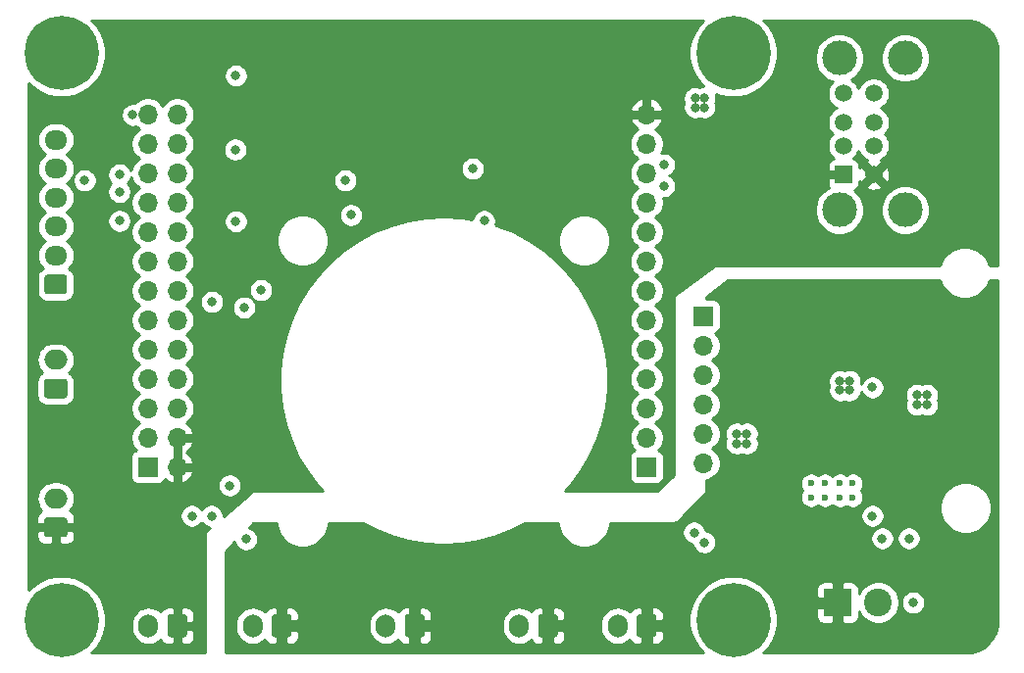
<source format=gbr>
%TF.GenerationSoftware,KiCad,Pcbnew,(5.1.12)-1*%
%TF.CreationDate,2021-12-26T21:26:00+08:00*%
%TF.ProjectId,OrangePiZeroExtentionBoard,4f72616e-6765-4506-995a-65726f457874,rev?*%
%TF.SameCoordinates,Original*%
%TF.FileFunction,Copper,L3,Inr*%
%TF.FilePolarity,Positive*%
%FSLAX46Y46*%
G04 Gerber Fmt 4.6, Leading zero omitted, Abs format (unit mm)*
G04 Created by KiCad (PCBNEW (5.1.12)-1) date 2021-12-26 21:26:00*
%MOMM*%
%LPD*%
G01*
G04 APERTURE LIST*
%TA.AperFunction,ComponentPad*%
%ADD10C,0.600000*%
%TD*%
%TA.AperFunction,ComponentPad*%
%ADD11C,1.500000*%
%TD*%
%TA.AperFunction,ComponentPad*%
%ADD12C,3.000000*%
%TD*%
%TA.AperFunction,ComponentPad*%
%ADD13R,1.500000X1.500000*%
%TD*%
%TA.AperFunction,ComponentPad*%
%ADD14C,0.800000*%
%TD*%
%TA.AperFunction,ComponentPad*%
%ADD15C,6.400000*%
%TD*%
%TA.AperFunction,ComponentPad*%
%ADD16R,2.400000X2.400000*%
%TD*%
%TA.AperFunction,ComponentPad*%
%ADD17C,2.400000*%
%TD*%
%TA.AperFunction,ComponentPad*%
%ADD18O,1.950000X1.700000*%
%TD*%
%TA.AperFunction,ComponentPad*%
%ADD19R,1.700000X1.700000*%
%TD*%
%TA.AperFunction,ComponentPad*%
%ADD20O,1.700000X1.700000*%
%TD*%
%TA.AperFunction,ComponentPad*%
%ADD21O,2.000000X1.700000*%
%TD*%
%TA.AperFunction,ComponentPad*%
%ADD22O,1.700000X2.000000*%
%TD*%
%TA.AperFunction,ViaPad*%
%ADD23C,0.800000*%
%TD*%
%TA.AperFunction,Conductor*%
%ADD24C,0.254000*%
%TD*%
%TA.AperFunction,Conductor*%
%ADD25C,0.100000*%
%TD*%
G04 APERTURE END LIST*
D10*
%TO.N,GND*%
%TO.C,U1*%
X176800000Y-106200000D03*
X175700000Y-106200000D03*
X175700000Y-107400000D03*
X176800000Y-107400000D03*
X173200000Y-106200000D03*
X174400000Y-106200000D03*
X174400000Y-107400000D03*
X173200000Y-107400000D03*
%TD*%
D11*
%TO.N,GND*%
%TO.C,USB1*%
X178620000Y-72500000D03*
%TO.N,USB_DP3*%
X178620000Y-75000000D03*
%TO.N,USB_DM3*%
X178620000Y-77000000D03*
%TO.N,+5V*%
X178620000Y-79500000D03*
D12*
%TO.N,Net-(USB1-Pad9)*%
X181330000Y-69430000D03*
X181330000Y-82570000D03*
D11*
%TO.N,GND*%
X176000000Y-72500000D03*
%TO.N,USB_DP2*%
X176000000Y-75000000D03*
%TO.N,USB_DM2*%
X176000000Y-77000000D03*
D13*
%TO.N,+5V*%
X176000000Y-79500000D03*
D12*
%TO.N,Net-(USB1-Pad9)*%
X175650000Y-82570000D03*
X175650000Y-69430000D03*
%TD*%
D14*
%TO.N,N/C*%
%TO.C,*%
X110197056Y-116302944D03*
X108500000Y-115600000D03*
X106802944Y-116302944D03*
X106100000Y-118000000D03*
X106802944Y-119697056D03*
X108500000Y-120400000D03*
X110197056Y-119697056D03*
X110900000Y-118000000D03*
D15*
X108500000Y-118000000D03*
%TD*%
%TO.N,N/C*%
%TO.C,*%
X108500000Y-69000000D03*
D14*
X110900000Y-69000000D03*
X110197056Y-70697056D03*
X108500000Y-71400000D03*
X106802944Y-70697056D03*
X106100000Y-69000000D03*
X106802944Y-67302944D03*
X108500000Y-66600000D03*
X110197056Y-67302944D03*
%TD*%
%TO.N,N/C*%
%TO.C,*%
X168197056Y-67302944D03*
X166500000Y-66600000D03*
X164802944Y-67302944D03*
X164100000Y-69000000D03*
X164802944Y-70697056D03*
X166500000Y-71400000D03*
X168197056Y-70697056D03*
X168900000Y-69000000D03*
D15*
X166500000Y-69000000D03*
%TD*%
D14*
%TO.N,N/C*%
%TO.C,*%
X168197056Y-116302944D03*
X166500000Y-115600000D03*
X164802944Y-116302944D03*
X164100000Y-118000000D03*
X164802944Y-119697056D03*
X166500000Y-120400000D03*
X168197056Y-119697056D03*
X168900000Y-118000000D03*
D15*
X166500000Y-118000000D03*
%TD*%
D16*
%TO.N,DCIN*%
%TO.C,J2*%
X175500000Y-116500000D03*
D17*
%TO.N,GND*%
X179000000Y-116500000D03*
%TD*%
%TO.N,GND*%
%TO.C,J3*%
%TA.AperFunction,ComponentPad*%
G36*
G01*
X108725000Y-89850000D02*
X107275000Y-89850000D01*
G75*
G02*
X107025000Y-89600000I0J250000D01*
G01*
X107025000Y-88400000D01*
G75*
G02*
X107275000Y-88150000I250000J0D01*
G01*
X108725000Y-88150000D01*
G75*
G02*
X108975000Y-88400000I0J-250000D01*
G01*
X108975000Y-89600000D01*
G75*
G02*
X108725000Y-89850000I-250000J0D01*
G01*
G37*
%TD.AperFunction*%
D18*
%TO.N,+3V3*%
X108000000Y-86500000D03*
%TO.N,SPI1_CS*%
X108000000Y-84000000D03*
%TO.N,SPI1_MISO*%
X108000000Y-81500000D03*
%TO.N,SPI1_MOSI*%
X108000000Y-79000000D03*
%TO.N,SPI1_CLK*%
X108000000Y-76500000D03*
%TD*%
D19*
%TO.N,+3V3*%
%TO.C,J4*%
X115960000Y-104780000D03*
D20*
%TO.N,+5V*%
X118500000Y-104780000D03*
%TO.N,Net-(J4-Pad3)*%
X115960000Y-102240000D03*
%TO.N,+5V*%
X118500000Y-102240000D03*
%TO.N,Net-(J4-Pad5)*%
X115960000Y-99700000D03*
%TO.N,GND*%
X118500000Y-99700000D03*
%TO.N,Net-(J4-Pad7)*%
X115960000Y-97160000D03*
%TO.N,UART1_RX*%
X118500000Y-97160000D03*
%TO.N,GND*%
X115960000Y-94620000D03*
%TO.N,UART1_TX*%
X118500000Y-94620000D03*
%TO.N,GPIO_1_CLK*%
X115960000Y-92080000D03*
%TO.N,Net-(J4-Pad12)*%
X118500000Y-92080000D03*
%TO.N,GPIO_0_SDO*%
X115960000Y-89540000D03*
%TO.N,GND*%
X118500000Y-89540000D03*
%TO.N,GPIO_3_SDI*%
X115960000Y-87000000D03*
%TO.N,GPIO_19*%
X118500000Y-87000000D03*
%TO.N,+3V3*%
X115960000Y-84460000D03*
%TO.N,GPIO_18*%
X118500000Y-84460000D03*
%TO.N,SPI1_MOSI*%
X115960000Y-81920000D03*
%TO.N,GND*%
X118500000Y-81920000D03*
%TO.N,SPI1_MISO*%
X115960000Y-79380000D03*
%TO.N,GPIO_2_CS*%
X118500000Y-79380000D03*
%TO.N,SPI1_CLK*%
X115960000Y-76840000D03*
%TO.N,SPI1_CS*%
X118500000Y-76840000D03*
%TO.N,GND*%
X115960000Y-74300000D03*
%TO.N,GPIO_10*%
X118500000Y-74300000D03*
%TD*%
D19*
%TO.N,Net-(J7-Pad1)*%
%TO.C,J7*%
X159000000Y-104780000D03*
D20*
%TO.N,Net-(J7-Pad2)*%
X159000000Y-102240000D03*
%TO.N,Net-(J7-Pad3)*%
X159000000Y-99700000D03*
%TO.N,Net-(J7-Pad4)*%
X159000000Y-97160000D03*
%TO.N,Net-(J7-Pad5)*%
X159000000Y-94620000D03*
%TO.N,Net-(J7-Pad6)*%
X159000000Y-92080000D03*
%TO.N,Net-(J7-Pad7)*%
X159000000Y-89540000D03*
%TO.N,USB_DP3*%
X159000000Y-87000000D03*
%TO.N,USB_DM3*%
X159000000Y-84460000D03*
%TO.N,USB_DP2*%
X159000000Y-81920000D03*
%TO.N,USB_DM2*%
X159000000Y-79380000D03*
%TO.N,GND*%
X159000000Y-76840000D03*
%TO.N,+5V*%
X159000000Y-74300000D03*
%TD*%
%TO.N,+5V*%
%TO.C,J8*%
%TA.AperFunction,ComponentPad*%
G36*
G01*
X108750000Y-110850000D02*
X107250000Y-110850000D01*
G75*
G02*
X107000000Y-110600000I0J250000D01*
G01*
X107000000Y-109400000D01*
G75*
G02*
X107250000Y-109150000I250000J0D01*
G01*
X108750000Y-109150000D01*
G75*
G02*
X109000000Y-109400000I0J-250000D01*
G01*
X109000000Y-110600000D01*
G75*
G02*
X108750000Y-110850000I-250000J0D01*
G01*
G37*
%TD.AperFunction*%
D21*
%TO.N,GND*%
X108000000Y-107500000D03*
%TD*%
D22*
%TO.N,GND*%
%TO.C,J9*%
X116000000Y-118500000D03*
%TO.N,+5V*%
%TA.AperFunction,ComponentPad*%
G36*
G01*
X119350000Y-117750000D02*
X119350000Y-119250000D01*
G75*
G02*
X119100000Y-119500000I-250000J0D01*
G01*
X117900000Y-119500000D01*
G75*
G02*
X117650000Y-119250000I0J250000D01*
G01*
X117650000Y-117750000D01*
G75*
G02*
X117900000Y-117500000I250000J0D01*
G01*
X119100000Y-117500000D01*
G75*
G02*
X119350000Y-117750000I0J-250000D01*
G01*
G37*
%TD.AperFunction*%
%TD*%
%TO.N,Net-(D2-Pad1)*%
%TO.C,J10*%
X136500000Y-118500000D03*
%TO.N,DCIN*%
%TA.AperFunction,ComponentPad*%
G36*
G01*
X139850000Y-117750000D02*
X139850000Y-119250000D01*
G75*
G02*
X139600000Y-119500000I-250000J0D01*
G01*
X138400000Y-119500000D01*
G75*
G02*
X138150000Y-119250000I0J250000D01*
G01*
X138150000Y-117750000D01*
G75*
G02*
X138400000Y-117500000I250000J0D01*
G01*
X139600000Y-117500000D01*
G75*
G02*
X139850000Y-117750000I0J-250000D01*
G01*
G37*
%TD.AperFunction*%
%TD*%
%TO.N,UART1_RX*%
%TO.C,J11*%
%TA.AperFunction,ComponentPad*%
G36*
G01*
X108750000Y-98850000D02*
X107250000Y-98850000D01*
G75*
G02*
X107000000Y-98600000I0J250000D01*
G01*
X107000000Y-97400000D01*
G75*
G02*
X107250000Y-97150000I250000J0D01*
G01*
X108750000Y-97150000D01*
G75*
G02*
X109000000Y-97400000I0J-250000D01*
G01*
X109000000Y-98600000D01*
G75*
G02*
X108750000Y-98850000I-250000J0D01*
G01*
G37*
%TD.AperFunction*%
D21*
%TO.N,UART1_TX*%
X108000000Y-95500000D03*
%TD*%
%TO.N,DCIN*%
%TO.C,J12*%
%TA.AperFunction,ComponentPad*%
G36*
G01*
X151350000Y-117750000D02*
X151350000Y-119250000D01*
G75*
G02*
X151100000Y-119500000I-250000J0D01*
G01*
X149900000Y-119500000D01*
G75*
G02*
X149650000Y-119250000I0J250000D01*
G01*
X149650000Y-117750000D01*
G75*
G02*
X149900000Y-117500000I250000J0D01*
G01*
X151100000Y-117500000D01*
G75*
G02*
X151350000Y-117750000I0J-250000D01*
G01*
G37*
%TD.AperFunction*%
D22*
%TO.N,Net-(D3-Pad1)*%
X148000000Y-118500000D03*
%TD*%
%TO.N,GND*%
%TO.C,J13*%
X125000000Y-118500000D03*
%TO.N,DCIN*%
%TA.AperFunction,ComponentPad*%
G36*
G01*
X128350000Y-117750000D02*
X128350000Y-119250000D01*
G75*
G02*
X128100000Y-119500000I-250000J0D01*
G01*
X126900000Y-119500000D01*
G75*
G02*
X126650000Y-119250000I0J250000D01*
G01*
X126650000Y-117750000D01*
G75*
G02*
X126900000Y-117500000I250000J0D01*
G01*
X128100000Y-117500000D01*
G75*
G02*
X128350000Y-117750000I0J-250000D01*
G01*
G37*
%TD.AperFunction*%
%TD*%
%TO.N,Net-(D5-Pad1)*%
%TO.C,J15*%
X156500000Y-118500000D03*
%TO.N,DCIN*%
%TA.AperFunction,ComponentPad*%
G36*
G01*
X159850000Y-117750000D02*
X159850000Y-119250000D01*
G75*
G02*
X159600000Y-119500000I-250000J0D01*
G01*
X158400000Y-119500000D01*
G75*
G02*
X158150000Y-119250000I0J250000D01*
G01*
X158150000Y-117750000D01*
G75*
G02*
X158400000Y-117500000I250000J0D01*
G01*
X159600000Y-117500000D01*
G75*
G02*
X159850000Y-117750000I0J-250000D01*
G01*
G37*
%TD.AperFunction*%
%TD*%
D19*
%TO.N,GND*%
%TO.C,J5*%
X163910000Y-91750000D03*
D20*
%TO.N,+3V3*%
X163910000Y-94290000D03*
%TO.N,GPIO_1_CLK*%
X163910000Y-96830000D03*
%TO.N,GPIO_0_SDO*%
X163910000Y-99370000D03*
%TO.N,GPIO_3_SDI*%
X163910000Y-101910000D03*
%TO.N,GPIO_2_CS*%
X163910000Y-104450000D03*
%TD*%
D23*
%TO.N,GND*%
X182000000Y-116500000D03*
X163100000Y-110450000D03*
X164000000Y-111300000D03*
X181650000Y-110950000D03*
X179350000Y-110950000D03*
X182350000Y-98550000D03*
X182350000Y-99400000D03*
X183200000Y-98550000D03*
X183200000Y-99400000D03*
X175700000Y-97350000D03*
X175700000Y-98150000D03*
X176500000Y-97350000D03*
X176500000Y-98150000D03*
X167650000Y-102750000D03*
X167650000Y-101900000D03*
X166800000Y-101900000D03*
X166800000Y-102750000D03*
X164000000Y-73700000D03*
X164000000Y-72900000D03*
X163200000Y-72900000D03*
X163200000Y-73700000D03*
X114650000Y-74350000D03*
X123550000Y-70950000D03*
X123500000Y-77350000D03*
X119750000Y-109000000D03*
X121450000Y-109000000D03*
X123550000Y-83550000D03*
%TO.N,+5V*%
X164300000Y-84650000D03*
X164300000Y-85450000D03*
X163500000Y-85450000D03*
X163500000Y-84650000D03*
%TO.N,USB_DP2*%
X160500000Y-80500000D03*
X160500000Y-78655000D03*
%TO.N,DCIN*%
X143500000Y-113550000D03*
X161500000Y-109850000D03*
X180550000Y-101900000D03*
X179700000Y-101000000D03*
X181400000Y-101000000D03*
X133150000Y-114600000D03*
%TO.N,SPI1_CS*%
X113500000Y-83500000D03*
X113500000Y-81000000D03*
%TO.N,SPI1_MISO*%
X110500000Y-80000000D03*
X113500000Y-79500000D03*
%TO.N,GPIO_0_SDO*%
X121500000Y-90500000D03*
%TO.N,GPIO_3_SDI*%
X133000000Y-80000000D03*
X133500000Y-83000000D03*
%TO.N,GPIO_2_CS*%
X144987347Y-83500000D03*
X144000000Y-79000000D03*
%TO.N,Net-(Q2-Pad1)*%
X124275000Y-91000000D03*
X125725000Y-89500000D03*
%TO.N,Net-(Q4-Pad1)*%
X124425000Y-111025000D03*
X123025000Y-106375000D03*
%TO.N,BUCK_VSNS*%
X178500000Y-109000000D03*
X178500000Y-97900000D03*
%TD*%
D24*
%TO.N,DCIN*%
X184310890Y-88631925D02*
X184479369Y-89038669D01*
X184723962Y-89404729D01*
X185035271Y-89716038D01*
X185401331Y-89960631D01*
X185808075Y-90129110D01*
X186239872Y-90215000D01*
X186680128Y-90215000D01*
X187111925Y-90129110D01*
X187518669Y-89960631D01*
X187884729Y-89716038D01*
X188196038Y-89404729D01*
X188440631Y-89038669D01*
X188609110Y-88631925D01*
X188610090Y-88627000D01*
X189340000Y-88627000D01*
X189340001Y-117967711D01*
X189282808Y-118551010D01*
X189122783Y-119081036D01*
X188862860Y-119569880D01*
X188512935Y-119998931D01*
X188086335Y-120351845D01*
X187599320Y-120615173D01*
X187070422Y-120778894D01*
X186489040Y-120840000D01*
X169083509Y-120840000D01*
X169478839Y-120444670D01*
X169898533Y-119816554D01*
X170187623Y-119118628D01*
X170335000Y-118377715D01*
X170335000Y-117700000D01*
X173661928Y-117700000D01*
X173674188Y-117824482D01*
X173710498Y-117944180D01*
X173769463Y-118054494D01*
X173848815Y-118151185D01*
X173945506Y-118230537D01*
X174055820Y-118289502D01*
X174175518Y-118325812D01*
X174300000Y-118338072D01*
X174968250Y-118335000D01*
X175127000Y-118176250D01*
X175127000Y-116873000D01*
X173823750Y-116873000D01*
X173665000Y-117031750D01*
X173661928Y-117700000D01*
X170335000Y-117700000D01*
X170335000Y-117622285D01*
X170187623Y-116881372D01*
X169898533Y-116183446D01*
X169478839Y-115555330D01*
X169223509Y-115300000D01*
X173661928Y-115300000D01*
X173665000Y-115968250D01*
X173823750Y-116127000D01*
X175127000Y-116127000D01*
X175127000Y-114823750D01*
X175873000Y-114823750D01*
X175873000Y-116127000D01*
X175893000Y-116127000D01*
X175893000Y-116873000D01*
X175873000Y-116873000D01*
X175873000Y-118176250D01*
X176031750Y-118335000D01*
X176700000Y-118338072D01*
X176824482Y-118325812D01*
X176944180Y-118289502D01*
X177054494Y-118230537D01*
X177151185Y-118151185D01*
X177230537Y-118054494D01*
X177289502Y-117944180D01*
X177325812Y-117824482D01*
X177338072Y-117700000D01*
X177336133Y-117278156D01*
X177373844Y-117369199D01*
X177574662Y-117669744D01*
X177830256Y-117925338D01*
X178130801Y-118126156D01*
X178464750Y-118264482D01*
X178819268Y-118335000D01*
X179180732Y-118335000D01*
X179535250Y-118264482D01*
X179869199Y-118126156D01*
X180169744Y-117925338D01*
X180425338Y-117669744D01*
X180626156Y-117369199D01*
X180764482Y-117035250D01*
X180835000Y-116680732D01*
X180835000Y-116398061D01*
X180965000Y-116398061D01*
X180965000Y-116601939D01*
X181004774Y-116801898D01*
X181082795Y-116990256D01*
X181196063Y-117159774D01*
X181340226Y-117303937D01*
X181509744Y-117417205D01*
X181698102Y-117495226D01*
X181898061Y-117535000D01*
X182101939Y-117535000D01*
X182301898Y-117495226D01*
X182490256Y-117417205D01*
X182659774Y-117303937D01*
X182803937Y-117159774D01*
X182917205Y-116990256D01*
X182995226Y-116801898D01*
X183035000Y-116601939D01*
X183035000Y-116398061D01*
X182995226Y-116198102D01*
X182917205Y-116009744D01*
X182803937Y-115840226D01*
X182659774Y-115696063D01*
X182490256Y-115582795D01*
X182301898Y-115504774D01*
X182101939Y-115465000D01*
X181898061Y-115465000D01*
X181698102Y-115504774D01*
X181509744Y-115582795D01*
X181340226Y-115696063D01*
X181196063Y-115840226D01*
X181082795Y-116009744D01*
X181004774Y-116198102D01*
X180965000Y-116398061D01*
X180835000Y-116398061D01*
X180835000Y-116319268D01*
X180764482Y-115964750D01*
X180626156Y-115630801D01*
X180425338Y-115330256D01*
X180169744Y-115074662D01*
X179869199Y-114873844D01*
X179535250Y-114735518D01*
X179180732Y-114665000D01*
X178819268Y-114665000D01*
X178464750Y-114735518D01*
X178130801Y-114873844D01*
X177830256Y-115074662D01*
X177574662Y-115330256D01*
X177373844Y-115630801D01*
X177336133Y-115721844D01*
X177338072Y-115300000D01*
X177325812Y-115175518D01*
X177289502Y-115055820D01*
X177230537Y-114945506D01*
X177151185Y-114848815D01*
X177054494Y-114769463D01*
X176944180Y-114710498D01*
X176824482Y-114674188D01*
X176700000Y-114661928D01*
X176031750Y-114665000D01*
X175873000Y-114823750D01*
X175127000Y-114823750D01*
X174968250Y-114665000D01*
X174300000Y-114661928D01*
X174175518Y-114674188D01*
X174055820Y-114710498D01*
X173945506Y-114769463D01*
X173848815Y-114848815D01*
X173769463Y-114945506D01*
X173710498Y-115055820D01*
X173674188Y-115175518D01*
X173661928Y-115300000D01*
X169223509Y-115300000D01*
X168944670Y-115021161D01*
X168316554Y-114601467D01*
X167618628Y-114312377D01*
X166877715Y-114165000D01*
X166122285Y-114165000D01*
X165381372Y-114312377D01*
X164683446Y-114601467D01*
X164055330Y-115021161D01*
X163521161Y-115555330D01*
X163101467Y-116183446D01*
X162812377Y-116881372D01*
X162665000Y-117622285D01*
X162665000Y-118377715D01*
X162812377Y-119118628D01*
X163101467Y-119816554D01*
X163521161Y-120444670D01*
X163916491Y-120840000D01*
X122627000Y-120840000D01*
X122627000Y-118277050D01*
X123515000Y-118277050D01*
X123515000Y-118722949D01*
X123536487Y-118941110D01*
X123621401Y-119221033D01*
X123759294Y-119479013D01*
X123944866Y-119705134D01*
X124170986Y-119890706D01*
X124428966Y-120028599D01*
X124708889Y-120113513D01*
X125000000Y-120142185D01*
X125291110Y-120113513D01*
X125571033Y-120028599D01*
X125829013Y-119890706D01*
X126049945Y-119709392D01*
X126060498Y-119744180D01*
X126119463Y-119854494D01*
X126198815Y-119951185D01*
X126295506Y-120030537D01*
X126405820Y-120089502D01*
X126525518Y-120125812D01*
X126650000Y-120138072D01*
X126968250Y-120135000D01*
X127127000Y-119976250D01*
X127127000Y-118873000D01*
X127873000Y-118873000D01*
X127873000Y-119976250D01*
X128031750Y-120135000D01*
X128350000Y-120138072D01*
X128474482Y-120125812D01*
X128594180Y-120089502D01*
X128704494Y-120030537D01*
X128801185Y-119951185D01*
X128880537Y-119854494D01*
X128939502Y-119744180D01*
X128975812Y-119624482D01*
X128988072Y-119500000D01*
X128985000Y-119031750D01*
X128826250Y-118873000D01*
X127873000Y-118873000D01*
X127127000Y-118873000D01*
X127107000Y-118873000D01*
X127107000Y-118277050D01*
X135015000Y-118277050D01*
X135015000Y-118722949D01*
X135036487Y-118941110D01*
X135121401Y-119221033D01*
X135259294Y-119479013D01*
X135444866Y-119705134D01*
X135670986Y-119890706D01*
X135928966Y-120028599D01*
X136208889Y-120113513D01*
X136500000Y-120142185D01*
X136791110Y-120113513D01*
X137071033Y-120028599D01*
X137329013Y-119890706D01*
X137549945Y-119709392D01*
X137560498Y-119744180D01*
X137619463Y-119854494D01*
X137698815Y-119951185D01*
X137795506Y-120030537D01*
X137905820Y-120089502D01*
X138025518Y-120125812D01*
X138150000Y-120138072D01*
X138468250Y-120135000D01*
X138627000Y-119976250D01*
X138627000Y-118873000D01*
X139373000Y-118873000D01*
X139373000Y-119976250D01*
X139531750Y-120135000D01*
X139850000Y-120138072D01*
X139974482Y-120125812D01*
X140094180Y-120089502D01*
X140204494Y-120030537D01*
X140301185Y-119951185D01*
X140380537Y-119854494D01*
X140439502Y-119744180D01*
X140475812Y-119624482D01*
X140488072Y-119500000D01*
X140485000Y-119031750D01*
X140326250Y-118873000D01*
X139373000Y-118873000D01*
X138627000Y-118873000D01*
X138607000Y-118873000D01*
X138607000Y-118277050D01*
X146515000Y-118277050D01*
X146515000Y-118722949D01*
X146536487Y-118941110D01*
X146621401Y-119221033D01*
X146759294Y-119479013D01*
X146944866Y-119705134D01*
X147170986Y-119890706D01*
X147428966Y-120028599D01*
X147708889Y-120113513D01*
X148000000Y-120142185D01*
X148291110Y-120113513D01*
X148571033Y-120028599D01*
X148829013Y-119890706D01*
X149049945Y-119709392D01*
X149060498Y-119744180D01*
X149119463Y-119854494D01*
X149198815Y-119951185D01*
X149295506Y-120030537D01*
X149405820Y-120089502D01*
X149525518Y-120125812D01*
X149650000Y-120138072D01*
X149968250Y-120135000D01*
X150127000Y-119976250D01*
X150127000Y-118873000D01*
X150873000Y-118873000D01*
X150873000Y-119976250D01*
X151031750Y-120135000D01*
X151350000Y-120138072D01*
X151474482Y-120125812D01*
X151594180Y-120089502D01*
X151704494Y-120030537D01*
X151801185Y-119951185D01*
X151880537Y-119854494D01*
X151939502Y-119744180D01*
X151975812Y-119624482D01*
X151988072Y-119500000D01*
X151985000Y-119031750D01*
X151826250Y-118873000D01*
X150873000Y-118873000D01*
X150127000Y-118873000D01*
X150107000Y-118873000D01*
X150107000Y-118277050D01*
X155015000Y-118277050D01*
X155015000Y-118722949D01*
X155036487Y-118941110D01*
X155121401Y-119221033D01*
X155259294Y-119479013D01*
X155444866Y-119705134D01*
X155670986Y-119890706D01*
X155928966Y-120028599D01*
X156208889Y-120113513D01*
X156500000Y-120142185D01*
X156791110Y-120113513D01*
X157071033Y-120028599D01*
X157329013Y-119890706D01*
X157549945Y-119709392D01*
X157560498Y-119744180D01*
X157619463Y-119854494D01*
X157698815Y-119951185D01*
X157795506Y-120030537D01*
X157905820Y-120089502D01*
X158025518Y-120125812D01*
X158150000Y-120138072D01*
X158468250Y-120135000D01*
X158627000Y-119976250D01*
X158627000Y-118873000D01*
X159373000Y-118873000D01*
X159373000Y-119976250D01*
X159531750Y-120135000D01*
X159850000Y-120138072D01*
X159974482Y-120125812D01*
X160094180Y-120089502D01*
X160204494Y-120030537D01*
X160301185Y-119951185D01*
X160380537Y-119854494D01*
X160439502Y-119744180D01*
X160475812Y-119624482D01*
X160488072Y-119500000D01*
X160485000Y-119031750D01*
X160326250Y-118873000D01*
X159373000Y-118873000D01*
X158627000Y-118873000D01*
X158607000Y-118873000D01*
X158607000Y-118127000D01*
X158627000Y-118127000D01*
X158627000Y-117023750D01*
X159373000Y-117023750D01*
X159373000Y-118127000D01*
X160326250Y-118127000D01*
X160485000Y-117968250D01*
X160488072Y-117500000D01*
X160475812Y-117375518D01*
X160439502Y-117255820D01*
X160380537Y-117145506D01*
X160301185Y-117048815D01*
X160204494Y-116969463D01*
X160094180Y-116910498D01*
X159974482Y-116874188D01*
X159850000Y-116861928D01*
X159531750Y-116865000D01*
X159373000Y-117023750D01*
X158627000Y-117023750D01*
X158468250Y-116865000D01*
X158150000Y-116861928D01*
X158025518Y-116874188D01*
X157905820Y-116910498D01*
X157795506Y-116969463D01*
X157698815Y-117048815D01*
X157619463Y-117145506D01*
X157560498Y-117255820D01*
X157549945Y-117290608D01*
X157329014Y-117109294D01*
X157071034Y-116971401D01*
X156791111Y-116886487D01*
X156500000Y-116857815D01*
X156208890Y-116886487D01*
X155928967Y-116971401D01*
X155670987Y-117109294D01*
X155444866Y-117294866D01*
X155259294Y-117520986D01*
X155121401Y-117778966D01*
X155036487Y-118058889D01*
X155015000Y-118277050D01*
X150107000Y-118277050D01*
X150107000Y-118127000D01*
X150127000Y-118127000D01*
X150127000Y-117023750D01*
X150873000Y-117023750D01*
X150873000Y-118127000D01*
X151826250Y-118127000D01*
X151985000Y-117968250D01*
X151988072Y-117500000D01*
X151975812Y-117375518D01*
X151939502Y-117255820D01*
X151880537Y-117145506D01*
X151801185Y-117048815D01*
X151704494Y-116969463D01*
X151594180Y-116910498D01*
X151474482Y-116874188D01*
X151350000Y-116861928D01*
X151031750Y-116865000D01*
X150873000Y-117023750D01*
X150127000Y-117023750D01*
X149968250Y-116865000D01*
X149650000Y-116861928D01*
X149525518Y-116874188D01*
X149405820Y-116910498D01*
X149295506Y-116969463D01*
X149198815Y-117048815D01*
X149119463Y-117145506D01*
X149060498Y-117255820D01*
X149049945Y-117290608D01*
X148829014Y-117109294D01*
X148571034Y-116971401D01*
X148291111Y-116886487D01*
X148000000Y-116857815D01*
X147708890Y-116886487D01*
X147428967Y-116971401D01*
X147170987Y-117109294D01*
X146944866Y-117294866D01*
X146759294Y-117520986D01*
X146621401Y-117778966D01*
X146536487Y-118058889D01*
X146515000Y-118277050D01*
X138607000Y-118277050D01*
X138607000Y-118127000D01*
X138627000Y-118127000D01*
X138627000Y-117023750D01*
X139373000Y-117023750D01*
X139373000Y-118127000D01*
X140326250Y-118127000D01*
X140485000Y-117968250D01*
X140488072Y-117500000D01*
X140475812Y-117375518D01*
X140439502Y-117255820D01*
X140380537Y-117145506D01*
X140301185Y-117048815D01*
X140204494Y-116969463D01*
X140094180Y-116910498D01*
X139974482Y-116874188D01*
X139850000Y-116861928D01*
X139531750Y-116865000D01*
X139373000Y-117023750D01*
X138627000Y-117023750D01*
X138468250Y-116865000D01*
X138150000Y-116861928D01*
X138025518Y-116874188D01*
X137905820Y-116910498D01*
X137795506Y-116969463D01*
X137698815Y-117048815D01*
X137619463Y-117145506D01*
X137560498Y-117255820D01*
X137549945Y-117290608D01*
X137329014Y-117109294D01*
X137071034Y-116971401D01*
X136791111Y-116886487D01*
X136500000Y-116857815D01*
X136208890Y-116886487D01*
X135928967Y-116971401D01*
X135670987Y-117109294D01*
X135444866Y-117294866D01*
X135259294Y-117520986D01*
X135121401Y-117778966D01*
X135036487Y-118058889D01*
X135015000Y-118277050D01*
X127107000Y-118277050D01*
X127107000Y-118127000D01*
X127127000Y-118127000D01*
X127127000Y-117023750D01*
X127873000Y-117023750D01*
X127873000Y-118127000D01*
X128826250Y-118127000D01*
X128985000Y-117968250D01*
X128988072Y-117500000D01*
X128975812Y-117375518D01*
X128939502Y-117255820D01*
X128880537Y-117145506D01*
X128801185Y-117048815D01*
X128704494Y-116969463D01*
X128594180Y-116910498D01*
X128474482Y-116874188D01*
X128350000Y-116861928D01*
X128031750Y-116865000D01*
X127873000Y-117023750D01*
X127127000Y-117023750D01*
X126968250Y-116865000D01*
X126650000Y-116861928D01*
X126525518Y-116874188D01*
X126405820Y-116910498D01*
X126295506Y-116969463D01*
X126198815Y-117048815D01*
X126119463Y-117145506D01*
X126060498Y-117255820D01*
X126049945Y-117290608D01*
X125829014Y-117109294D01*
X125571034Y-116971401D01*
X125291111Y-116886487D01*
X125000000Y-116857815D01*
X124708890Y-116886487D01*
X124428967Y-116971401D01*
X124170987Y-117109294D01*
X123944866Y-117294866D01*
X123759294Y-117520986D01*
X123621401Y-117778966D01*
X123536487Y-118058889D01*
X123515000Y-118277050D01*
X122627000Y-118277050D01*
X122627000Y-112052606D01*
X123416988Y-111262618D01*
X123429774Y-111326898D01*
X123507795Y-111515256D01*
X123621063Y-111684774D01*
X123765226Y-111828937D01*
X123934744Y-111942205D01*
X124123102Y-112020226D01*
X124323061Y-112060000D01*
X124526939Y-112060000D01*
X124726898Y-112020226D01*
X124915256Y-111942205D01*
X125084774Y-111828937D01*
X125228937Y-111684774D01*
X125342205Y-111515256D01*
X125420226Y-111326898D01*
X125460000Y-111126939D01*
X125460000Y-110923061D01*
X125420226Y-110723102D01*
X125342205Y-110534744D01*
X125228937Y-110365226D01*
X125084774Y-110221063D01*
X124915256Y-110107795D01*
X124726898Y-110029774D01*
X124662618Y-110016988D01*
X125052606Y-109627000D01*
X127065000Y-109627000D01*
X127065000Y-109720128D01*
X127150890Y-110151925D01*
X127319369Y-110558669D01*
X127563962Y-110924729D01*
X127875271Y-111236038D01*
X128241331Y-111480631D01*
X128648075Y-111649110D01*
X129079872Y-111735000D01*
X129520128Y-111735000D01*
X129951925Y-111649110D01*
X130358669Y-111480631D01*
X130724729Y-111236038D01*
X131036038Y-110924729D01*
X131280631Y-110558669D01*
X131449110Y-110151925D01*
X131535000Y-109720128D01*
X131535000Y-109627000D01*
X134522861Y-109627000D01*
X135545973Y-110169419D01*
X136972304Y-110737722D01*
X138451719Y-111148479D01*
X139966872Y-111396876D01*
X141500000Y-111480000D01*
X143033128Y-111396876D01*
X144548281Y-111148479D01*
X146027696Y-110737722D01*
X147454027Y-110169419D01*
X148477139Y-109627000D01*
X151365000Y-109627000D01*
X151365000Y-109720128D01*
X151450890Y-110151925D01*
X151619369Y-110558669D01*
X151863962Y-110924729D01*
X152175271Y-111236038D01*
X152541331Y-111480631D01*
X152948075Y-111649110D01*
X153379872Y-111735000D01*
X153820128Y-111735000D01*
X154251925Y-111649110D01*
X154658669Y-111480631D01*
X155024729Y-111236038D01*
X155336038Y-110924729D01*
X155580631Y-110558669D01*
X155667867Y-110348061D01*
X162065000Y-110348061D01*
X162065000Y-110551939D01*
X162104774Y-110751898D01*
X162182795Y-110940256D01*
X162296063Y-111109774D01*
X162440226Y-111253937D01*
X162609744Y-111367205D01*
X162798102Y-111445226D01*
X162980840Y-111481575D01*
X163004774Y-111601898D01*
X163082795Y-111790256D01*
X163196063Y-111959774D01*
X163340226Y-112103937D01*
X163509744Y-112217205D01*
X163698102Y-112295226D01*
X163898061Y-112335000D01*
X164101939Y-112335000D01*
X164301898Y-112295226D01*
X164490256Y-112217205D01*
X164659774Y-112103937D01*
X164803937Y-111959774D01*
X164917205Y-111790256D01*
X164995226Y-111601898D01*
X165035000Y-111401939D01*
X165035000Y-111198061D01*
X164995226Y-110998102D01*
X164933077Y-110848061D01*
X178315000Y-110848061D01*
X178315000Y-111051939D01*
X178354774Y-111251898D01*
X178432795Y-111440256D01*
X178546063Y-111609774D01*
X178690226Y-111753937D01*
X178859744Y-111867205D01*
X179048102Y-111945226D01*
X179248061Y-111985000D01*
X179451939Y-111985000D01*
X179651898Y-111945226D01*
X179840256Y-111867205D01*
X180009774Y-111753937D01*
X180153937Y-111609774D01*
X180267205Y-111440256D01*
X180345226Y-111251898D01*
X180385000Y-111051939D01*
X180385000Y-110848061D01*
X180615000Y-110848061D01*
X180615000Y-111051939D01*
X180654774Y-111251898D01*
X180732795Y-111440256D01*
X180846063Y-111609774D01*
X180990226Y-111753937D01*
X181159744Y-111867205D01*
X181348102Y-111945226D01*
X181548061Y-111985000D01*
X181751939Y-111985000D01*
X181951898Y-111945226D01*
X182140256Y-111867205D01*
X182309774Y-111753937D01*
X182453937Y-111609774D01*
X182567205Y-111440256D01*
X182645226Y-111251898D01*
X182685000Y-111051939D01*
X182685000Y-110848061D01*
X182645226Y-110648102D01*
X182567205Y-110459744D01*
X182453937Y-110290226D01*
X182309774Y-110146063D01*
X182140256Y-110032795D01*
X181951898Y-109954774D01*
X181751939Y-109915000D01*
X181548061Y-109915000D01*
X181348102Y-109954774D01*
X181159744Y-110032795D01*
X180990226Y-110146063D01*
X180846063Y-110290226D01*
X180732795Y-110459744D01*
X180654774Y-110648102D01*
X180615000Y-110848061D01*
X180385000Y-110848061D01*
X180345226Y-110648102D01*
X180267205Y-110459744D01*
X180153937Y-110290226D01*
X180009774Y-110146063D01*
X179840256Y-110032795D01*
X179651898Y-109954774D01*
X179451939Y-109915000D01*
X179248061Y-109915000D01*
X179048102Y-109954774D01*
X178859744Y-110032795D01*
X178690226Y-110146063D01*
X178546063Y-110290226D01*
X178432795Y-110459744D01*
X178354774Y-110648102D01*
X178315000Y-110848061D01*
X164933077Y-110848061D01*
X164917205Y-110809744D01*
X164803937Y-110640226D01*
X164659774Y-110496063D01*
X164490256Y-110382795D01*
X164301898Y-110304774D01*
X164119160Y-110268425D01*
X164095226Y-110148102D01*
X164017205Y-109959744D01*
X163903937Y-109790226D01*
X163759774Y-109646063D01*
X163590256Y-109532795D01*
X163401898Y-109454774D01*
X163201939Y-109415000D01*
X162998061Y-109415000D01*
X162798102Y-109454774D01*
X162609744Y-109532795D01*
X162440226Y-109646063D01*
X162296063Y-109790226D01*
X162182795Y-109959744D01*
X162104774Y-110148102D01*
X162065000Y-110348061D01*
X155667867Y-110348061D01*
X155749110Y-110151925D01*
X155835000Y-109720128D01*
X155835000Y-109627000D01*
X161500000Y-109627000D01*
X161524776Y-109624560D01*
X161548601Y-109617333D01*
X161570557Y-109605597D01*
X161589803Y-109589803D01*
X162281545Y-108898061D01*
X177465000Y-108898061D01*
X177465000Y-109101939D01*
X177504774Y-109301898D01*
X177582795Y-109490256D01*
X177696063Y-109659774D01*
X177840226Y-109803937D01*
X178009744Y-109917205D01*
X178198102Y-109995226D01*
X178398061Y-110035000D01*
X178601939Y-110035000D01*
X178801898Y-109995226D01*
X178990256Y-109917205D01*
X179159774Y-109803937D01*
X179303937Y-109659774D01*
X179417205Y-109490256D01*
X179495226Y-109301898D01*
X179535000Y-109101939D01*
X179535000Y-108898061D01*
X179495226Y-108698102D01*
X179417205Y-108509744D01*
X179303937Y-108340226D01*
X179159774Y-108196063D01*
X178990256Y-108082795D01*
X178959058Y-108069872D01*
X184315000Y-108069872D01*
X184315000Y-108510128D01*
X184400890Y-108941925D01*
X184569369Y-109348669D01*
X184813962Y-109714729D01*
X185125271Y-110026038D01*
X185491331Y-110270631D01*
X185898075Y-110439110D01*
X186329872Y-110525000D01*
X186770128Y-110525000D01*
X187201925Y-110439110D01*
X187608669Y-110270631D01*
X187974729Y-110026038D01*
X188286038Y-109714729D01*
X188530631Y-109348669D01*
X188699110Y-108941925D01*
X188785000Y-108510128D01*
X188785000Y-108069872D01*
X188699110Y-107638075D01*
X188530631Y-107231331D01*
X188286038Y-106865271D01*
X187974729Y-106553962D01*
X187608669Y-106309369D01*
X187201925Y-106140890D01*
X186770128Y-106055000D01*
X186329872Y-106055000D01*
X185898075Y-106140890D01*
X185491331Y-106309369D01*
X185125271Y-106553962D01*
X184813962Y-106865271D01*
X184569369Y-107231331D01*
X184400890Y-107638075D01*
X184315000Y-108069872D01*
X178959058Y-108069872D01*
X178801898Y-108004774D01*
X178601939Y-107965000D01*
X178398061Y-107965000D01*
X178198102Y-108004774D01*
X178009744Y-108082795D01*
X177840226Y-108196063D01*
X177696063Y-108340226D01*
X177582795Y-108509744D01*
X177504774Y-108698102D01*
X177465000Y-108898061D01*
X162281545Y-108898061D01*
X164089803Y-107089803D01*
X164105597Y-107070557D01*
X164117333Y-107048601D01*
X164124560Y-107024776D01*
X164127000Y-107000000D01*
X164127000Y-106107911D01*
X172265000Y-106107911D01*
X172265000Y-106292089D01*
X172300932Y-106472729D01*
X172371414Y-106642889D01*
X172473738Y-106796028D01*
X172477710Y-106800000D01*
X172473738Y-106803972D01*
X172371414Y-106957111D01*
X172300932Y-107127271D01*
X172265000Y-107307911D01*
X172265000Y-107492089D01*
X172300932Y-107672729D01*
X172371414Y-107842889D01*
X172473738Y-107996028D01*
X172603972Y-108126262D01*
X172757111Y-108228586D01*
X172927271Y-108299068D01*
X173107911Y-108335000D01*
X173292089Y-108335000D01*
X173472729Y-108299068D01*
X173642889Y-108228586D01*
X173796028Y-108126262D01*
X173800000Y-108122290D01*
X173803972Y-108126262D01*
X173957111Y-108228586D01*
X174127271Y-108299068D01*
X174307911Y-108335000D01*
X174492089Y-108335000D01*
X174672729Y-108299068D01*
X174842889Y-108228586D01*
X174996028Y-108126262D01*
X175050000Y-108072290D01*
X175103972Y-108126262D01*
X175257111Y-108228586D01*
X175427271Y-108299068D01*
X175607911Y-108335000D01*
X175792089Y-108335000D01*
X175972729Y-108299068D01*
X176142889Y-108228586D01*
X176250000Y-108157017D01*
X176357111Y-108228586D01*
X176527271Y-108299068D01*
X176707911Y-108335000D01*
X176892089Y-108335000D01*
X177072729Y-108299068D01*
X177242889Y-108228586D01*
X177396028Y-108126262D01*
X177526262Y-107996028D01*
X177628586Y-107842889D01*
X177699068Y-107672729D01*
X177735000Y-107492089D01*
X177735000Y-107307911D01*
X177699068Y-107127271D01*
X177628586Y-106957111D01*
X177526262Y-106803972D01*
X177522290Y-106800000D01*
X177526262Y-106796028D01*
X177628586Y-106642889D01*
X177699068Y-106472729D01*
X177735000Y-106292089D01*
X177735000Y-106107911D01*
X177699068Y-105927271D01*
X177628586Y-105757111D01*
X177526262Y-105603972D01*
X177396028Y-105473738D01*
X177242889Y-105371414D01*
X177072729Y-105300932D01*
X176892089Y-105265000D01*
X176707911Y-105265000D01*
X176527271Y-105300932D01*
X176357111Y-105371414D01*
X176250000Y-105442983D01*
X176142889Y-105371414D01*
X175972729Y-105300932D01*
X175792089Y-105265000D01*
X175607911Y-105265000D01*
X175427271Y-105300932D01*
X175257111Y-105371414D01*
X175103972Y-105473738D01*
X175050000Y-105527710D01*
X174996028Y-105473738D01*
X174842889Y-105371414D01*
X174672729Y-105300932D01*
X174492089Y-105265000D01*
X174307911Y-105265000D01*
X174127271Y-105300932D01*
X173957111Y-105371414D01*
X173803972Y-105473738D01*
X173800000Y-105477710D01*
X173796028Y-105473738D01*
X173642889Y-105371414D01*
X173472729Y-105300932D01*
X173292089Y-105265000D01*
X173107911Y-105265000D01*
X172927271Y-105300932D01*
X172757111Y-105371414D01*
X172603972Y-105473738D01*
X172473738Y-105603972D01*
X172371414Y-105757111D01*
X172300932Y-105927271D01*
X172265000Y-106107911D01*
X164127000Y-106107911D01*
X164127000Y-105920929D01*
X164343158Y-105877932D01*
X164613411Y-105765990D01*
X164856632Y-105603475D01*
X165063475Y-105396632D01*
X165225990Y-105153411D01*
X165337932Y-104883158D01*
X165395000Y-104596260D01*
X165395000Y-104303740D01*
X165337932Y-104016842D01*
X165225990Y-103746589D01*
X165063475Y-103503368D01*
X164856632Y-103296525D01*
X164682240Y-103180000D01*
X164856632Y-103063475D01*
X165063475Y-102856632D01*
X165225990Y-102613411D01*
X165337932Y-102343158D01*
X165395000Y-102056260D01*
X165395000Y-101798061D01*
X165765000Y-101798061D01*
X165765000Y-102001939D01*
X165804774Y-102201898D01*
X165855765Y-102325000D01*
X165804774Y-102448102D01*
X165765000Y-102648061D01*
X165765000Y-102851939D01*
X165804774Y-103051898D01*
X165882795Y-103240256D01*
X165996063Y-103409774D01*
X166140226Y-103553937D01*
X166309744Y-103667205D01*
X166498102Y-103745226D01*
X166698061Y-103785000D01*
X166901939Y-103785000D01*
X167101898Y-103745226D01*
X167225000Y-103694235D01*
X167348102Y-103745226D01*
X167548061Y-103785000D01*
X167751939Y-103785000D01*
X167951898Y-103745226D01*
X168140256Y-103667205D01*
X168309774Y-103553937D01*
X168453937Y-103409774D01*
X168567205Y-103240256D01*
X168645226Y-103051898D01*
X168685000Y-102851939D01*
X168685000Y-102648061D01*
X168645226Y-102448102D01*
X168594235Y-102325000D01*
X168645226Y-102201898D01*
X168685000Y-102001939D01*
X168685000Y-101798061D01*
X168645226Y-101598102D01*
X168567205Y-101409744D01*
X168453937Y-101240226D01*
X168309774Y-101096063D01*
X168140256Y-100982795D01*
X167951898Y-100904774D01*
X167751939Y-100865000D01*
X167548061Y-100865000D01*
X167348102Y-100904774D01*
X167225000Y-100955765D01*
X167101898Y-100904774D01*
X166901939Y-100865000D01*
X166698061Y-100865000D01*
X166498102Y-100904774D01*
X166309744Y-100982795D01*
X166140226Y-101096063D01*
X165996063Y-101240226D01*
X165882795Y-101409744D01*
X165804774Y-101598102D01*
X165765000Y-101798061D01*
X165395000Y-101798061D01*
X165395000Y-101763740D01*
X165337932Y-101476842D01*
X165225990Y-101206589D01*
X165063475Y-100963368D01*
X164856632Y-100756525D01*
X164682240Y-100640000D01*
X164856632Y-100523475D01*
X165063475Y-100316632D01*
X165225990Y-100073411D01*
X165337932Y-99803158D01*
X165395000Y-99516260D01*
X165395000Y-99223740D01*
X165337932Y-98936842D01*
X165225990Y-98666589D01*
X165063475Y-98423368D01*
X164856632Y-98216525D01*
X164682240Y-98100000D01*
X164856632Y-97983475D01*
X165063475Y-97776632D01*
X165225990Y-97533411D01*
X165337932Y-97263158D01*
X165340935Y-97248061D01*
X174665000Y-97248061D01*
X174665000Y-97451939D01*
X174704774Y-97651898D01*
X174745409Y-97750000D01*
X174704774Y-97848102D01*
X174665000Y-98048061D01*
X174665000Y-98251939D01*
X174704774Y-98451898D01*
X174782795Y-98640256D01*
X174896063Y-98809774D01*
X175040226Y-98953937D01*
X175209744Y-99067205D01*
X175398102Y-99145226D01*
X175598061Y-99185000D01*
X175801939Y-99185000D01*
X176001898Y-99145226D01*
X176100000Y-99104591D01*
X176198102Y-99145226D01*
X176398061Y-99185000D01*
X176601939Y-99185000D01*
X176801898Y-99145226D01*
X176990256Y-99067205D01*
X177159774Y-98953937D01*
X177303937Y-98809774D01*
X177417205Y-98640256D01*
X177495226Y-98451898D01*
X177531919Y-98267430D01*
X177582795Y-98390256D01*
X177696063Y-98559774D01*
X177840226Y-98703937D01*
X178009744Y-98817205D01*
X178198102Y-98895226D01*
X178398061Y-98935000D01*
X178601939Y-98935000D01*
X178801898Y-98895226D01*
X178990256Y-98817205D01*
X179159774Y-98703937D01*
X179303937Y-98559774D01*
X179378581Y-98448061D01*
X181315000Y-98448061D01*
X181315000Y-98651939D01*
X181354774Y-98851898D01*
X181405765Y-98975000D01*
X181354774Y-99098102D01*
X181315000Y-99298061D01*
X181315000Y-99501939D01*
X181354774Y-99701898D01*
X181432795Y-99890256D01*
X181546063Y-100059774D01*
X181690226Y-100203937D01*
X181859744Y-100317205D01*
X182048102Y-100395226D01*
X182248061Y-100435000D01*
X182451939Y-100435000D01*
X182651898Y-100395226D01*
X182775000Y-100344235D01*
X182898102Y-100395226D01*
X183098061Y-100435000D01*
X183301939Y-100435000D01*
X183501898Y-100395226D01*
X183690256Y-100317205D01*
X183859774Y-100203937D01*
X184003937Y-100059774D01*
X184117205Y-99890256D01*
X184195226Y-99701898D01*
X184235000Y-99501939D01*
X184235000Y-99298061D01*
X184195226Y-99098102D01*
X184144235Y-98975000D01*
X184195226Y-98851898D01*
X184235000Y-98651939D01*
X184235000Y-98448061D01*
X184195226Y-98248102D01*
X184117205Y-98059744D01*
X184003937Y-97890226D01*
X183859774Y-97746063D01*
X183690256Y-97632795D01*
X183501898Y-97554774D01*
X183301939Y-97515000D01*
X183098061Y-97515000D01*
X182898102Y-97554774D01*
X182775000Y-97605765D01*
X182651898Y-97554774D01*
X182451939Y-97515000D01*
X182248061Y-97515000D01*
X182048102Y-97554774D01*
X181859744Y-97632795D01*
X181690226Y-97746063D01*
X181546063Y-97890226D01*
X181432795Y-98059744D01*
X181354774Y-98248102D01*
X181315000Y-98448061D01*
X179378581Y-98448061D01*
X179417205Y-98390256D01*
X179495226Y-98201898D01*
X179535000Y-98001939D01*
X179535000Y-97798061D01*
X179495226Y-97598102D01*
X179417205Y-97409744D01*
X179303937Y-97240226D01*
X179159774Y-97096063D01*
X178990256Y-96982795D01*
X178801898Y-96904774D01*
X178601939Y-96865000D01*
X178398061Y-96865000D01*
X178198102Y-96904774D01*
X178009744Y-96982795D01*
X177840226Y-97096063D01*
X177696063Y-97240226D01*
X177582795Y-97409744D01*
X177506991Y-97592749D01*
X177535000Y-97451939D01*
X177535000Y-97248061D01*
X177495226Y-97048102D01*
X177417205Y-96859744D01*
X177303937Y-96690226D01*
X177159774Y-96546063D01*
X176990256Y-96432795D01*
X176801898Y-96354774D01*
X176601939Y-96315000D01*
X176398061Y-96315000D01*
X176198102Y-96354774D01*
X176100000Y-96395409D01*
X176001898Y-96354774D01*
X175801939Y-96315000D01*
X175598061Y-96315000D01*
X175398102Y-96354774D01*
X175209744Y-96432795D01*
X175040226Y-96546063D01*
X174896063Y-96690226D01*
X174782795Y-96859744D01*
X174704774Y-97048102D01*
X174665000Y-97248061D01*
X165340935Y-97248061D01*
X165395000Y-96976260D01*
X165395000Y-96683740D01*
X165337932Y-96396842D01*
X165225990Y-96126589D01*
X165063475Y-95883368D01*
X164856632Y-95676525D01*
X164682240Y-95560000D01*
X164856632Y-95443475D01*
X165063475Y-95236632D01*
X165225990Y-94993411D01*
X165337932Y-94723158D01*
X165395000Y-94436260D01*
X165395000Y-94143740D01*
X165337932Y-93856842D01*
X165225990Y-93586589D01*
X165063475Y-93343368D01*
X164931620Y-93211513D01*
X165004180Y-93189502D01*
X165114494Y-93130537D01*
X165211185Y-93051185D01*
X165290537Y-92954494D01*
X165349502Y-92844180D01*
X165385812Y-92724482D01*
X165398072Y-92600000D01*
X165398072Y-90900000D01*
X165385812Y-90775518D01*
X165349502Y-90655820D01*
X165290537Y-90545506D01*
X165211185Y-90448815D01*
X165114494Y-90369463D01*
X165004180Y-90310498D01*
X164884482Y-90274188D01*
X164760000Y-90261928D01*
X164127000Y-90261928D01*
X164127000Y-90063500D01*
X166042333Y-88627000D01*
X184309910Y-88627000D01*
X184310890Y-88631925D01*
%TA.AperFunction,Conductor*%
D25*
G36*
X184310890Y-88631925D02*
G01*
X184479369Y-89038669D01*
X184723962Y-89404729D01*
X185035271Y-89716038D01*
X185401331Y-89960631D01*
X185808075Y-90129110D01*
X186239872Y-90215000D01*
X186680128Y-90215000D01*
X187111925Y-90129110D01*
X187518669Y-89960631D01*
X187884729Y-89716038D01*
X188196038Y-89404729D01*
X188440631Y-89038669D01*
X188609110Y-88631925D01*
X188610090Y-88627000D01*
X189340000Y-88627000D01*
X189340001Y-117967711D01*
X189282808Y-118551010D01*
X189122783Y-119081036D01*
X188862860Y-119569880D01*
X188512935Y-119998931D01*
X188086335Y-120351845D01*
X187599320Y-120615173D01*
X187070422Y-120778894D01*
X186489040Y-120840000D01*
X169083509Y-120840000D01*
X169478839Y-120444670D01*
X169898533Y-119816554D01*
X170187623Y-119118628D01*
X170335000Y-118377715D01*
X170335000Y-117700000D01*
X173661928Y-117700000D01*
X173674188Y-117824482D01*
X173710498Y-117944180D01*
X173769463Y-118054494D01*
X173848815Y-118151185D01*
X173945506Y-118230537D01*
X174055820Y-118289502D01*
X174175518Y-118325812D01*
X174300000Y-118338072D01*
X174968250Y-118335000D01*
X175127000Y-118176250D01*
X175127000Y-116873000D01*
X173823750Y-116873000D01*
X173665000Y-117031750D01*
X173661928Y-117700000D01*
X170335000Y-117700000D01*
X170335000Y-117622285D01*
X170187623Y-116881372D01*
X169898533Y-116183446D01*
X169478839Y-115555330D01*
X169223509Y-115300000D01*
X173661928Y-115300000D01*
X173665000Y-115968250D01*
X173823750Y-116127000D01*
X175127000Y-116127000D01*
X175127000Y-114823750D01*
X175873000Y-114823750D01*
X175873000Y-116127000D01*
X175893000Y-116127000D01*
X175893000Y-116873000D01*
X175873000Y-116873000D01*
X175873000Y-118176250D01*
X176031750Y-118335000D01*
X176700000Y-118338072D01*
X176824482Y-118325812D01*
X176944180Y-118289502D01*
X177054494Y-118230537D01*
X177151185Y-118151185D01*
X177230537Y-118054494D01*
X177289502Y-117944180D01*
X177325812Y-117824482D01*
X177338072Y-117700000D01*
X177336133Y-117278156D01*
X177373844Y-117369199D01*
X177574662Y-117669744D01*
X177830256Y-117925338D01*
X178130801Y-118126156D01*
X178464750Y-118264482D01*
X178819268Y-118335000D01*
X179180732Y-118335000D01*
X179535250Y-118264482D01*
X179869199Y-118126156D01*
X180169744Y-117925338D01*
X180425338Y-117669744D01*
X180626156Y-117369199D01*
X180764482Y-117035250D01*
X180835000Y-116680732D01*
X180835000Y-116398061D01*
X180965000Y-116398061D01*
X180965000Y-116601939D01*
X181004774Y-116801898D01*
X181082795Y-116990256D01*
X181196063Y-117159774D01*
X181340226Y-117303937D01*
X181509744Y-117417205D01*
X181698102Y-117495226D01*
X181898061Y-117535000D01*
X182101939Y-117535000D01*
X182301898Y-117495226D01*
X182490256Y-117417205D01*
X182659774Y-117303937D01*
X182803937Y-117159774D01*
X182917205Y-116990256D01*
X182995226Y-116801898D01*
X183035000Y-116601939D01*
X183035000Y-116398061D01*
X182995226Y-116198102D01*
X182917205Y-116009744D01*
X182803937Y-115840226D01*
X182659774Y-115696063D01*
X182490256Y-115582795D01*
X182301898Y-115504774D01*
X182101939Y-115465000D01*
X181898061Y-115465000D01*
X181698102Y-115504774D01*
X181509744Y-115582795D01*
X181340226Y-115696063D01*
X181196063Y-115840226D01*
X181082795Y-116009744D01*
X181004774Y-116198102D01*
X180965000Y-116398061D01*
X180835000Y-116398061D01*
X180835000Y-116319268D01*
X180764482Y-115964750D01*
X180626156Y-115630801D01*
X180425338Y-115330256D01*
X180169744Y-115074662D01*
X179869199Y-114873844D01*
X179535250Y-114735518D01*
X179180732Y-114665000D01*
X178819268Y-114665000D01*
X178464750Y-114735518D01*
X178130801Y-114873844D01*
X177830256Y-115074662D01*
X177574662Y-115330256D01*
X177373844Y-115630801D01*
X177336133Y-115721844D01*
X177338072Y-115300000D01*
X177325812Y-115175518D01*
X177289502Y-115055820D01*
X177230537Y-114945506D01*
X177151185Y-114848815D01*
X177054494Y-114769463D01*
X176944180Y-114710498D01*
X176824482Y-114674188D01*
X176700000Y-114661928D01*
X176031750Y-114665000D01*
X175873000Y-114823750D01*
X175127000Y-114823750D01*
X174968250Y-114665000D01*
X174300000Y-114661928D01*
X174175518Y-114674188D01*
X174055820Y-114710498D01*
X173945506Y-114769463D01*
X173848815Y-114848815D01*
X173769463Y-114945506D01*
X173710498Y-115055820D01*
X173674188Y-115175518D01*
X173661928Y-115300000D01*
X169223509Y-115300000D01*
X168944670Y-115021161D01*
X168316554Y-114601467D01*
X167618628Y-114312377D01*
X166877715Y-114165000D01*
X166122285Y-114165000D01*
X165381372Y-114312377D01*
X164683446Y-114601467D01*
X164055330Y-115021161D01*
X163521161Y-115555330D01*
X163101467Y-116183446D01*
X162812377Y-116881372D01*
X162665000Y-117622285D01*
X162665000Y-118377715D01*
X162812377Y-119118628D01*
X163101467Y-119816554D01*
X163521161Y-120444670D01*
X163916491Y-120840000D01*
X122627000Y-120840000D01*
X122627000Y-118277050D01*
X123515000Y-118277050D01*
X123515000Y-118722949D01*
X123536487Y-118941110D01*
X123621401Y-119221033D01*
X123759294Y-119479013D01*
X123944866Y-119705134D01*
X124170986Y-119890706D01*
X124428966Y-120028599D01*
X124708889Y-120113513D01*
X125000000Y-120142185D01*
X125291110Y-120113513D01*
X125571033Y-120028599D01*
X125829013Y-119890706D01*
X126049945Y-119709392D01*
X126060498Y-119744180D01*
X126119463Y-119854494D01*
X126198815Y-119951185D01*
X126295506Y-120030537D01*
X126405820Y-120089502D01*
X126525518Y-120125812D01*
X126650000Y-120138072D01*
X126968250Y-120135000D01*
X127127000Y-119976250D01*
X127127000Y-118873000D01*
X127873000Y-118873000D01*
X127873000Y-119976250D01*
X128031750Y-120135000D01*
X128350000Y-120138072D01*
X128474482Y-120125812D01*
X128594180Y-120089502D01*
X128704494Y-120030537D01*
X128801185Y-119951185D01*
X128880537Y-119854494D01*
X128939502Y-119744180D01*
X128975812Y-119624482D01*
X128988072Y-119500000D01*
X128985000Y-119031750D01*
X128826250Y-118873000D01*
X127873000Y-118873000D01*
X127127000Y-118873000D01*
X127107000Y-118873000D01*
X127107000Y-118277050D01*
X135015000Y-118277050D01*
X135015000Y-118722949D01*
X135036487Y-118941110D01*
X135121401Y-119221033D01*
X135259294Y-119479013D01*
X135444866Y-119705134D01*
X135670986Y-119890706D01*
X135928966Y-120028599D01*
X136208889Y-120113513D01*
X136500000Y-120142185D01*
X136791110Y-120113513D01*
X137071033Y-120028599D01*
X137329013Y-119890706D01*
X137549945Y-119709392D01*
X137560498Y-119744180D01*
X137619463Y-119854494D01*
X137698815Y-119951185D01*
X137795506Y-120030537D01*
X137905820Y-120089502D01*
X138025518Y-120125812D01*
X138150000Y-120138072D01*
X138468250Y-120135000D01*
X138627000Y-119976250D01*
X138627000Y-118873000D01*
X139373000Y-118873000D01*
X139373000Y-119976250D01*
X139531750Y-120135000D01*
X139850000Y-120138072D01*
X139974482Y-120125812D01*
X140094180Y-120089502D01*
X140204494Y-120030537D01*
X140301185Y-119951185D01*
X140380537Y-119854494D01*
X140439502Y-119744180D01*
X140475812Y-119624482D01*
X140488072Y-119500000D01*
X140485000Y-119031750D01*
X140326250Y-118873000D01*
X139373000Y-118873000D01*
X138627000Y-118873000D01*
X138607000Y-118873000D01*
X138607000Y-118277050D01*
X146515000Y-118277050D01*
X146515000Y-118722949D01*
X146536487Y-118941110D01*
X146621401Y-119221033D01*
X146759294Y-119479013D01*
X146944866Y-119705134D01*
X147170986Y-119890706D01*
X147428966Y-120028599D01*
X147708889Y-120113513D01*
X148000000Y-120142185D01*
X148291110Y-120113513D01*
X148571033Y-120028599D01*
X148829013Y-119890706D01*
X149049945Y-119709392D01*
X149060498Y-119744180D01*
X149119463Y-119854494D01*
X149198815Y-119951185D01*
X149295506Y-120030537D01*
X149405820Y-120089502D01*
X149525518Y-120125812D01*
X149650000Y-120138072D01*
X149968250Y-120135000D01*
X150127000Y-119976250D01*
X150127000Y-118873000D01*
X150873000Y-118873000D01*
X150873000Y-119976250D01*
X151031750Y-120135000D01*
X151350000Y-120138072D01*
X151474482Y-120125812D01*
X151594180Y-120089502D01*
X151704494Y-120030537D01*
X151801185Y-119951185D01*
X151880537Y-119854494D01*
X151939502Y-119744180D01*
X151975812Y-119624482D01*
X151988072Y-119500000D01*
X151985000Y-119031750D01*
X151826250Y-118873000D01*
X150873000Y-118873000D01*
X150127000Y-118873000D01*
X150107000Y-118873000D01*
X150107000Y-118277050D01*
X155015000Y-118277050D01*
X155015000Y-118722949D01*
X155036487Y-118941110D01*
X155121401Y-119221033D01*
X155259294Y-119479013D01*
X155444866Y-119705134D01*
X155670986Y-119890706D01*
X155928966Y-120028599D01*
X156208889Y-120113513D01*
X156500000Y-120142185D01*
X156791110Y-120113513D01*
X157071033Y-120028599D01*
X157329013Y-119890706D01*
X157549945Y-119709392D01*
X157560498Y-119744180D01*
X157619463Y-119854494D01*
X157698815Y-119951185D01*
X157795506Y-120030537D01*
X157905820Y-120089502D01*
X158025518Y-120125812D01*
X158150000Y-120138072D01*
X158468250Y-120135000D01*
X158627000Y-119976250D01*
X158627000Y-118873000D01*
X159373000Y-118873000D01*
X159373000Y-119976250D01*
X159531750Y-120135000D01*
X159850000Y-120138072D01*
X159974482Y-120125812D01*
X160094180Y-120089502D01*
X160204494Y-120030537D01*
X160301185Y-119951185D01*
X160380537Y-119854494D01*
X160439502Y-119744180D01*
X160475812Y-119624482D01*
X160488072Y-119500000D01*
X160485000Y-119031750D01*
X160326250Y-118873000D01*
X159373000Y-118873000D01*
X158627000Y-118873000D01*
X158607000Y-118873000D01*
X158607000Y-118127000D01*
X158627000Y-118127000D01*
X158627000Y-117023750D01*
X159373000Y-117023750D01*
X159373000Y-118127000D01*
X160326250Y-118127000D01*
X160485000Y-117968250D01*
X160488072Y-117500000D01*
X160475812Y-117375518D01*
X160439502Y-117255820D01*
X160380537Y-117145506D01*
X160301185Y-117048815D01*
X160204494Y-116969463D01*
X160094180Y-116910498D01*
X159974482Y-116874188D01*
X159850000Y-116861928D01*
X159531750Y-116865000D01*
X159373000Y-117023750D01*
X158627000Y-117023750D01*
X158468250Y-116865000D01*
X158150000Y-116861928D01*
X158025518Y-116874188D01*
X157905820Y-116910498D01*
X157795506Y-116969463D01*
X157698815Y-117048815D01*
X157619463Y-117145506D01*
X157560498Y-117255820D01*
X157549945Y-117290608D01*
X157329014Y-117109294D01*
X157071034Y-116971401D01*
X156791111Y-116886487D01*
X156500000Y-116857815D01*
X156208890Y-116886487D01*
X155928967Y-116971401D01*
X155670987Y-117109294D01*
X155444866Y-117294866D01*
X155259294Y-117520986D01*
X155121401Y-117778966D01*
X155036487Y-118058889D01*
X155015000Y-118277050D01*
X150107000Y-118277050D01*
X150107000Y-118127000D01*
X150127000Y-118127000D01*
X150127000Y-117023750D01*
X150873000Y-117023750D01*
X150873000Y-118127000D01*
X151826250Y-118127000D01*
X151985000Y-117968250D01*
X151988072Y-117500000D01*
X151975812Y-117375518D01*
X151939502Y-117255820D01*
X151880537Y-117145506D01*
X151801185Y-117048815D01*
X151704494Y-116969463D01*
X151594180Y-116910498D01*
X151474482Y-116874188D01*
X151350000Y-116861928D01*
X151031750Y-116865000D01*
X150873000Y-117023750D01*
X150127000Y-117023750D01*
X149968250Y-116865000D01*
X149650000Y-116861928D01*
X149525518Y-116874188D01*
X149405820Y-116910498D01*
X149295506Y-116969463D01*
X149198815Y-117048815D01*
X149119463Y-117145506D01*
X149060498Y-117255820D01*
X149049945Y-117290608D01*
X148829014Y-117109294D01*
X148571034Y-116971401D01*
X148291111Y-116886487D01*
X148000000Y-116857815D01*
X147708890Y-116886487D01*
X147428967Y-116971401D01*
X147170987Y-117109294D01*
X146944866Y-117294866D01*
X146759294Y-117520986D01*
X146621401Y-117778966D01*
X146536487Y-118058889D01*
X146515000Y-118277050D01*
X138607000Y-118277050D01*
X138607000Y-118127000D01*
X138627000Y-118127000D01*
X138627000Y-117023750D01*
X139373000Y-117023750D01*
X139373000Y-118127000D01*
X140326250Y-118127000D01*
X140485000Y-117968250D01*
X140488072Y-117500000D01*
X140475812Y-117375518D01*
X140439502Y-117255820D01*
X140380537Y-117145506D01*
X140301185Y-117048815D01*
X140204494Y-116969463D01*
X140094180Y-116910498D01*
X139974482Y-116874188D01*
X139850000Y-116861928D01*
X139531750Y-116865000D01*
X139373000Y-117023750D01*
X138627000Y-117023750D01*
X138468250Y-116865000D01*
X138150000Y-116861928D01*
X138025518Y-116874188D01*
X137905820Y-116910498D01*
X137795506Y-116969463D01*
X137698815Y-117048815D01*
X137619463Y-117145506D01*
X137560498Y-117255820D01*
X137549945Y-117290608D01*
X137329014Y-117109294D01*
X137071034Y-116971401D01*
X136791111Y-116886487D01*
X136500000Y-116857815D01*
X136208890Y-116886487D01*
X135928967Y-116971401D01*
X135670987Y-117109294D01*
X135444866Y-117294866D01*
X135259294Y-117520986D01*
X135121401Y-117778966D01*
X135036487Y-118058889D01*
X135015000Y-118277050D01*
X127107000Y-118277050D01*
X127107000Y-118127000D01*
X127127000Y-118127000D01*
X127127000Y-117023750D01*
X127873000Y-117023750D01*
X127873000Y-118127000D01*
X128826250Y-118127000D01*
X128985000Y-117968250D01*
X128988072Y-117500000D01*
X128975812Y-117375518D01*
X128939502Y-117255820D01*
X128880537Y-117145506D01*
X128801185Y-117048815D01*
X128704494Y-116969463D01*
X128594180Y-116910498D01*
X128474482Y-116874188D01*
X128350000Y-116861928D01*
X128031750Y-116865000D01*
X127873000Y-117023750D01*
X127127000Y-117023750D01*
X126968250Y-116865000D01*
X126650000Y-116861928D01*
X126525518Y-116874188D01*
X126405820Y-116910498D01*
X126295506Y-116969463D01*
X126198815Y-117048815D01*
X126119463Y-117145506D01*
X126060498Y-117255820D01*
X126049945Y-117290608D01*
X125829014Y-117109294D01*
X125571034Y-116971401D01*
X125291111Y-116886487D01*
X125000000Y-116857815D01*
X124708890Y-116886487D01*
X124428967Y-116971401D01*
X124170987Y-117109294D01*
X123944866Y-117294866D01*
X123759294Y-117520986D01*
X123621401Y-117778966D01*
X123536487Y-118058889D01*
X123515000Y-118277050D01*
X122627000Y-118277050D01*
X122627000Y-112052606D01*
X123416988Y-111262618D01*
X123429774Y-111326898D01*
X123507795Y-111515256D01*
X123621063Y-111684774D01*
X123765226Y-111828937D01*
X123934744Y-111942205D01*
X124123102Y-112020226D01*
X124323061Y-112060000D01*
X124526939Y-112060000D01*
X124726898Y-112020226D01*
X124915256Y-111942205D01*
X125084774Y-111828937D01*
X125228937Y-111684774D01*
X125342205Y-111515256D01*
X125420226Y-111326898D01*
X125460000Y-111126939D01*
X125460000Y-110923061D01*
X125420226Y-110723102D01*
X125342205Y-110534744D01*
X125228937Y-110365226D01*
X125084774Y-110221063D01*
X124915256Y-110107795D01*
X124726898Y-110029774D01*
X124662618Y-110016988D01*
X125052606Y-109627000D01*
X127065000Y-109627000D01*
X127065000Y-109720128D01*
X127150890Y-110151925D01*
X127319369Y-110558669D01*
X127563962Y-110924729D01*
X127875271Y-111236038D01*
X128241331Y-111480631D01*
X128648075Y-111649110D01*
X129079872Y-111735000D01*
X129520128Y-111735000D01*
X129951925Y-111649110D01*
X130358669Y-111480631D01*
X130724729Y-111236038D01*
X131036038Y-110924729D01*
X131280631Y-110558669D01*
X131449110Y-110151925D01*
X131535000Y-109720128D01*
X131535000Y-109627000D01*
X134522861Y-109627000D01*
X135545973Y-110169419D01*
X136972304Y-110737722D01*
X138451719Y-111148479D01*
X139966872Y-111396876D01*
X141500000Y-111480000D01*
X143033128Y-111396876D01*
X144548281Y-111148479D01*
X146027696Y-110737722D01*
X147454027Y-110169419D01*
X148477139Y-109627000D01*
X151365000Y-109627000D01*
X151365000Y-109720128D01*
X151450890Y-110151925D01*
X151619369Y-110558669D01*
X151863962Y-110924729D01*
X152175271Y-111236038D01*
X152541331Y-111480631D01*
X152948075Y-111649110D01*
X153379872Y-111735000D01*
X153820128Y-111735000D01*
X154251925Y-111649110D01*
X154658669Y-111480631D01*
X155024729Y-111236038D01*
X155336038Y-110924729D01*
X155580631Y-110558669D01*
X155667867Y-110348061D01*
X162065000Y-110348061D01*
X162065000Y-110551939D01*
X162104774Y-110751898D01*
X162182795Y-110940256D01*
X162296063Y-111109774D01*
X162440226Y-111253937D01*
X162609744Y-111367205D01*
X162798102Y-111445226D01*
X162980840Y-111481575D01*
X163004774Y-111601898D01*
X163082795Y-111790256D01*
X163196063Y-111959774D01*
X163340226Y-112103937D01*
X163509744Y-112217205D01*
X163698102Y-112295226D01*
X163898061Y-112335000D01*
X164101939Y-112335000D01*
X164301898Y-112295226D01*
X164490256Y-112217205D01*
X164659774Y-112103937D01*
X164803937Y-111959774D01*
X164917205Y-111790256D01*
X164995226Y-111601898D01*
X165035000Y-111401939D01*
X165035000Y-111198061D01*
X164995226Y-110998102D01*
X164933077Y-110848061D01*
X178315000Y-110848061D01*
X178315000Y-111051939D01*
X178354774Y-111251898D01*
X178432795Y-111440256D01*
X178546063Y-111609774D01*
X178690226Y-111753937D01*
X178859744Y-111867205D01*
X179048102Y-111945226D01*
X179248061Y-111985000D01*
X179451939Y-111985000D01*
X179651898Y-111945226D01*
X179840256Y-111867205D01*
X180009774Y-111753937D01*
X180153937Y-111609774D01*
X180267205Y-111440256D01*
X180345226Y-111251898D01*
X180385000Y-111051939D01*
X180385000Y-110848061D01*
X180615000Y-110848061D01*
X180615000Y-111051939D01*
X180654774Y-111251898D01*
X180732795Y-111440256D01*
X180846063Y-111609774D01*
X180990226Y-111753937D01*
X181159744Y-111867205D01*
X181348102Y-111945226D01*
X181548061Y-111985000D01*
X181751939Y-111985000D01*
X181951898Y-111945226D01*
X182140256Y-111867205D01*
X182309774Y-111753937D01*
X182453937Y-111609774D01*
X182567205Y-111440256D01*
X182645226Y-111251898D01*
X182685000Y-111051939D01*
X182685000Y-110848061D01*
X182645226Y-110648102D01*
X182567205Y-110459744D01*
X182453937Y-110290226D01*
X182309774Y-110146063D01*
X182140256Y-110032795D01*
X181951898Y-109954774D01*
X181751939Y-109915000D01*
X181548061Y-109915000D01*
X181348102Y-109954774D01*
X181159744Y-110032795D01*
X180990226Y-110146063D01*
X180846063Y-110290226D01*
X180732795Y-110459744D01*
X180654774Y-110648102D01*
X180615000Y-110848061D01*
X180385000Y-110848061D01*
X180345226Y-110648102D01*
X180267205Y-110459744D01*
X180153937Y-110290226D01*
X180009774Y-110146063D01*
X179840256Y-110032795D01*
X179651898Y-109954774D01*
X179451939Y-109915000D01*
X179248061Y-109915000D01*
X179048102Y-109954774D01*
X178859744Y-110032795D01*
X178690226Y-110146063D01*
X178546063Y-110290226D01*
X178432795Y-110459744D01*
X178354774Y-110648102D01*
X178315000Y-110848061D01*
X164933077Y-110848061D01*
X164917205Y-110809744D01*
X164803937Y-110640226D01*
X164659774Y-110496063D01*
X164490256Y-110382795D01*
X164301898Y-110304774D01*
X164119160Y-110268425D01*
X164095226Y-110148102D01*
X164017205Y-109959744D01*
X163903937Y-109790226D01*
X163759774Y-109646063D01*
X163590256Y-109532795D01*
X163401898Y-109454774D01*
X163201939Y-109415000D01*
X162998061Y-109415000D01*
X162798102Y-109454774D01*
X162609744Y-109532795D01*
X162440226Y-109646063D01*
X162296063Y-109790226D01*
X162182795Y-109959744D01*
X162104774Y-110148102D01*
X162065000Y-110348061D01*
X155667867Y-110348061D01*
X155749110Y-110151925D01*
X155835000Y-109720128D01*
X155835000Y-109627000D01*
X161500000Y-109627000D01*
X161524776Y-109624560D01*
X161548601Y-109617333D01*
X161570557Y-109605597D01*
X161589803Y-109589803D01*
X162281545Y-108898061D01*
X177465000Y-108898061D01*
X177465000Y-109101939D01*
X177504774Y-109301898D01*
X177582795Y-109490256D01*
X177696063Y-109659774D01*
X177840226Y-109803937D01*
X178009744Y-109917205D01*
X178198102Y-109995226D01*
X178398061Y-110035000D01*
X178601939Y-110035000D01*
X178801898Y-109995226D01*
X178990256Y-109917205D01*
X179159774Y-109803937D01*
X179303937Y-109659774D01*
X179417205Y-109490256D01*
X179495226Y-109301898D01*
X179535000Y-109101939D01*
X179535000Y-108898061D01*
X179495226Y-108698102D01*
X179417205Y-108509744D01*
X179303937Y-108340226D01*
X179159774Y-108196063D01*
X178990256Y-108082795D01*
X178959058Y-108069872D01*
X184315000Y-108069872D01*
X184315000Y-108510128D01*
X184400890Y-108941925D01*
X184569369Y-109348669D01*
X184813962Y-109714729D01*
X185125271Y-110026038D01*
X185491331Y-110270631D01*
X185898075Y-110439110D01*
X186329872Y-110525000D01*
X186770128Y-110525000D01*
X187201925Y-110439110D01*
X187608669Y-110270631D01*
X187974729Y-110026038D01*
X188286038Y-109714729D01*
X188530631Y-109348669D01*
X188699110Y-108941925D01*
X188785000Y-108510128D01*
X188785000Y-108069872D01*
X188699110Y-107638075D01*
X188530631Y-107231331D01*
X188286038Y-106865271D01*
X187974729Y-106553962D01*
X187608669Y-106309369D01*
X187201925Y-106140890D01*
X186770128Y-106055000D01*
X186329872Y-106055000D01*
X185898075Y-106140890D01*
X185491331Y-106309369D01*
X185125271Y-106553962D01*
X184813962Y-106865271D01*
X184569369Y-107231331D01*
X184400890Y-107638075D01*
X184315000Y-108069872D01*
X178959058Y-108069872D01*
X178801898Y-108004774D01*
X178601939Y-107965000D01*
X178398061Y-107965000D01*
X178198102Y-108004774D01*
X178009744Y-108082795D01*
X177840226Y-108196063D01*
X177696063Y-108340226D01*
X177582795Y-108509744D01*
X177504774Y-108698102D01*
X177465000Y-108898061D01*
X162281545Y-108898061D01*
X164089803Y-107089803D01*
X164105597Y-107070557D01*
X164117333Y-107048601D01*
X164124560Y-107024776D01*
X164127000Y-107000000D01*
X164127000Y-106107911D01*
X172265000Y-106107911D01*
X172265000Y-106292089D01*
X172300932Y-106472729D01*
X172371414Y-106642889D01*
X172473738Y-106796028D01*
X172477710Y-106800000D01*
X172473738Y-106803972D01*
X172371414Y-106957111D01*
X172300932Y-107127271D01*
X172265000Y-107307911D01*
X172265000Y-107492089D01*
X172300932Y-107672729D01*
X172371414Y-107842889D01*
X172473738Y-107996028D01*
X172603972Y-108126262D01*
X172757111Y-108228586D01*
X172927271Y-108299068D01*
X173107911Y-108335000D01*
X173292089Y-108335000D01*
X173472729Y-108299068D01*
X173642889Y-108228586D01*
X173796028Y-108126262D01*
X173800000Y-108122290D01*
X173803972Y-108126262D01*
X173957111Y-108228586D01*
X174127271Y-108299068D01*
X174307911Y-108335000D01*
X174492089Y-108335000D01*
X174672729Y-108299068D01*
X174842889Y-108228586D01*
X174996028Y-108126262D01*
X175050000Y-108072290D01*
X175103972Y-108126262D01*
X175257111Y-108228586D01*
X175427271Y-108299068D01*
X175607911Y-108335000D01*
X175792089Y-108335000D01*
X175972729Y-108299068D01*
X176142889Y-108228586D01*
X176250000Y-108157017D01*
X176357111Y-108228586D01*
X176527271Y-108299068D01*
X176707911Y-108335000D01*
X176892089Y-108335000D01*
X177072729Y-108299068D01*
X177242889Y-108228586D01*
X177396028Y-108126262D01*
X177526262Y-107996028D01*
X177628586Y-107842889D01*
X177699068Y-107672729D01*
X177735000Y-107492089D01*
X177735000Y-107307911D01*
X177699068Y-107127271D01*
X177628586Y-106957111D01*
X177526262Y-106803972D01*
X177522290Y-106800000D01*
X177526262Y-106796028D01*
X177628586Y-106642889D01*
X177699068Y-106472729D01*
X177735000Y-106292089D01*
X177735000Y-106107911D01*
X177699068Y-105927271D01*
X177628586Y-105757111D01*
X177526262Y-105603972D01*
X177396028Y-105473738D01*
X177242889Y-105371414D01*
X177072729Y-105300932D01*
X176892089Y-105265000D01*
X176707911Y-105265000D01*
X176527271Y-105300932D01*
X176357111Y-105371414D01*
X176250000Y-105442983D01*
X176142889Y-105371414D01*
X175972729Y-105300932D01*
X175792089Y-105265000D01*
X175607911Y-105265000D01*
X175427271Y-105300932D01*
X175257111Y-105371414D01*
X175103972Y-105473738D01*
X175050000Y-105527710D01*
X174996028Y-105473738D01*
X174842889Y-105371414D01*
X174672729Y-105300932D01*
X174492089Y-105265000D01*
X174307911Y-105265000D01*
X174127271Y-105300932D01*
X173957111Y-105371414D01*
X173803972Y-105473738D01*
X173800000Y-105477710D01*
X173796028Y-105473738D01*
X173642889Y-105371414D01*
X173472729Y-105300932D01*
X173292089Y-105265000D01*
X173107911Y-105265000D01*
X172927271Y-105300932D01*
X172757111Y-105371414D01*
X172603972Y-105473738D01*
X172473738Y-105603972D01*
X172371414Y-105757111D01*
X172300932Y-105927271D01*
X172265000Y-106107911D01*
X164127000Y-106107911D01*
X164127000Y-105920929D01*
X164343158Y-105877932D01*
X164613411Y-105765990D01*
X164856632Y-105603475D01*
X165063475Y-105396632D01*
X165225990Y-105153411D01*
X165337932Y-104883158D01*
X165395000Y-104596260D01*
X165395000Y-104303740D01*
X165337932Y-104016842D01*
X165225990Y-103746589D01*
X165063475Y-103503368D01*
X164856632Y-103296525D01*
X164682240Y-103180000D01*
X164856632Y-103063475D01*
X165063475Y-102856632D01*
X165225990Y-102613411D01*
X165337932Y-102343158D01*
X165395000Y-102056260D01*
X165395000Y-101798061D01*
X165765000Y-101798061D01*
X165765000Y-102001939D01*
X165804774Y-102201898D01*
X165855765Y-102325000D01*
X165804774Y-102448102D01*
X165765000Y-102648061D01*
X165765000Y-102851939D01*
X165804774Y-103051898D01*
X165882795Y-103240256D01*
X165996063Y-103409774D01*
X166140226Y-103553937D01*
X166309744Y-103667205D01*
X166498102Y-103745226D01*
X166698061Y-103785000D01*
X166901939Y-103785000D01*
X167101898Y-103745226D01*
X167225000Y-103694235D01*
X167348102Y-103745226D01*
X167548061Y-103785000D01*
X167751939Y-103785000D01*
X167951898Y-103745226D01*
X168140256Y-103667205D01*
X168309774Y-103553937D01*
X168453937Y-103409774D01*
X168567205Y-103240256D01*
X168645226Y-103051898D01*
X168685000Y-102851939D01*
X168685000Y-102648061D01*
X168645226Y-102448102D01*
X168594235Y-102325000D01*
X168645226Y-102201898D01*
X168685000Y-102001939D01*
X168685000Y-101798061D01*
X168645226Y-101598102D01*
X168567205Y-101409744D01*
X168453937Y-101240226D01*
X168309774Y-101096063D01*
X168140256Y-100982795D01*
X167951898Y-100904774D01*
X167751939Y-100865000D01*
X167548061Y-100865000D01*
X167348102Y-100904774D01*
X167225000Y-100955765D01*
X167101898Y-100904774D01*
X166901939Y-100865000D01*
X166698061Y-100865000D01*
X166498102Y-100904774D01*
X166309744Y-100982795D01*
X166140226Y-101096063D01*
X165996063Y-101240226D01*
X165882795Y-101409744D01*
X165804774Y-101598102D01*
X165765000Y-101798061D01*
X165395000Y-101798061D01*
X165395000Y-101763740D01*
X165337932Y-101476842D01*
X165225990Y-101206589D01*
X165063475Y-100963368D01*
X164856632Y-100756525D01*
X164682240Y-100640000D01*
X164856632Y-100523475D01*
X165063475Y-100316632D01*
X165225990Y-100073411D01*
X165337932Y-99803158D01*
X165395000Y-99516260D01*
X165395000Y-99223740D01*
X165337932Y-98936842D01*
X165225990Y-98666589D01*
X165063475Y-98423368D01*
X164856632Y-98216525D01*
X164682240Y-98100000D01*
X164856632Y-97983475D01*
X165063475Y-97776632D01*
X165225990Y-97533411D01*
X165337932Y-97263158D01*
X165340935Y-97248061D01*
X174665000Y-97248061D01*
X174665000Y-97451939D01*
X174704774Y-97651898D01*
X174745409Y-97750000D01*
X174704774Y-97848102D01*
X174665000Y-98048061D01*
X174665000Y-98251939D01*
X174704774Y-98451898D01*
X174782795Y-98640256D01*
X174896063Y-98809774D01*
X175040226Y-98953937D01*
X175209744Y-99067205D01*
X175398102Y-99145226D01*
X175598061Y-99185000D01*
X175801939Y-99185000D01*
X176001898Y-99145226D01*
X176100000Y-99104591D01*
X176198102Y-99145226D01*
X176398061Y-99185000D01*
X176601939Y-99185000D01*
X176801898Y-99145226D01*
X176990256Y-99067205D01*
X177159774Y-98953937D01*
X177303937Y-98809774D01*
X177417205Y-98640256D01*
X177495226Y-98451898D01*
X177531919Y-98267430D01*
X177582795Y-98390256D01*
X177696063Y-98559774D01*
X177840226Y-98703937D01*
X178009744Y-98817205D01*
X178198102Y-98895226D01*
X178398061Y-98935000D01*
X178601939Y-98935000D01*
X178801898Y-98895226D01*
X178990256Y-98817205D01*
X179159774Y-98703937D01*
X179303937Y-98559774D01*
X179378581Y-98448061D01*
X181315000Y-98448061D01*
X181315000Y-98651939D01*
X181354774Y-98851898D01*
X181405765Y-98975000D01*
X181354774Y-99098102D01*
X181315000Y-99298061D01*
X181315000Y-99501939D01*
X181354774Y-99701898D01*
X181432795Y-99890256D01*
X181546063Y-100059774D01*
X181690226Y-100203937D01*
X181859744Y-100317205D01*
X182048102Y-100395226D01*
X182248061Y-100435000D01*
X182451939Y-100435000D01*
X182651898Y-100395226D01*
X182775000Y-100344235D01*
X182898102Y-100395226D01*
X183098061Y-100435000D01*
X183301939Y-100435000D01*
X183501898Y-100395226D01*
X183690256Y-100317205D01*
X183859774Y-100203937D01*
X184003937Y-100059774D01*
X184117205Y-99890256D01*
X184195226Y-99701898D01*
X184235000Y-99501939D01*
X184235000Y-99298061D01*
X184195226Y-99098102D01*
X184144235Y-98975000D01*
X184195226Y-98851898D01*
X184235000Y-98651939D01*
X184235000Y-98448061D01*
X184195226Y-98248102D01*
X184117205Y-98059744D01*
X184003937Y-97890226D01*
X183859774Y-97746063D01*
X183690256Y-97632795D01*
X183501898Y-97554774D01*
X183301939Y-97515000D01*
X183098061Y-97515000D01*
X182898102Y-97554774D01*
X182775000Y-97605765D01*
X182651898Y-97554774D01*
X182451939Y-97515000D01*
X182248061Y-97515000D01*
X182048102Y-97554774D01*
X181859744Y-97632795D01*
X181690226Y-97746063D01*
X181546063Y-97890226D01*
X181432795Y-98059744D01*
X181354774Y-98248102D01*
X181315000Y-98448061D01*
X179378581Y-98448061D01*
X179417205Y-98390256D01*
X179495226Y-98201898D01*
X179535000Y-98001939D01*
X179535000Y-97798061D01*
X179495226Y-97598102D01*
X179417205Y-97409744D01*
X179303937Y-97240226D01*
X179159774Y-97096063D01*
X178990256Y-96982795D01*
X178801898Y-96904774D01*
X178601939Y-96865000D01*
X178398061Y-96865000D01*
X178198102Y-96904774D01*
X178009744Y-96982795D01*
X177840226Y-97096063D01*
X177696063Y-97240226D01*
X177582795Y-97409744D01*
X177506991Y-97592749D01*
X177535000Y-97451939D01*
X177535000Y-97248061D01*
X177495226Y-97048102D01*
X177417205Y-96859744D01*
X177303937Y-96690226D01*
X177159774Y-96546063D01*
X176990256Y-96432795D01*
X176801898Y-96354774D01*
X176601939Y-96315000D01*
X176398061Y-96315000D01*
X176198102Y-96354774D01*
X176100000Y-96395409D01*
X176001898Y-96354774D01*
X175801939Y-96315000D01*
X175598061Y-96315000D01*
X175398102Y-96354774D01*
X175209744Y-96432795D01*
X175040226Y-96546063D01*
X174896063Y-96690226D01*
X174782795Y-96859744D01*
X174704774Y-97048102D01*
X174665000Y-97248061D01*
X165340935Y-97248061D01*
X165395000Y-96976260D01*
X165395000Y-96683740D01*
X165337932Y-96396842D01*
X165225990Y-96126589D01*
X165063475Y-95883368D01*
X164856632Y-95676525D01*
X164682240Y-95560000D01*
X164856632Y-95443475D01*
X165063475Y-95236632D01*
X165225990Y-94993411D01*
X165337932Y-94723158D01*
X165395000Y-94436260D01*
X165395000Y-94143740D01*
X165337932Y-93856842D01*
X165225990Y-93586589D01*
X165063475Y-93343368D01*
X164931620Y-93211513D01*
X165004180Y-93189502D01*
X165114494Y-93130537D01*
X165211185Y-93051185D01*
X165290537Y-92954494D01*
X165349502Y-92844180D01*
X165385812Y-92724482D01*
X165398072Y-92600000D01*
X165398072Y-90900000D01*
X165385812Y-90775518D01*
X165349502Y-90655820D01*
X165290537Y-90545506D01*
X165211185Y-90448815D01*
X165114494Y-90369463D01*
X165004180Y-90310498D01*
X164884482Y-90274188D01*
X164760000Y-90261928D01*
X164127000Y-90261928D01*
X164127000Y-90063500D01*
X166042333Y-88627000D01*
X184309910Y-88627000D01*
X184310890Y-88631925D01*
G37*
%TD.AperFunction*%
%TD*%
D24*
%TO.N,+5V*%
X163521161Y-66555330D02*
X163101467Y-67183446D01*
X162812377Y-67881372D01*
X162665000Y-68622285D01*
X162665000Y-69377715D01*
X162812377Y-70118628D01*
X163101467Y-70816554D01*
X163521161Y-71444670D01*
X163941491Y-71865000D01*
X163898061Y-71865000D01*
X163698102Y-71904774D01*
X163600000Y-71945409D01*
X163501898Y-71904774D01*
X163301939Y-71865000D01*
X163098061Y-71865000D01*
X162898102Y-71904774D01*
X162709744Y-71982795D01*
X162540226Y-72096063D01*
X162396063Y-72240226D01*
X162282795Y-72409744D01*
X162204774Y-72598102D01*
X162165000Y-72798061D01*
X162165000Y-73001939D01*
X162204774Y-73201898D01*
X162245409Y-73300000D01*
X162204774Y-73398102D01*
X162165000Y-73598061D01*
X162165000Y-73801939D01*
X162204774Y-74001898D01*
X162282795Y-74190256D01*
X162396063Y-74359774D01*
X162540226Y-74503937D01*
X162709744Y-74617205D01*
X162898102Y-74695226D01*
X163098061Y-74735000D01*
X163301939Y-74735000D01*
X163501898Y-74695226D01*
X163600000Y-74654591D01*
X163698102Y-74695226D01*
X163898061Y-74735000D01*
X164101939Y-74735000D01*
X164301898Y-74695226D01*
X164490256Y-74617205D01*
X164659774Y-74503937D01*
X164803937Y-74359774D01*
X164917205Y-74190256D01*
X164995226Y-74001898D01*
X165035000Y-73801939D01*
X165035000Y-73598061D01*
X164995226Y-73398102D01*
X164954591Y-73300000D01*
X164995226Y-73201898D01*
X165035000Y-73001939D01*
X165035000Y-72798061D01*
X164995226Y-72598102D01*
X164960013Y-72513091D01*
X165381372Y-72687623D01*
X166122285Y-72835000D01*
X166877715Y-72835000D01*
X167618628Y-72687623D01*
X168316554Y-72398533D01*
X168944670Y-71978839D01*
X169478839Y-71444670D01*
X169898533Y-70816554D01*
X170187623Y-70118628D01*
X170335000Y-69377715D01*
X170335000Y-69219721D01*
X173515000Y-69219721D01*
X173515000Y-69640279D01*
X173597047Y-70052756D01*
X173757988Y-70441302D01*
X173991637Y-70790983D01*
X174289017Y-71088363D01*
X174638698Y-71322012D01*
X175027244Y-71482953D01*
X175053199Y-71488116D01*
X174924201Y-71617114D01*
X174772629Y-71843957D01*
X174668225Y-72096011D01*
X174615000Y-72363589D01*
X174615000Y-72636411D01*
X174668225Y-72903989D01*
X174772629Y-73156043D01*
X174924201Y-73382886D01*
X175117114Y-73575799D01*
X175343957Y-73727371D01*
X175398588Y-73750000D01*
X175343957Y-73772629D01*
X175117114Y-73924201D01*
X174924201Y-74117114D01*
X174772629Y-74343957D01*
X174668225Y-74596011D01*
X174615000Y-74863589D01*
X174615000Y-75136411D01*
X174668225Y-75403989D01*
X174772629Y-75656043D01*
X174924201Y-75882886D01*
X175041315Y-76000000D01*
X174924201Y-76117114D01*
X174772629Y-76343957D01*
X174668225Y-76596011D01*
X174615000Y-76863589D01*
X174615000Y-77136411D01*
X174668225Y-77403989D01*
X174772629Y-77656043D01*
X174924201Y-77882886D01*
X175117114Y-78075799D01*
X175181310Y-78118693D01*
X175125518Y-78124188D01*
X175005820Y-78160498D01*
X174895506Y-78219463D01*
X174798815Y-78298815D01*
X174719463Y-78395506D01*
X174660498Y-78505820D01*
X174624188Y-78625518D01*
X174611928Y-78750000D01*
X174615000Y-79093250D01*
X174773750Y-79252000D01*
X175752000Y-79252000D01*
X175752000Y-79232000D01*
X176248000Y-79232000D01*
X176248000Y-79252000D01*
X176268000Y-79252000D01*
X176268000Y-79748000D01*
X176248000Y-79748000D01*
X176248000Y-79768000D01*
X175752000Y-79768000D01*
X175752000Y-79748000D01*
X174773750Y-79748000D01*
X174615000Y-79906750D01*
X174611928Y-80250000D01*
X174624188Y-80374482D01*
X174660498Y-80494180D01*
X174719463Y-80604494D01*
X174743987Y-80634376D01*
X174638698Y-80677988D01*
X174289017Y-80911637D01*
X173991637Y-81209017D01*
X173757988Y-81558698D01*
X173597047Y-81947244D01*
X173515000Y-82359721D01*
X173515000Y-82780279D01*
X173597047Y-83192756D01*
X173757988Y-83581302D01*
X173991637Y-83930983D01*
X174289017Y-84228363D01*
X174638698Y-84462012D01*
X175027244Y-84622953D01*
X175439721Y-84705000D01*
X175860279Y-84705000D01*
X176272756Y-84622953D01*
X176661302Y-84462012D01*
X177010983Y-84228363D01*
X177308363Y-83930983D01*
X177542012Y-83581302D01*
X177702953Y-83192756D01*
X177785000Y-82780279D01*
X177785000Y-82359721D01*
X179195000Y-82359721D01*
X179195000Y-82780279D01*
X179277047Y-83192756D01*
X179437988Y-83581302D01*
X179671637Y-83930983D01*
X179969017Y-84228363D01*
X180318698Y-84462012D01*
X180707244Y-84622953D01*
X181119721Y-84705000D01*
X181540279Y-84705000D01*
X181952756Y-84622953D01*
X182341302Y-84462012D01*
X182690983Y-84228363D01*
X182988363Y-83930983D01*
X183222012Y-83581302D01*
X183382953Y-83192756D01*
X183465000Y-82780279D01*
X183465000Y-82359721D01*
X183382953Y-81947244D01*
X183222012Y-81558698D01*
X182988363Y-81209017D01*
X182690983Y-80911637D01*
X182341302Y-80677988D01*
X181952756Y-80517047D01*
X181540279Y-80435000D01*
X181119721Y-80435000D01*
X180707244Y-80517047D01*
X180318698Y-80677988D01*
X179969017Y-80911637D01*
X179671637Y-81209017D01*
X179437988Y-81558698D01*
X179277047Y-81947244D01*
X179195000Y-82359721D01*
X177785000Y-82359721D01*
X177702953Y-81947244D01*
X177542012Y-81558698D01*
X177308363Y-81209017D01*
X177010983Y-80911637D01*
X176931487Y-80858520D01*
X176994180Y-80839502D01*
X177104494Y-80780537D01*
X177201185Y-80701185D01*
X177280537Y-80604494D01*
X177320691Y-80529372D01*
X177941353Y-80529372D01*
X178015708Y-80753659D01*
X178271896Y-80847462D01*
X178541462Y-80889483D01*
X178814046Y-80878106D01*
X179079172Y-80813770D01*
X179224292Y-80753659D01*
X179298647Y-80529372D01*
X178620000Y-79850725D01*
X177941353Y-80529372D01*
X177320691Y-80529372D01*
X177339502Y-80494180D01*
X177375812Y-80374482D01*
X177388072Y-80250000D01*
X177386829Y-80111084D01*
X177590628Y-80178647D01*
X178269275Y-79500000D01*
X178970725Y-79500000D01*
X179649372Y-80178647D01*
X179873659Y-80104292D01*
X179967462Y-79848104D01*
X180009483Y-79578538D01*
X179998106Y-79305954D01*
X179933770Y-79040828D01*
X179873659Y-78895708D01*
X179649372Y-78821353D01*
X178970725Y-79500000D01*
X178269275Y-79500000D01*
X177590628Y-78821353D01*
X177386829Y-78888916D01*
X177388072Y-78750000D01*
X177375812Y-78625518D01*
X177339502Y-78505820D01*
X177280537Y-78395506D01*
X177201185Y-78298815D01*
X177104494Y-78219463D01*
X176994180Y-78160498D01*
X176874482Y-78124188D01*
X176818690Y-78118693D01*
X176882886Y-78075799D01*
X177075799Y-77882886D01*
X177227371Y-77656043D01*
X177310000Y-77456559D01*
X177392629Y-77656043D01*
X177544201Y-77882886D01*
X177737114Y-78075799D01*
X177963957Y-78227371D01*
X178014989Y-78248509D01*
X177941353Y-78470628D01*
X178620000Y-79149275D01*
X179298647Y-78470628D01*
X179225011Y-78248509D01*
X179276043Y-78227371D01*
X179502886Y-78075799D01*
X179695799Y-77882886D01*
X179847371Y-77656043D01*
X179951775Y-77403989D01*
X180005000Y-77136411D01*
X180005000Y-76863589D01*
X179951775Y-76596011D01*
X179847371Y-76343957D01*
X179695799Y-76117114D01*
X179578685Y-76000000D01*
X179695799Y-75882886D01*
X179847371Y-75656043D01*
X179951775Y-75403989D01*
X180005000Y-75136411D01*
X180005000Y-74863589D01*
X179951775Y-74596011D01*
X179847371Y-74343957D01*
X179695799Y-74117114D01*
X179502886Y-73924201D01*
X179276043Y-73772629D01*
X179221412Y-73750000D01*
X179276043Y-73727371D01*
X179502886Y-73575799D01*
X179695799Y-73382886D01*
X179847371Y-73156043D01*
X179951775Y-72903989D01*
X180005000Y-72636411D01*
X180005000Y-72363589D01*
X179951775Y-72096011D01*
X179847371Y-71843957D01*
X179695799Y-71617114D01*
X179502886Y-71424201D01*
X179276043Y-71272629D01*
X179023989Y-71168225D01*
X178756411Y-71115000D01*
X178483589Y-71115000D01*
X178216011Y-71168225D01*
X177963957Y-71272629D01*
X177737114Y-71424201D01*
X177544201Y-71617114D01*
X177392629Y-71843957D01*
X177310000Y-72043441D01*
X177227371Y-71843957D01*
X177075799Y-71617114D01*
X176882886Y-71424201D01*
X176695626Y-71299078D01*
X177010983Y-71088363D01*
X177308363Y-70790983D01*
X177542012Y-70441302D01*
X177702953Y-70052756D01*
X177785000Y-69640279D01*
X177785000Y-69219721D01*
X179195000Y-69219721D01*
X179195000Y-69640279D01*
X179277047Y-70052756D01*
X179437988Y-70441302D01*
X179671637Y-70790983D01*
X179969017Y-71088363D01*
X180318698Y-71322012D01*
X180707244Y-71482953D01*
X181119721Y-71565000D01*
X181540279Y-71565000D01*
X181952756Y-71482953D01*
X182341302Y-71322012D01*
X182690983Y-71088363D01*
X182988363Y-70790983D01*
X183222012Y-70441302D01*
X183382953Y-70052756D01*
X183465000Y-69640279D01*
X183465000Y-69219721D01*
X183382953Y-68807244D01*
X183222012Y-68418698D01*
X182988363Y-68069017D01*
X182690983Y-67771637D01*
X182341302Y-67537988D01*
X181952756Y-67377047D01*
X181540279Y-67295000D01*
X181119721Y-67295000D01*
X180707244Y-67377047D01*
X180318698Y-67537988D01*
X179969017Y-67771637D01*
X179671637Y-68069017D01*
X179437988Y-68418698D01*
X179277047Y-68807244D01*
X179195000Y-69219721D01*
X177785000Y-69219721D01*
X177702953Y-68807244D01*
X177542012Y-68418698D01*
X177308363Y-68069017D01*
X177010983Y-67771637D01*
X176661302Y-67537988D01*
X176272756Y-67377047D01*
X175860279Y-67295000D01*
X175439721Y-67295000D01*
X175027244Y-67377047D01*
X174638698Y-67537988D01*
X174289017Y-67771637D01*
X173991637Y-68069017D01*
X173757988Y-68418698D01*
X173597047Y-68807244D01*
X173515000Y-69219721D01*
X170335000Y-69219721D01*
X170335000Y-68622285D01*
X170187623Y-67881372D01*
X169898533Y-67183446D01*
X169478839Y-66555330D01*
X169083509Y-66160000D01*
X186467721Y-66160000D01*
X187051010Y-66217192D01*
X187581036Y-66377216D01*
X188069879Y-66637140D01*
X188498931Y-66987065D01*
X188851844Y-67413664D01*
X189115173Y-67900681D01*
X189278894Y-68429578D01*
X189340000Y-69010960D01*
X189340000Y-87373000D01*
X188618046Y-87373000D01*
X188609110Y-87328075D01*
X188440631Y-86921331D01*
X188196038Y-86555271D01*
X187884729Y-86243962D01*
X187518669Y-85999369D01*
X187111925Y-85830890D01*
X186680128Y-85745000D01*
X186239872Y-85745000D01*
X185808075Y-85830890D01*
X185401331Y-85999369D01*
X185035271Y-86243962D01*
X184723962Y-86555271D01*
X184479369Y-86921331D01*
X184310890Y-87328075D01*
X184301954Y-87373000D01*
X165000000Y-87373000D01*
X164975224Y-87375440D01*
X164951399Y-87382667D01*
X164926183Y-87396656D01*
X161426183Y-89896656D01*
X161407440Y-89913043D01*
X161392254Y-89932771D01*
X161381208Y-89955083D01*
X161374728Y-89979121D01*
X161373000Y-90000000D01*
X161373000Y-105447394D01*
X159947394Y-106873000D01*
X151935130Y-106873000D01*
X152307458Y-106479938D01*
X153236630Y-105257633D01*
X154028201Y-103942032D01*
X154033767Y-103930000D01*
X157511928Y-103930000D01*
X157511928Y-105630000D01*
X157524188Y-105754482D01*
X157560498Y-105874180D01*
X157619463Y-105984494D01*
X157698815Y-106081185D01*
X157795506Y-106160537D01*
X157905820Y-106219502D01*
X158025518Y-106255812D01*
X158150000Y-106268072D01*
X159850000Y-106268072D01*
X159974482Y-106255812D01*
X160094180Y-106219502D01*
X160204494Y-106160537D01*
X160301185Y-106081185D01*
X160380537Y-105984494D01*
X160439502Y-105874180D01*
X160475812Y-105754482D01*
X160488072Y-105630000D01*
X160488072Y-103930000D01*
X160475812Y-103805518D01*
X160439502Y-103685820D01*
X160380537Y-103575506D01*
X160301185Y-103478815D01*
X160204494Y-103399463D01*
X160094180Y-103340498D01*
X160021620Y-103318487D01*
X160153475Y-103186632D01*
X160315990Y-102943411D01*
X160427932Y-102673158D01*
X160485000Y-102386260D01*
X160485000Y-102093740D01*
X160427932Y-101806842D01*
X160315990Y-101536589D01*
X160153475Y-101293368D01*
X159946632Y-101086525D01*
X159772240Y-100970000D01*
X159946632Y-100853475D01*
X160153475Y-100646632D01*
X160315990Y-100403411D01*
X160427932Y-100133158D01*
X160485000Y-99846260D01*
X160485000Y-99553740D01*
X160427932Y-99266842D01*
X160315990Y-98996589D01*
X160153475Y-98753368D01*
X159946632Y-98546525D01*
X159772240Y-98430000D01*
X159946632Y-98313475D01*
X160153475Y-98106632D01*
X160315990Y-97863411D01*
X160427932Y-97593158D01*
X160485000Y-97306260D01*
X160485000Y-97013740D01*
X160427932Y-96726842D01*
X160315990Y-96456589D01*
X160153475Y-96213368D01*
X159946632Y-96006525D01*
X159772240Y-95890000D01*
X159946632Y-95773475D01*
X160153475Y-95566632D01*
X160315990Y-95323411D01*
X160427932Y-95053158D01*
X160485000Y-94766260D01*
X160485000Y-94473740D01*
X160427932Y-94186842D01*
X160315990Y-93916589D01*
X160153475Y-93673368D01*
X159946632Y-93466525D01*
X159772240Y-93350000D01*
X159946632Y-93233475D01*
X160153475Y-93026632D01*
X160315990Y-92783411D01*
X160427932Y-92513158D01*
X160485000Y-92226260D01*
X160485000Y-91933740D01*
X160427932Y-91646842D01*
X160315990Y-91376589D01*
X160153475Y-91133368D01*
X159946632Y-90926525D01*
X159772240Y-90810000D01*
X159946632Y-90693475D01*
X160153475Y-90486632D01*
X160315990Y-90243411D01*
X160427932Y-89973158D01*
X160485000Y-89686260D01*
X160485000Y-89393740D01*
X160427932Y-89106842D01*
X160315990Y-88836589D01*
X160153475Y-88593368D01*
X159946632Y-88386525D01*
X159772240Y-88270000D01*
X159946632Y-88153475D01*
X160153475Y-87946632D01*
X160315990Y-87703411D01*
X160427932Y-87433158D01*
X160485000Y-87146260D01*
X160485000Y-86853740D01*
X160427932Y-86566842D01*
X160315990Y-86296589D01*
X160153475Y-86053368D01*
X159946632Y-85846525D01*
X159772240Y-85730000D01*
X159946632Y-85613475D01*
X160153475Y-85406632D01*
X160315990Y-85163411D01*
X160427932Y-84893158D01*
X160485000Y-84606260D01*
X160485000Y-84313740D01*
X160427932Y-84026842D01*
X160315990Y-83756589D01*
X160153475Y-83513368D01*
X159946632Y-83306525D01*
X159772240Y-83190000D01*
X159946632Y-83073475D01*
X160153475Y-82866632D01*
X160315990Y-82623411D01*
X160427932Y-82353158D01*
X160485000Y-82066260D01*
X160485000Y-81773740D01*
X160437511Y-81535000D01*
X160601939Y-81535000D01*
X160801898Y-81495226D01*
X160990256Y-81417205D01*
X161159774Y-81303937D01*
X161303937Y-81159774D01*
X161417205Y-80990256D01*
X161495226Y-80801898D01*
X161535000Y-80601939D01*
X161535000Y-80398061D01*
X161495226Y-80198102D01*
X161417205Y-80009744D01*
X161303937Y-79840226D01*
X161159774Y-79696063D01*
X160990256Y-79582795D01*
X160977473Y-79577500D01*
X160990256Y-79572205D01*
X161159774Y-79458937D01*
X161303937Y-79314774D01*
X161417205Y-79145256D01*
X161495226Y-78956898D01*
X161535000Y-78756939D01*
X161535000Y-78553061D01*
X161495226Y-78353102D01*
X161417205Y-78164744D01*
X161303937Y-77995226D01*
X161159774Y-77851063D01*
X160990256Y-77737795D01*
X160801898Y-77659774D01*
X160601939Y-77620000D01*
X160398061Y-77620000D01*
X160244391Y-77650567D01*
X160315990Y-77543411D01*
X160427932Y-77273158D01*
X160485000Y-76986260D01*
X160485000Y-76693740D01*
X160427932Y-76406842D01*
X160315990Y-76136589D01*
X160153475Y-75893368D01*
X159946632Y-75686525D01*
X159768210Y-75567307D01*
X159976473Y-75418817D01*
X160175981Y-75206819D01*
X160330296Y-74959972D01*
X160407323Y-74773989D01*
X160302857Y-74548000D01*
X159248000Y-74548000D01*
X159248000Y-74568000D01*
X158752000Y-74568000D01*
X158752000Y-74548000D01*
X157697143Y-74548000D01*
X157592677Y-74773989D01*
X157669704Y-74959972D01*
X157824019Y-75206819D01*
X158023527Y-75418817D01*
X158231790Y-75567307D01*
X158053368Y-75686525D01*
X157846525Y-75893368D01*
X157684010Y-76136589D01*
X157572068Y-76406842D01*
X157515000Y-76693740D01*
X157515000Y-76986260D01*
X157572068Y-77273158D01*
X157684010Y-77543411D01*
X157846525Y-77786632D01*
X158053368Y-77993475D01*
X158227760Y-78110000D01*
X158053368Y-78226525D01*
X157846525Y-78433368D01*
X157684010Y-78676589D01*
X157572068Y-78946842D01*
X157515000Y-79233740D01*
X157515000Y-79526260D01*
X157572068Y-79813158D01*
X157684010Y-80083411D01*
X157846525Y-80326632D01*
X158053368Y-80533475D01*
X158227760Y-80650000D01*
X158053368Y-80766525D01*
X157846525Y-80973368D01*
X157684010Y-81216589D01*
X157572068Y-81486842D01*
X157515000Y-81773740D01*
X157515000Y-82066260D01*
X157572068Y-82353158D01*
X157684010Y-82623411D01*
X157846525Y-82866632D01*
X158053368Y-83073475D01*
X158227760Y-83190000D01*
X158053368Y-83306525D01*
X157846525Y-83513368D01*
X157684010Y-83756589D01*
X157572068Y-84026842D01*
X157515000Y-84313740D01*
X157515000Y-84606260D01*
X157572068Y-84893158D01*
X157684010Y-85163411D01*
X157846525Y-85406632D01*
X158053368Y-85613475D01*
X158227760Y-85730000D01*
X158053368Y-85846525D01*
X157846525Y-86053368D01*
X157684010Y-86296589D01*
X157572068Y-86566842D01*
X157515000Y-86853740D01*
X157515000Y-87146260D01*
X157572068Y-87433158D01*
X157684010Y-87703411D01*
X157846525Y-87946632D01*
X158053368Y-88153475D01*
X158227760Y-88270000D01*
X158053368Y-88386525D01*
X157846525Y-88593368D01*
X157684010Y-88836589D01*
X157572068Y-89106842D01*
X157515000Y-89393740D01*
X157515000Y-89686260D01*
X157572068Y-89973158D01*
X157684010Y-90243411D01*
X157846525Y-90486632D01*
X158053368Y-90693475D01*
X158227760Y-90810000D01*
X158053368Y-90926525D01*
X157846525Y-91133368D01*
X157684010Y-91376589D01*
X157572068Y-91646842D01*
X157515000Y-91933740D01*
X157515000Y-92226260D01*
X157572068Y-92513158D01*
X157684010Y-92783411D01*
X157846525Y-93026632D01*
X158053368Y-93233475D01*
X158227760Y-93350000D01*
X158053368Y-93466525D01*
X157846525Y-93673368D01*
X157684010Y-93916589D01*
X157572068Y-94186842D01*
X157515000Y-94473740D01*
X157515000Y-94766260D01*
X157572068Y-95053158D01*
X157684010Y-95323411D01*
X157846525Y-95566632D01*
X158053368Y-95773475D01*
X158227760Y-95890000D01*
X158053368Y-96006525D01*
X157846525Y-96213368D01*
X157684010Y-96456589D01*
X157572068Y-96726842D01*
X157515000Y-97013740D01*
X157515000Y-97306260D01*
X157572068Y-97593158D01*
X157684010Y-97863411D01*
X157846525Y-98106632D01*
X158053368Y-98313475D01*
X158227760Y-98430000D01*
X158053368Y-98546525D01*
X157846525Y-98753368D01*
X157684010Y-98996589D01*
X157572068Y-99266842D01*
X157515000Y-99553740D01*
X157515000Y-99846260D01*
X157572068Y-100133158D01*
X157684010Y-100403411D01*
X157846525Y-100646632D01*
X158053368Y-100853475D01*
X158227760Y-100970000D01*
X158053368Y-101086525D01*
X157846525Y-101293368D01*
X157684010Y-101536589D01*
X157572068Y-101806842D01*
X157515000Y-102093740D01*
X157515000Y-102386260D01*
X157572068Y-102673158D01*
X157684010Y-102943411D01*
X157846525Y-103186632D01*
X157978380Y-103318487D01*
X157905820Y-103340498D01*
X157795506Y-103399463D01*
X157698815Y-103478815D01*
X157619463Y-103575506D01*
X157560498Y-103685820D01*
X157524188Y-103805518D01*
X157511928Y-103930000D01*
X154033767Y-103930000D01*
X154672890Y-102548559D01*
X155163139Y-101093552D01*
X155493200Y-99594069D01*
X155659204Y-98067690D01*
X155659204Y-96532310D01*
X155493200Y-95005931D01*
X155163139Y-93506448D01*
X154672890Y-92051441D01*
X154028201Y-90657968D01*
X153236630Y-89342367D01*
X152307458Y-88120062D01*
X151251578Y-87005384D01*
X150081370Y-86011400D01*
X148810554Y-85149765D01*
X148490102Y-84979872D01*
X151365000Y-84979872D01*
X151365000Y-85420128D01*
X151450890Y-85851925D01*
X151619369Y-86258669D01*
X151863962Y-86624729D01*
X152175271Y-86936038D01*
X152541331Y-87180631D01*
X152948075Y-87349110D01*
X153379872Y-87435000D01*
X153820128Y-87435000D01*
X154251925Y-87349110D01*
X154658669Y-87180631D01*
X155024729Y-86936038D01*
X155336038Y-86624729D01*
X155580631Y-86258669D01*
X155749110Y-85851925D01*
X155835000Y-85420128D01*
X155835000Y-84979872D01*
X155749110Y-84548075D01*
X155580631Y-84141331D01*
X155336038Y-83775271D01*
X155024729Y-83463962D01*
X154658669Y-83219369D01*
X154251925Y-83050890D01*
X153820128Y-82965000D01*
X153379872Y-82965000D01*
X152948075Y-83050890D01*
X152541331Y-83219369D01*
X152175271Y-83463962D01*
X151863962Y-83775271D01*
X151619369Y-84141331D01*
X151450890Y-84548075D01*
X151365000Y-84979872D01*
X148490102Y-84979872D01*
X147454027Y-84430581D01*
X146027696Y-83862278D01*
X145964796Y-83844814D01*
X145982573Y-83801898D01*
X146022347Y-83601939D01*
X146022347Y-83398061D01*
X145982573Y-83198102D01*
X145904552Y-83009744D01*
X145791284Y-82840226D01*
X145647121Y-82696063D01*
X145477603Y-82582795D01*
X145289245Y-82504774D01*
X145089286Y-82465000D01*
X144885408Y-82465000D01*
X144685449Y-82504774D01*
X144497091Y-82582795D01*
X144327573Y-82696063D01*
X144183410Y-82840226D01*
X144070142Y-83009744D01*
X143992121Y-83198102D01*
X143960869Y-83355220D01*
X143033128Y-83203124D01*
X141500000Y-83120000D01*
X139966872Y-83203124D01*
X138451719Y-83451521D01*
X136972304Y-83862278D01*
X135545973Y-84430581D01*
X134189446Y-85149765D01*
X132918630Y-86011400D01*
X131748422Y-87005384D01*
X130692542Y-88120062D01*
X129763370Y-89342367D01*
X128971799Y-90657968D01*
X128327110Y-92051441D01*
X127836861Y-93506448D01*
X127506800Y-95005931D01*
X127340796Y-96532310D01*
X127340796Y-98067690D01*
X127506800Y-99594069D01*
X127836861Y-101093552D01*
X128327110Y-102548559D01*
X128971799Y-103942032D01*
X129763370Y-105257633D01*
X130692542Y-106479938D01*
X131064870Y-106873000D01*
X125000000Y-106873000D01*
X124975224Y-106875440D01*
X124951399Y-106882667D01*
X124929443Y-106894403D01*
X124916370Y-106904423D01*
X122485000Y-109031872D01*
X122485000Y-108898061D01*
X122445226Y-108698102D01*
X122367205Y-108509744D01*
X122253937Y-108340226D01*
X122109774Y-108196063D01*
X121940256Y-108082795D01*
X121751898Y-108004774D01*
X121551939Y-107965000D01*
X121348061Y-107965000D01*
X121148102Y-108004774D01*
X120959744Y-108082795D01*
X120790226Y-108196063D01*
X120646063Y-108340226D01*
X120600000Y-108409164D01*
X120553937Y-108340226D01*
X120409774Y-108196063D01*
X120240256Y-108082795D01*
X120051898Y-108004774D01*
X119851939Y-107965000D01*
X119648061Y-107965000D01*
X119448102Y-108004774D01*
X119259744Y-108082795D01*
X119090226Y-108196063D01*
X118946063Y-108340226D01*
X118832795Y-108509744D01*
X118754774Y-108698102D01*
X118715000Y-108898061D01*
X118715000Y-109101939D01*
X118754774Y-109301898D01*
X118832795Y-109490256D01*
X118946063Y-109659774D01*
X119090226Y-109803937D01*
X119259744Y-109917205D01*
X119448102Y-109995226D01*
X119648061Y-110035000D01*
X119851939Y-110035000D01*
X120051898Y-109995226D01*
X120240256Y-109917205D01*
X120409774Y-109803937D01*
X120553937Y-109659774D01*
X120600000Y-109590836D01*
X120646063Y-109659774D01*
X120790226Y-109803937D01*
X120959744Y-109917205D01*
X121148102Y-109995226D01*
X121340326Y-110033461D01*
X120916370Y-110404423D01*
X120899331Y-110422575D01*
X120886160Y-110443702D01*
X120877364Y-110466993D01*
X120873000Y-110500000D01*
X120873000Y-120840000D01*
X111083509Y-120840000D01*
X111478839Y-120444670D01*
X111898533Y-119816554D01*
X112187623Y-119118628D01*
X112335000Y-118377715D01*
X112335000Y-118277050D01*
X114515000Y-118277050D01*
X114515000Y-118722949D01*
X114536487Y-118941110D01*
X114621401Y-119221033D01*
X114759294Y-119479013D01*
X114944866Y-119705134D01*
X115170986Y-119890706D01*
X115428966Y-120028599D01*
X115708889Y-120113513D01*
X116000000Y-120142185D01*
X116291110Y-120113513D01*
X116571033Y-120028599D01*
X116829013Y-119890706D01*
X117049945Y-119709392D01*
X117060498Y-119744180D01*
X117119463Y-119854494D01*
X117198815Y-119951185D01*
X117295506Y-120030537D01*
X117405820Y-120089502D01*
X117525518Y-120125812D01*
X117650000Y-120138072D01*
X118093250Y-120135000D01*
X118252000Y-119976250D01*
X118252000Y-118748000D01*
X118748000Y-118748000D01*
X118748000Y-119976250D01*
X118906750Y-120135000D01*
X119350000Y-120138072D01*
X119474482Y-120125812D01*
X119594180Y-120089502D01*
X119704494Y-120030537D01*
X119801185Y-119951185D01*
X119880537Y-119854494D01*
X119939502Y-119744180D01*
X119975812Y-119624482D01*
X119988072Y-119500000D01*
X119985000Y-118906750D01*
X119826250Y-118748000D01*
X118748000Y-118748000D01*
X118252000Y-118748000D01*
X118232000Y-118748000D01*
X118232000Y-118252000D01*
X118252000Y-118252000D01*
X118252000Y-117023750D01*
X118748000Y-117023750D01*
X118748000Y-118252000D01*
X119826250Y-118252000D01*
X119985000Y-118093250D01*
X119988072Y-117500000D01*
X119975812Y-117375518D01*
X119939502Y-117255820D01*
X119880537Y-117145506D01*
X119801185Y-117048815D01*
X119704494Y-116969463D01*
X119594180Y-116910498D01*
X119474482Y-116874188D01*
X119350000Y-116861928D01*
X118906750Y-116865000D01*
X118748000Y-117023750D01*
X118252000Y-117023750D01*
X118093250Y-116865000D01*
X117650000Y-116861928D01*
X117525518Y-116874188D01*
X117405820Y-116910498D01*
X117295506Y-116969463D01*
X117198815Y-117048815D01*
X117119463Y-117145506D01*
X117060498Y-117255820D01*
X117049945Y-117290608D01*
X116829014Y-117109294D01*
X116571034Y-116971401D01*
X116291111Y-116886487D01*
X116000000Y-116857815D01*
X115708890Y-116886487D01*
X115428967Y-116971401D01*
X115170987Y-117109294D01*
X114944866Y-117294866D01*
X114759294Y-117520986D01*
X114621401Y-117778966D01*
X114536487Y-118058889D01*
X114515000Y-118277050D01*
X112335000Y-118277050D01*
X112335000Y-117622285D01*
X112187623Y-116881372D01*
X111898533Y-116183446D01*
X111478839Y-115555330D01*
X110944670Y-115021161D01*
X110316554Y-114601467D01*
X109618628Y-114312377D01*
X108877715Y-114165000D01*
X108122285Y-114165000D01*
X107381372Y-114312377D01*
X106683446Y-114601467D01*
X106055330Y-115021161D01*
X105660000Y-115416491D01*
X105660000Y-110850000D01*
X106361928Y-110850000D01*
X106374188Y-110974482D01*
X106410498Y-111094180D01*
X106469463Y-111204494D01*
X106548815Y-111301185D01*
X106645506Y-111380537D01*
X106755820Y-111439502D01*
X106875518Y-111475812D01*
X107000000Y-111488072D01*
X107593250Y-111485000D01*
X107752000Y-111326250D01*
X107752000Y-110248000D01*
X108248000Y-110248000D01*
X108248000Y-111326250D01*
X108406750Y-111485000D01*
X109000000Y-111488072D01*
X109124482Y-111475812D01*
X109244180Y-111439502D01*
X109354494Y-111380537D01*
X109451185Y-111301185D01*
X109530537Y-111204494D01*
X109589502Y-111094180D01*
X109625812Y-110974482D01*
X109638072Y-110850000D01*
X109635000Y-110406750D01*
X109476250Y-110248000D01*
X108248000Y-110248000D01*
X107752000Y-110248000D01*
X106523750Y-110248000D01*
X106365000Y-110406750D01*
X106361928Y-110850000D01*
X105660000Y-110850000D01*
X105660000Y-107500000D01*
X106357815Y-107500000D01*
X106386487Y-107791111D01*
X106471401Y-108071034D01*
X106609294Y-108329014D01*
X106790608Y-108549945D01*
X106755820Y-108560498D01*
X106645506Y-108619463D01*
X106548815Y-108698815D01*
X106469463Y-108795506D01*
X106410498Y-108905820D01*
X106374188Y-109025518D01*
X106361928Y-109150000D01*
X106365000Y-109593250D01*
X106523750Y-109752000D01*
X107752000Y-109752000D01*
X107752000Y-109732000D01*
X108248000Y-109732000D01*
X108248000Y-109752000D01*
X109476250Y-109752000D01*
X109635000Y-109593250D01*
X109638072Y-109150000D01*
X109625812Y-109025518D01*
X109589502Y-108905820D01*
X109530537Y-108795506D01*
X109451185Y-108698815D01*
X109354494Y-108619463D01*
X109244180Y-108560498D01*
X109209392Y-108549945D01*
X109390706Y-108329014D01*
X109528599Y-108071034D01*
X109613513Y-107791111D01*
X109642185Y-107500000D01*
X109613513Y-107208889D01*
X109528599Y-106928966D01*
X109390706Y-106670986D01*
X109205134Y-106444866D01*
X108995790Y-106273061D01*
X121990000Y-106273061D01*
X121990000Y-106476939D01*
X122029774Y-106676898D01*
X122107795Y-106865256D01*
X122221063Y-107034774D01*
X122365226Y-107178937D01*
X122534744Y-107292205D01*
X122723102Y-107370226D01*
X122923061Y-107410000D01*
X123126939Y-107410000D01*
X123326898Y-107370226D01*
X123515256Y-107292205D01*
X123684774Y-107178937D01*
X123828937Y-107034774D01*
X123942205Y-106865256D01*
X124020226Y-106676898D01*
X124060000Y-106476939D01*
X124060000Y-106273061D01*
X124020226Y-106073102D01*
X123942205Y-105884744D01*
X123828937Y-105715226D01*
X123684774Y-105571063D01*
X123515256Y-105457795D01*
X123326898Y-105379774D01*
X123126939Y-105340000D01*
X122923061Y-105340000D01*
X122723102Y-105379774D01*
X122534744Y-105457795D01*
X122365226Y-105571063D01*
X122221063Y-105715226D01*
X122107795Y-105884744D01*
X122029774Y-106073102D01*
X121990000Y-106273061D01*
X108995790Y-106273061D01*
X108979014Y-106259294D01*
X108721034Y-106121401D01*
X108441111Y-106036487D01*
X108222950Y-106015000D01*
X107777050Y-106015000D01*
X107558889Y-106036487D01*
X107278966Y-106121401D01*
X107020986Y-106259294D01*
X106794866Y-106444866D01*
X106609294Y-106670986D01*
X106471401Y-106928966D01*
X106386487Y-107208889D01*
X106357815Y-107500000D01*
X105660000Y-107500000D01*
X105660000Y-95500000D01*
X106357815Y-95500000D01*
X106386487Y-95791111D01*
X106471401Y-96071034D01*
X106609294Y-96329014D01*
X106794866Y-96555134D01*
X106858337Y-96607223D01*
X106756614Y-96661595D01*
X106622038Y-96772038D01*
X106511595Y-96906614D01*
X106429528Y-97060150D01*
X106378992Y-97226746D01*
X106361928Y-97400000D01*
X106361928Y-98600000D01*
X106378992Y-98773254D01*
X106429528Y-98939850D01*
X106511595Y-99093386D01*
X106622038Y-99227962D01*
X106756614Y-99338405D01*
X106910150Y-99420472D01*
X107076746Y-99471008D01*
X107250000Y-99488072D01*
X108750000Y-99488072D01*
X108923254Y-99471008D01*
X109089850Y-99420472D01*
X109243386Y-99338405D01*
X109377962Y-99227962D01*
X109488405Y-99093386D01*
X109570472Y-98939850D01*
X109621008Y-98773254D01*
X109638072Y-98600000D01*
X109638072Y-97400000D01*
X109621008Y-97226746D01*
X109570472Y-97060150D01*
X109488405Y-96906614D01*
X109377962Y-96772038D01*
X109243386Y-96661595D01*
X109141663Y-96607223D01*
X109205134Y-96555134D01*
X109390706Y-96329014D01*
X109528599Y-96071034D01*
X109613513Y-95791111D01*
X109642185Y-95500000D01*
X109613513Y-95208889D01*
X109528599Y-94928966D01*
X109390706Y-94670986D01*
X109205134Y-94444866D01*
X108979014Y-94259294D01*
X108721034Y-94121401D01*
X108441111Y-94036487D01*
X108222950Y-94015000D01*
X107777050Y-94015000D01*
X107558889Y-94036487D01*
X107278966Y-94121401D01*
X107020986Y-94259294D01*
X106794866Y-94444866D01*
X106609294Y-94670986D01*
X106471401Y-94928966D01*
X106386487Y-95208889D01*
X106357815Y-95500000D01*
X105660000Y-95500000D01*
X105660000Y-76500000D01*
X106382815Y-76500000D01*
X106411487Y-76791111D01*
X106496401Y-77071034D01*
X106634294Y-77329014D01*
X106819866Y-77555134D01*
X107045986Y-77740706D01*
X107063374Y-77750000D01*
X107045986Y-77759294D01*
X106819866Y-77944866D01*
X106634294Y-78170986D01*
X106496401Y-78428966D01*
X106411487Y-78708889D01*
X106382815Y-79000000D01*
X106411487Y-79291111D01*
X106496401Y-79571034D01*
X106634294Y-79829014D01*
X106819866Y-80055134D01*
X107045986Y-80240706D01*
X107063374Y-80250000D01*
X107045986Y-80259294D01*
X106819866Y-80444866D01*
X106634294Y-80670986D01*
X106496401Y-80928966D01*
X106411487Y-81208889D01*
X106382815Y-81500000D01*
X106411487Y-81791111D01*
X106496401Y-82071034D01*
X106634294Y-82329014D01*
X106819866Y-82555134D01*
X107045986Y-82740706D01*
X107063374Y-82750000D01*
X107045986Y-82759294D01*
X106819866Y-82944866D01*
X106634294Y-83170986D01*
X106496401Y-83428966D01*
X106411487Y-83708889D01*
X106382815Y-84000000D01*
X106411487Y-84291111D01*
X106496401Y-84571034D01*
X106634294Y-84829014D01*
X106819866Y-85055134D01*
X107045986Y-85240706D01*
X107063374Y-85250000D01*
X107045986Y-85259294D01*
X106819866Y-85444866D01*
X106634294Y-85670986D01*
X106496401Y-85928966D01*
X106411487Y-86208889D01*
X106382815Y-86500000D01*
X106411487Y-86791111D01*
X106496401Y-87071034D01*
X106634294Y-87329014D01*
X106819866Y-87555134D01*
X106883337Y-87607223D01*
X106781614Y-87661595D01*
X106647038Y-87772038D01*
X106536595Y-87906614D01*
X106454528Y-88060150D01*
X106403992Y-88226746D01*
X106386928Y-88400000D01*
X106386928Y-89600000D01*
X106403992Y-89773254D01*
X106454528Y-89939850D01*
X106536595Y-90093386D01*
X106647038Y-90227962D01*
X106781614Y-90338405D01*
X106935150Y-90420472D01*
X107101746Y-90471008D01*
X107275000Y-90488072D01*
X108725000Y-90488072D01*
X108898254Y-90471008D01*
X109064850Y-90420472D01*
X109218386Y-90338405D01*
X109352962Y-90227962D01*
X109463405Y-90093386D01*
X109545472Y-89939850D01*
X109596008Y-89773254D01*
X109613072Y-89600000D01*
X109613072Y-88400000D01*
X109596008Y-88226746D01*
X109545472Y-88060150D01*
X109463405Y-87906614D01*
X109352962Y-87772038D01*
X109218386Y-87661595D01*
X109116663Y-87607223D01*
X109180134Y-87555134D01*
X109365706Y-87329014D01*
X109503599Y-87071034D01*
X109588513Y-86791111D01*
X109617185Y-86500000D01*
X109588513Y-86208889D01*
X109503599Y-85928966D01*
X109365706Y-85670986D01*
X109180134Y-85444866D01*
X108954014Y-85259294D01*
X108936626Y-85250000D01*
X108954014Y-85240706D01*
X109180134Y-85055134D01*
X109365706Y-84829014D01*
X109503599Y-84571034D01*
X109588513Y-84291111D01*
X109617185Y-84000000D01*
X109588513Y-83708889D01*
X109503599Y-83428966D01*
X109487080Y-83398061D01*
X112465000Y-83398061D01*
X112465000Y-83601939D01*
X112504774Y-83801898D01*
X112582795Y-83990256D01*
X112696063Y-84159774D01*
X112840226Y-84303937D01*
X113009744Y-84417205D01*
X113198102Y-84495226D01*
X113398061Y-84535000D01*
X113601939Y-84535000D01*
X113801898Y-84495226D01*
X113990256Y-84417205D01*
X114159774Y-84303937D01*
X114303937Y-84159774D01*
X114417205Y-83990256D01*
X114495226Y-83801898D01*
X114535000Y-83601939D01*
X114535000Y-83398061D01*
X114495226Y-83198102D01*
X114417205Y-83009744D01*
X114303937Y-82840226D01*
X114159774Y-82696063D01*
X113990256Y-82582795D01*
X113801898Y-82504774D01*
X113601939Y-82465000D01*
X113398061Y-82465000D01*
X113198102Y-82504774D01*
X113009744Y-82582795D01*
X112840226Y-82696063D01*
X112696063Y-82840226D01*
X112582795Y-83009744D01*
X112504774Y-83198102D01*
X112465000Y-83398061D01*
X109487080Y-83398061D01*
X109365706Y-83170986D01*
X109180134Y-82944866D01*
X108954014Y-82759294D01*
X108936626Y-82750000D01*
X108954014Y-82740706D01*
X109180134Y-82555134D01*
X109365706Y-82329014D01*
X109503599Y-82071034D01*
X109588513Y-81791111D01*
X109617185Y-81500000D01*
X109588513Y-81208889D01*
X109503599Y-80928966D01*
X109365706Y-80670986D01*
X109180134Y-80444866D01*
X108954014Y-80259294D01*
X108936626Y-80250000D01*
X108954014Y-80240706D01*
X109180134Y-80055134D01*
X109309040Y-79898061D01*
X109465000Y-79898061D01*
X109465000Y-80101939D01*
X109504774Y-80301898D01*
X109582795Y-80490256D01*
X109696063Y-80659774D01*
X109840226Y-80803937D01*
X110009744Y-80917205D01*
X110198102Y-80995226D01*
X110398061Y-81035000D01*
X110601939Y-81035000D01*
X110801898Y-80995226D01*
X110990256Y-80917205D01*
X111159774Y-80803937D01*
X111303937Y-80659774D01*
X111417205Y-80490256D01*
X111495226Y-80301898D01*
X111535000Y-80101939D01*
X111535000Y-79898061D01*
X111495226Y-79698102D01*
X111417205Y-79509744D01*
X111342582Y-79398061D01*
X112465000Y-79398061D01*
X112465000Y-79601939D01*
X112504774Y-79801898D01*
X112582795Y-79990256D01*
X112696063Y-80159774D01*
X112786289Y-80250000D01*
X112696063Y-80340226D01*
X112582795Y-80509744D01*
X112504774Y-80698102D01*
X112465000Y-80898061D01*
X112465000Y-81101939D01*
X112504774Y-81301898D01*
X112582795Y-81490256D01*
X112696063Y-81659774D01*
X112840226Y-81803937D01*
X113009744Y-81917205D01*
X113198102Y-81995226D01*
X113398061Y-82035000D01*
X113601939Y-82035000D01*
X113801898Y-81995226D01*
X113990256Y-81917205D01*
X114159774Y-81803937D01*
X114303937Y-81659774D01*
X114417205Y-81490256D01*
X114495226Y-81301898D01*
X114535000Y-81101939D01*
X114535000Y-80898061D01*
X114495226Y-80698102D01*
X114417205Y-80509744D01*
X114303937Y-80340226D01*
X114213711Y-80250000D01*
X114303937Y-80159774D01*
X114417205Y-79990256D01*
X114495226Y-79801898D01*
X114512527Y-79714919D01*
X114532068Y-79813158D01*
X114644010Y-80083411D01*
X114806525Y-80326632D01*
X115013368Y-80533475D01*
X115187760Y-80650000D01*
X115013368Y-80766525D01*
X114806525Y-80973368D01*
X114644010Y-81216589D01*
X114532068Y-81486842D01*
X114475000Y-81773740D01*
X114475000Y-82066260D01*
X114532068Y-82353158D01*
X114644010Y-82623411D01*
X114806525Y-82866632D01*
X115013368Y-83073475D01*
X115187760Y-83190000D01*
X115013368Y-83306525D01*
X114806525Y-83513368D01*
X114644010Y-83756589D01*
X114532068Y-84026842D01*
X114475000Y-84313740D01*
X114475000Y-84606260D01*
X114532068Y-84893158D01*
X114644010Y-85163411D01*
X114806525Y-85406632D01*
X115013368Y-85613475D01*
X115187760Y-85730000D01*
X115013368Y-85846525D01*
X114806525Y-86053368D01*
X114644010Y-86296589D01*
X114532068Y-86566842D01*
X114475000Y-86853740D01*
X114475000Y-87146260D01*
X114532068Y-87433158D01*
X114644010Y-87703411D01*
X114806525Y-87946632D01*
X115013368Y-88153475D01*
X115187760Y-88270000D01*
X115013368Y-88386525D01*
X114806525Y-88593368D01*
X114644010Y-88836589D01*
X114532068Y-89106842D01*
X114475000Y-89393740D01*
X114475000Y-89686260D01*
X114532068Y-89973158D01*
X114644010Y-90243411D01*
X114806525Y-90486632D01*
X115013368Y-90693475D01*
X115187760Y-90810000D01*
X115013368Y-90926525D01*
X114806525Y-91133368D01*
X114644010Y-91376589D01*
X114532068Y-91646842D01*
X114475000Y-91933740D01*
X114475000Y-92226260D01*
X114532068Y-92513158D01*
X114644010Y-92783411D01*
X114806525Y-93026632D01*
X115013368Y-93233475D01*
X115187760Y-93350000D01*
X115013368Y-93466525D01*
X114806525Y-93673368D01*
X114644010Y-93916589D01*
X114532068Y-94186842D01*
X114475000Y-94473740D01*
X114475000Y-94766260D01*
X114532068Y-95053158D01*
X114644010Y-95323411D01*
X114806525Y-95566632D01*
X115013368Y-95773475D01*
X115187760Y-95890000D01*
X115013368Y-96006525D01*
X114806525Y-96213368D01*
X114644010Y-96456589D01*
X114532068Y-96726842D01*
X114475000Y-97013740D01*
X114475000Y-97306260D01*
X114532068Y-97593158D01*
X114644010Y-97863411D01*
X114806525Y-98106632D01*
X115013368Y-98313475D01*
X115187760Y-98430000D01*
X115013368Y-98546525D01*
X114806525Y-98753368D01*
X114644010Y-98996589D01*
X114532068Y-99266842D01*
X114475000Y-99553740D01*
X114475000Y-99846260D01*
X114532068Y-100133158D01*
X114644010Y-100403411D01*
X114806525Y-100646632D01*
X115013368Y-100853475D01*
X115187760Y-100970000D01*
X115013368Y-101086525D01*
X114806525Y-101293368D01*
X114644010Y-101536589D01*
X114532068Y-101806842D01*
X114475000Y-102093740D01*
X114475000Y-102386260D01*
X114532068Y-102673158D01*
X114644010Y-102943411D01*
X114806525Y-103186632D01*
X114938380Y-103318487D01*
X114865820Y-103340498D01*
X114755506Y-103399463D01*
X114658815Y-103478815D01*
X114579463Y-103575506D01*
X114520498Y-103685820D01*
X114484188Y-103805518D01*
X114471928Y-103930000D01*
X114471928Y-105630000D01*
X114484188Y-105754482D01*
X114520498Y-105874180D01*
X114579463Y-105984494D01*
X114658815Y-106081185D01*
X114755506Y-106160537D01*
X114865820Y-106219502D01*
X114985518Y-106255812D01*
X115110000Y-106268072D01*
X116810000Y-106268072D01*
X116934482Y-106255812D01*
X117054180Y-106219502D01*
X117164494Y-106160537D01*
X117261185Y-106081185D01*
X117340537Y-105984494D01*
X117399502Y-105874180D01*
X117424083Y-105793147D01*
X117523527Y-105898817D01*
X117760560Y-106067820D01*
X118026009Y-106187333D01*
X118252000Y-106085405D01*
X118252000Y-105028000D01*
X118748000Y-105028000D01*
X118748000Y-106085405D01*
X118973991Y-106187333D01*
X119239440Y-106067820D01*
X119476473Y-105898817D01*
X119675981Y-105686819D01*
X119830296Y-105439972D01*
X119907323Y-105253989D01*
X119802857Y-105028000D01*
X118748000Y-105028000D01*
X118252000Y-105028000D01*
X118232000Y-105028000D01*
X118232000Y-104532000D01*
X118252000Y-104532000D01*
X118252000Y-102488000D01*
X118748000Y-102488000D01*
X118748000Y-104532000D01*
X119802857Y-104532000D01*
X119907323Y-104306011D01*
X119830296Y-104120028D01*
X119675981Y-103873181D01*
X119476473Y-103661183D01*
X119264433Y-103510000D01*
X119476473Y-103358817D01*
X119675981Y-103146819D01*
X119830296Y-102899972D01*
X119907323Y-102713989D01*
X119802857Y-102488000D01*
X118748000Y-102488000D01*
X118252000Y-102488000D01*
X118232000Y-102488000D01*
X118232000Y-101992000D01*
X118252000Y-101992000D01*
X118252000Y-101972000D01*
X118748000Y-101972000D01*
X118748000Y-101992000D01*
X119802857Y-101992000D01*
X119907323Y-101766011D01*
X119830296Y-101580028D01*
X119675981Y-101333181D01*
X119476473Y-101121183D01*
X119268210Y-100972693D01*
X119446632Y-100853475D01*
X119653475Y-100646632D01*
X119815990Y-100403411D01*
X119927932Y-100133158D01*
X119985000Y-99846260D01*
X119985000Y-99553740D01*
X119927932Y-99266842D01*
X119815990Y-98996589D01*
X119653475Y-98753368D01*
X119446632Y-98546525D01*
X119272240Y-98430000D01*
X119446632Y-98313475D01*
X119653475Y-98106632D01*
X119815990Y-97863411D01*
X119927932Y-97593158D01*
X119985000Y-97306260D01*
X119985000Y-97013740D01*
X119927932Y-96726842D01*
X119815990Y-96456589D01*
X119653475Y-96213368D01*
X119446632Y-96006525D01*
X119272240Y-95890000D01*
X119446632Y-95773475D01*
X119653475Y-95566632D01*
X119815990Y-95323411D01*
X119927932Y-95053158D01*
X119985000Y-94766260D01*
X119985000Y-94473740D01*
X119927932Y-94186842D01*
X119815990Y-93916589D01*
X119653475Y-93673368D01*
X119446632Y-93466525D01*
X119272240Y-93350000D01*
X119446632Y-93233475D01*
X119653475Y-93026632D01*
X119815990Y-92783411D01*
X119927932Y-92513158D01*
X119985000Y-92226260D01*
X119985000Y-91933740D01*
X119927932Y-91646842D01*
X119815990Y-91376589D01*
X119653475Y-91133368D01*
X119446632Y-90926525D01*
X119272240Y-90810000D01*
X119446632Y-90693475D01*
X119653475Y-90486632D01*
X119712656Y-90398061D01*
X120465000Y-90398061D01*
X120465000Y-90601939D01*
X120504774Y-90801898D01*
X120582795Y-90990256D01*
X120696063Y-91159774D01*
X120840226Y-91303937D01*
X121009744Y-91417205D01*
X121198102Y-91495226D01*
X121398061Y-91535000D01*
X121601939Y-91535000D01*
X121801898Y-91495226D01*
X121990256Y-91417205D01*
X122159774Y-91303937D01*
X122303937Y-91159774D01*
X122417205Y-90990256D01*
X122455393Y-90898061D01*
X123240000Y-90898061D01*
X123240000Y-91101939D01*
X123279774Y-91301898D01*
X123357795Y-91490256D01*
X123471063Y-91659774D01*
X123615226Y-91803937D01*
X123784744Y-91917205D01*
X123973102Y-91995226D01*
X124173061Y-92035000D01*
X124376939Y-92035000D01*
X124576898Y-91995226D01*
X124765256Y-91917205D01*
X124934774Y-91803937D01*
X125078937Y-91659774D01*
X125192205Y-91490256D01*
X125270226Y-91301898D01*
X125310000Y-91101939D01*
X125310000Y-90898061D01*
X125270226Y-90698102D01*
X125192205Y-90509744D01*
X125078937Y-90340226D01*
X124934774Y-90196063D01*
X124765256Y-90082795D01*
X124576898Y-90004774D01*
X124376939Y-89965000D01*
X124173061Y-89965000D01*
X123973102Y-90004774D01*
X123784744Y-90082795D01*
X123615226Y-90196063D01*
X123471063Y-90340226D01*
X123357795Y-90509744D01*
X123279774Y-90698102D01*
X123240000Y-90898061D01*
X122455393Y-90898061D01*
X122495226Y-90801898D01*
X122535000Y-90601939D01*
X122535000Y-90398061D01*
X122495226Y-90198102D01*
X122417205Y-90009744D01*
X122303937Y-89840226D01*
X122159774Y-89696063D01*
X121990256Y-89582795D01*
X121801898Y-89504774D01*
X121601939Y-89465000D01*
X121398061Y-89465000D01*
X121198102Y-89504774D01*
X121009744Y-89582795D01*
X120840226Y-89696063D01*
X120696063Y-89840226D01*
X120582795Y-90009744D01*
X120504774Y-90198102D01*
X120465000Y-90398061D01*
X119712656Y-90398061D01*
X119815990Y-90243411D01*
X119927932Y-89973158D01*
X119985000Y-89686260D01*
X119985000Y-89398061D01*
X124690000Y-89398061D01*
X124690000Y-89601939D01*
X124729774Y-89801898D01*
X124807795Y-89990256D01*
X124921063Y-90159774D01*
X125065226Y-90303937D01*
X125234744Y-90417205D01*
X125423102Y-90495226D01*
X125623061Y-90535000D01*
X125826939Y-90535000D01*
X126026898Y-90495226D01*
X126215256Y-90417205D01*
X126384774Y-90303937D01*
X126528937Y-90159774D01*
X126642205Y-89990256D01*
X126720226Y-89801898D01*
X126760000Y-89601939D01*
X126760000Y-89398061D01*
X126720226Y-89198102D01*
X126642205Y-89009744D01*
X126528937Y-88840226D01*
X126384774Y-88696063D01*
X126215256Y-88582795D01*
X126026898Y-88504774D01*
X125826939Y-88465000D01*
X125623061Y-88465000D01*
X125423102Y-88504774D01*
X125234744Y-88582795D01*
X125065226Y-88696063D01*
X124921063Y-88840226D01*
X124807795Y-89009744D01*
X124729774Y-89198102D01*
X124690000Y-89398061D01*
X119985000Y-89398061D01*
X119985000Y-89393740D01*
X119927932Y-89106842D01*
X119815990Y-88836589D01*
X119653475Y-88593368D01*
X119446632Y-88386525D01*
X119272240Y-88270000D01*
X119446632Y-88153475D01*
X119653475Y-87946632D01*
X119815990Y-87703411D01*
X119927932Y-87433158D01*
X119985000Y-87146260D01*
X119985000Y-86853740D01*
X119927932Y-86566842D01*
X119815990Y-86296589D01*
X119653475Y-86053368D01*
X119446632Y-85846525D01*
X119272240Y-85730000D01*
X119446632Y-85613475D01*
X119653475Y-85406632D01*
X119815990Y-85163411D01*
X119892014Y-84979872D01*
X127065000Y-84979872D01*
X127065000Y-85420128D01*
X127150890Y-85851925D01*
X127319369Y-86258669D01*
X127563962Y-86624729D01*
X127875271Y-86936038D01*
X128241331Y-87180631D01*
X128648075Y-87349110D01*
X129079872Y-87435000D01*
X129520128Y-87435000D01*
X129951925Y-87349110D01*
X130358669Y-87180631D01*
X130724729Y-86936038D01*
X131036038Y-86624729D01*
X131280631Y-86258669D01*
X131449110Y-85851925D01*
X131535000Y-85420128D01*
X131535000Y-84979872D01*
X131449110Y-84548075D01*
X131280631Y-84141331D01*
X131036038Y-83775271D01*
X130724729Y-83463962D01*
X130358669Y-83219369D01*
X129951925Y-83050890D01*
X129520128Y-82965000D01*
X129079872Y-82965000D01*
X128648075Y-83050890D01*
X128241331Y-83219369D01*
X127875271Y-83463962D01*
X127563962Y-83775271D01*
X127319369Y-84141331D01*
X127150890Y-84548075D01*
X127065000Y-84979872D01*
X119892014Y-84979872D01*
X119927932Y-84893158D01*
X119985000Y-84606260D01*
X119985000Y-84313740D01*
X119927932Y-84026842D01*
X119815990Y-83756589D01*
X119653475Y-83513368D01*
X119588168Y-83448061D01*
X122515000Y-83448061D01*
X122515000Y-83651939D01*
X122554774Y-83851898D01*
X122632795Y-84040256D01*
X122746063Y-84209774D01*
X122890226Y-84353937D01*
X123059744Y-84467205D01*
X123248102Y-84545226D01*
X123448061Y-84585000D01*
X123651939Y-84585000D01*
X123851898Y-84545226D01*
X124040256Y-84467205D01*
X124209774Y-84353937D01*
X124353937Y-84209774D01*
X124467205Y-84040256D01*
X124545226Y-83851898D01*
X124585000Y-83651939D01*
X124585000Y-83448061D01*
X124545226Y-83248102D01*
X124467205Y-83059744D01*
X124359173Y-82898061D01*
X132465000Y-82898061D01*
X132465000Y-83101939D01*
X132504774Y-83301898D01*
X132582795Y-83490256D01*
X132696063Y-83659774D01*
X132840226Y-83803937D01*
X133009744Y-83917205D01*
X133198102Y-83995226D01*
X133398061Y-84035000D01*
X133601939Y-84035000D01*
X133801898Y-83995226D01*
X133990256Y-83917205D01*
X134159774Y-83803937D01*
X134303937Y-83659774D01*
X134417205Y-83490256D01*
X134495226Y-83301898D01*
X134535000Y-83101939D01*
X134535000Y-82898061D01*
X134495226Y-82698102D01*
X134417205Y-82509744D01*
X134303937Y-82340226D01*
X134159774Y-82196063D01*
X133990256Y-82082795D01*
X133801898Y-82004774D01*
X133601939Y-81965000D01*
X133398061Y-81965000D01*
X133198102Y-82004774D01*
X133009744Y-82082795D01*
X132840226Y-82196063D01*
X132696063Y-82340226D01*
X132582795Y-82509744D01*
X132504774Y-82698102D01*
X132465000Y-82898061D01*
X124359173Y-82898061D01*
X124353937Y-82890226D01*
X124209774Y-82746063D01*
X124040256Y-82632795D01*
X123851898Y-82554774D01*
X123651939Y-82515000D01*
X123448061Y-82515000D01*
X123248102Y-82554774D01*
X123059744Y-82632795D01*
X122890226Y-82746063D01*
X122746063Y-82890226D01*
X122632795Y-83059744D01*
X122554774Y-83248102D01*
X122515000Y-83448061D01*
X119588168Y-83448061D01*
X119446632Y-83306525D01*
X119272240Y-83190000D01*
X119446632Y-83073475D01*
X119653475Y-82866632D01*
X119815990Y-82623411D01*
X119927932Y-82353158D01*
X119985000Y-82066260D01*
X119985000Y-81773740D01*
X119927932Y-81486842D01*
X119815990Y-81216589D01*
X119653475Y-80973368D01*
X119446632Y-80766525D01*
X119272240Y-80650000D01*
X119446632Y-80533475D01*
X119653475Y-80326632D01*
X119815990Y-80083411D01*
X119892764Y-79898061D01*
X131965000Y-79898061D01*
X131965000Y-80101939D01*
X132004774Y-80301898D01*
X132082795Y-80490256D01*
X132196063Y-80659774D01*
X132340226Y-80803937D01*
X132509744Y-80917205D01*
X132698102Y-80995226D01*
X132898061Y-81035000D01*
X133101939Y-81035000D01*
X133301898Y-80995226D01*
X133490256Y-80917205D01*
X133659774Y-80803937D01*
X133803937Y-80659774D01*
X133917205Y-80490256D01*
X133995226Y-80301898D01*
X134035000Y-80101939D01*
X134035000Y-79898061D01*
X133995226Y-79698102D01*
X133917205Y-79509744D01*
X133803937Y-79340226D01*
X133659774Y-79196063D01*
X133490256Y-79082795D01*
X133301898Y-79004774D01*
X133101939Y-78965000D01*
X132898061Y-78965000D01*
X132698102Y-79004774D01*
X132509744Y-79082795D01*
X132340226Y-79196063D01*
X132196063Y-79340226D01*
X132082795Y-79509744D01*
X132004774Y-79698102D01*
X131965000Y-79898061D01*
X119892764Y-79898061D01*
X119927932Y-79813158D01*
X119985000Y-79526260D01*
X119985000Y-79233740D01*
X119927932Y-78946842D01*
X119907727Y-78898061D01*
X142965000Y-78898061D01*
X142965000Y-79101939D01*
X143004774Y-79301898D01*
X143082795Y-79490256D01*
X143196063Y-79659774D01*
X143340226Y-79803937D01*
X143509744Y-79917205D01*
X143698102Y-79995226D01*
X143898061Y-80035000D01*
X144101939Y-80035000D01*
X144301898Y-79995226D01*
X144490256Y-79917205D01*
X144659774Y-79803937D01*
X144803937Y-79659774D01*
X144917205Y-79490256D01*
X144995226Y-79301898D01*
X145035000Y-79101939D01*
X145035000Y-78898061D01*
X144995226Y-78698102D01*
X144917205Y-78509744D01*
X144803937Y-78340226D01*
X144659774Y-78196063D01*
X144490256Y-78082795D01*
X144301898Y-78004774D01*
X144101939Y-77965000D01*
X143898061Y-77965000D01*
X143698102Y-78004774D01*
X143509744Y-78082795D01*
X143340226Y-78196063D01*
X143196063Y-78340226D01*
X143082795Y-78509744D01*
X143004774Y-78698102D01*
X142965000Y-78898061D01*
X119907727Y-78898061D01*
X119815990Y-78676589D01*
X119653475Y-78433368D01*
X119446632Y-78226525D01*
X119272240Y-78110000D01*
X119446632Y-77993475D01*
X119653475Y-77786632D01*
X119815990Y-77543411D01*
X119927932Y-77273158D01*
X119932924Y-77248061D01*
X122465000Y-77248061D01*
X122465000Y-77451939D01*
X122504774Y-77651898D01*
X122582795Y-77840256D01*
X122696063Y-78009774D01*
X122840226Y-78153937D01*
X123009744Y-78267205D01*
X123198102Y-78345226D01*
X123398061Y-78385000D01*
X123601939Y-78385000D01*
X123801898Y-78345226D01*
X123990256Y-78267205D01*
X124159774Y-78153937D01*
X124303937Y-78009774D01*
X124417205Y-77840256D01*
X124495226Y-77651898D01*
X124535000Y-77451939D01*
X124535000Y-77248061D01*
X124495226Y-77048102D01*
X124417205Y-76859744D01*
X124303937Y-76690226D01*
X124159774Y-76546063D01*
X123990256Y-76432795D01*
X123801898Y-76354774D01*
X123601939Y-76315000D01*
X123398061Y-76315000D01*
X123198102Y-76354774D01*
X123009744Y-76432795D01*
X122840226Y-76546063D01*
X122696063Y-76690226D01*
X122582795Y-76859744D01*
X122504774Y-77048102D01*
X122465000Y-77248061D01*
X119932924Y-77248061D01*
X119985000Y-76986260D01*
X119985000Y-76693740D01*
X119927932Y-76406842D01*
X119815990Y-76136589D01*
X119653475Y-75893368D01*
X119446632Y-75686525D01*
X119272240Y-75570000D01*
X119446632Y-75453475D01*
X119653475Y-75246632D01*
X119815990Y-75003411D01*
X119927932Y-74733158D01*
X119985000Y-74446260D01*
X119985000Y-74153740D01*
X119927932Y-73866842D01*
X119911020Y-73826011D01*
X157592677Y-73826011D01*
X157697143Y-74052000D01*
X158752000Y-74052000D01*
X158752000Y-72994595D01*
X159248000Y-72994595D01*
X159248000Y-74052000D01*
X160302857Y-74052000D01*
X160407323Y-73826011D01*
X160330296Y-73640028D01*
X160175981Y-73393181D01*
X159976473Y-73181183D01*
X159739440Y-73012180D01*
X159473991Y-72892667D01*
X159248000Y-72994595D01*
X158752000Y-72994595D01*
X158526009Y-72892667D01*
X158260560Y-73012180D01*
X158023527Y-73181183D01*
X157824019Y-73393181D01*
X157669704Y-73640028D01*
X157592677Y-73826011D01*
X119911020Y-73826011D01*
X119815990Y-73596589D01*
X119653475Y-73353368D01*
X119446632Y-73146525D01*
X119203411Y-72984010D01*
X118933158Y-72872068D01*
X118646260Y-72815000D01*
X118353740Y-72815000D01*
X118066842Y-72872068D01*
X117796589Y-72984010D01*
X117553368Y-73146525D01*
X117346525Y-73353368D01*
X117230000Y-73527760D01*
X117113475Y-73353368D01*
X116906632Y-73146525D01*
X116663411Y-72984010D01*
X116393158Y-72872068D01*
X116106260Y-72815000D01*
X115813740Y-72815000D01*
X115526842Y-72872068D01*
X115256589Y-72984010D01*
X115013368Y-73146525D01*
X114829471Y-73330422D01*
X114751939Y-73315000D01*
X114548061Y-73315000D01*
X114348102Y-73354774D01*
X114159744Y-73432795D01*
X113990226Y-73546063D01*
X113846063Y-73690226D01*
X113732795Y-73859744D01*
X113654774Y-74048102D01*
X113615000Y-74248061D01*
X113615000Y-74451939D01*
X113654774Y-74651898D01*
X113732795Y-74840256D01*
X113846063Y-75009774D01*
X113990226Y-75153937D01*
X114159744Y-75267205D01*
X114348102Y-75345226D01*
X114548061Y-75385000D01*
X114751939Y-75385000D01*
X114912880Y-75352987D01*
X115013368Y-75453475D01*
X115187760Y-75570000D01*
X115013368Y-75686525D01*
X114806525Y-75893368D01*
X114644010Y-76136589D01*
X114532068Y-76406842D01*
X114475000Y-76693740D01*
X114475000Y-76986260D01*
X114532068Y-77273158D01*
X114644010Y-77543411D01*
X114806525Y-77786632D01*
X115013368Y-77993475D01*
X115187760Y-78110000D01*
X115013368Y-78226525D01*
X114806525Y-78433368D01*
X114644010Y-78676589D01*
X114532068Y-78946842D01*
X114486351Y-79176676D01*
X114417205Y-79009744D01*
X114303937Y-78840226D01*
X114159774Y-78696063D01*
X113990256Y-78582795D01*
X113801898Y-78504774D01*
X113601939Y-78465000D01*
X113398061Y-78465000D01*
X113198102Y-78504774D01*
X113009744Y-78582795D01*
X112840226Y-78696063D01*
X112696063Y-78840226D01*
X112582795Y-79009744D01*
X112504774Y-79198102D01*
X112465000Y-79398061D01*
X111342582Y-79398061D01*
X111303937Y-79340226D01*
X111159774Y-79196063D01*
X110990256Y-79082795D01*
X110801898Y-79004774D01*
X110601939Y-78965000D01*
X110398061Y-78965000D01*
X110198102Y-79004774D01*
X110009744Y-79082795D01*
X109840226Y-79196063D01*
X109696063Y-79340226D01*
X109582795Y-79509744D01*
X109504774Y-79698102D01*
X109465000Y-79898061D01*
X109309040Y-79898061D01*
X109365706Y-79829014D01*
X109503599Y-79571034D01*
X109588513Y-79291111D01*
X109617185Y-79000000D01*
X109588513Y-78708889D01*
X109503599Y-78428966D01*
X109365706Y-78170986D01*
X109180134Y-77944866D01*
X108954014Y-77759294D01*
X108936626Y-77750000D01*
X108954014Y-77740706D01*
X109180134Y-77555134D01*
X109365706Y-77329014D01*
X109503599Y-77071034D01*
X109588513Y-76791111D01*
X109617185Y-76500000D01*
X109588513Y-76208889D01*
X109503599Y-75928966D01*
X109365706Y-75670986D01*
X109180134Y-75444866D01*
X108954014Y-75259294D01*
X108696034Y-75121401D01*
X108416111Y-75036487D01*
X108197950Y-75015000D01*
X107802050Y-75015000D01*
X107583889Y-75036487D01*
X107303966Y-75121401D01*
X107045986Y-75259294D01*
X106819866Y-75444866D01*
X106634294Y-75670986D01*
X106496401Y-75928966D01*
X106411487Y-76208889D01*
X106382815Y-76500000D01*
X105660000Y-76500000D01*
X105660000Y-71583509D01*
X106055330Y-71978839D01*
X106683446Y-72398533D01*
X107381372Y-72687623D01*
X108122285Y-72835000D01*
X108877715Y-72835000D01*
X109618628Y-72687623D01*
X110316554Y-72398533D01*
X110944670Y-71978839D01*
X111478839Y-71444670D01*
X111877480Y-70848061D01*
X122515000Y-70848061D01*
X122515000Y-71051939D01*
X122554774Y-71251898D01*
X122632795Y-71440256D01*
X122746063Y-71609774D01*
X122890226Y-71753937D01*
X123059744Y-71867205D01*
X123248102Y-71945226D01*
X123448061Y-71985000D01*
X123651939Y-71985000D01*
X123851898Y-71945226D01*
X124040256Y-71867205D01*
X124209774Y-71753937D01*
X124353937Y-71609774D01*
X124467205Y-71440256D01*
X124545226Y-71251898D01*
X124585000Y-71051939D01*
X124585000Y-70848061D01*
X124545226Y-70648102D01*
X124467205Y-70459744D01*
X124353937Y-70290226D01*
X124209774Y-70146063D01*
X124040256Y-70032795D01*
X123851898Y-69954774D01*
X123651939Y-69915000D01*
X123448061Y-69915000D01*
X123248102Y-69954774D01*
X123059744Y-70032795D01*
X122890226Y-70146063D01*
X122746063Y-70290226D01*
X122632795Y-70459744D01*
X122554774Y-70648102D01*
X122515000Y-70848061D01*
X111877480Y-70848061D01*
X111898533Y-70816554D01*
X112187623Y-70118628D01*
X112335000Y-69377715D01*
X112335000Y-68622285D01*
X112187623Y-67881372D01*
X111898533Y-67183446D01*
X111478839Y-66555330D01*
X111083509Y-66160000D01*
X163916491Y-66160000D01*
X163521161Y-66555330D01*
%TA.AperFunction,Conductor*%
D25*
G36*
X163521161Y-66555330D02*
G01*
X163101467Y-67183446D01*
X162812377Y-67881372D01*
X162665000Y-68622285D01*
X162665000Y-69377715D01*
X162812377Y-70118628D01*
X163101467Y-70816554D01*
X163521161Y-71444670D01*
X163941491Y-71865000D01*
X163898061Y-71865000D01*
X163698102Y-71904774D01*
X163600000Y-71945409D01*
X163501898Y-71904774D01*
X163301939Y-71865000D01*
X163098061Y-71865000D01*
X162898102Y-71904774D01*
X162709744Y-71982795D01*
X162540226Y-72096063D01*
X162396063Y-72240226D01*
X162282795Y-72409744D01*
X162204774Y-72598102D01*
X162165000Y-72798061D01*
X162165000Y-73001939D01*
X162204774Y-73201898D01*
X162245409Y-73300000D01*
X162204774Y-73398102D01*
X162165000Y-73598061D01*
X162165000Y-73801939D01*
X162204774Y-74001898D01*
X162282795Y-74190256D01*
X162396063Y-74359774D01*
X162540226Y-74503937D01*
X162709744Y-74617205D01*
X162898102Y-74695226D01*
X163098061Y-74735000D01*
X163301939Y-74735000D01*
X163501898Y-74695226D01*
X163600000Y-74654591D01*
X163698102Y-74695226D01*
X163898061Y-74735000D01*
X164101939Y-74735000D01*
X164301898Y-74695226D01*
X164490256Y-74617205D01*
X164659774Y-74503937D01*
X164803937Y-74359774D01*
X164917205Y-74190256D01*
X164995226Y-74001898D01*
X165035000Y-73801939D01*
X165035000Y-73598061D01*
X164995226Y-73398102D01*
X164954591Y-73300000D01*
X164995226Y-73201898D01*
X165035000Y-73001939D01*
X165035000Y-72798061D01*
X164995226Y-72598102D01*
X164960013Y-72513091D01*
X165381372Y-72687623D01*
X166122285Y-72835000D01*
X166877715Y-72835000D01*
X167618628Y-72687623D01*
X168316554Y-72398533D01*
X168944670Y-71978839D01*
X169478839Y-71444670D01*
X169898533Y-70816554D01*
X170187623Y-70118628D01*
X170335000Y-69377715D01*
X170335000Y-69219721D01*
X173515000Y-69219721D01*
X173515000Y-69640279D01*
X173597047Y-70052756D01*
X173757988Y-70441302D01*
X173991637Y-70790983D01*
X174289017Y-71088363D01*
X174638698Y-71322012D01*
X175027244Y-71482953D01*
X175053199Y-71488116D01*
X174924201Y-71617114D01*
X174772629Y-71843957D01*
X174668225Y-72096011D01*
X174615000Y-72363589D01*
X174615000Y-72636411D01*
X174668225Y-72903989D01*
X174772629Y-73156043D01*
X174924201Y-73382886D01*
X175117114Y-73575799D01*
X175343957Y-73727371D01*
X175398588Y-73750000D01*
X175343957Y-73772629D01*
X175117114Y-73924201D01*
X174924201Y-74117114D01*
X174772629Y-74343957D01*
X174668225Y-74596011D01*
X174615000Y-74863589D01*
X174615000Y-75136411D01*
X174668225Y-75403989D01*
X174772629Y-75656043D01*
X174924201Y-75882886D01*
X175041315Y-76000000D01*
X174924201Y-76117114D01*
X174772629Y-76343957D01*
X174668225Y-76596011D01*
X174615000Y-76863589D01*
X174615000Y-77136411D01*
X174668225Y-77403989D01*
X174772629Y-77656043D01*
X174924201Y-77882886D01*
X175117114Y-78075799D01*
X175181310Y-78118693D01*
X175125518Y-78124188D01*
X175005820Y-78160498D01*
X174895506Y-78219463D01*
X174798815Y-78298815D01*
X174719463Y-78395506D01*
X174660498Y-78505820D01*
X174624188Y-78625518D01*
X174611928Y-78750000D01*
X174615000Y-79093250D01*
X174773750Y-79252000D01*
X175752000Y-79252000D01*
X175752000Y-79232000D01*
X176248000Y-79232000D01*
X176248000Y-79252000D01*
X176268000Y-79252000D01*
X176268000Y-79748000D01*
X176248000Y-79748000D01*
X176248000Y-79768000D01*
X175752000Y-79768000D01*
X175752000Y-79748000D01*
X174773750Y-79748000D01*
X174615000Y-79906750D01*
X174611928Y-80250000D01*
X174624188Y-80374482D01*
X174660498Y-80494180D01*
X174719463Y-80604494D01*
X174743987Y-80634376D01*
X174638698Y-80677988D01*
X174289017Y-80911637D01*
X173991637Y-81209017D01*
X173757988Y-81558698D01*
X173597047Y-81947244D01*
X173515000Y-82359721D01*
X173515000Y-82780279D01*
X173597047Y-83192756D01*
X173757988Y-83581302D01*
X173991637Y-83930983D01*
X174289017Y-84228363D01*
X174638698Y-84462012D01*
X175027244Y-84622953D01*
X175439721Y-84705000D01*
X175860279Y-84705000D01*
X176272756Y-84622953D01*
X176661302Y-84462012D01*
X177010983Y-84228363D01*
X177308363Y-83930983D01*
X177542012Y-83581302D01*
X177702953Y-83192756D01*
X177785000Y-82780279D01*
X177785000Y-82359721D01*
X179195000Y-82359721D01*
X179195000Y-82780279D01*
X179277047Y-83192756D01*
X179437988Y-83581302D01*
X179671637Y-83930983D01*
X179969017Y-84228363D01*
X180318698Y-84462012D01*
X180707244Y-84622953D01*
X181119721Y-84705000D01*
X181540279Y-84705000D01*
X181952756Y-84622953D01*
X182341302Y-84462012D01*
X182690983Y-84228363D01*
X182988363Y-83930983D01*
X183222012Y-83581302D01*
X183382953Y-83192756D01*
X183465000Y-82780279D01*
X183465000Y-82359721D01*
X183382953Y-81947244D01*
X183222012Y-81558698D01*
X182988363Y-81209017D01*
X182690983Y-80911637D01*
X182341302Y-80677988D01*
X181952756Y-80517047D01*
X181540279Y-80435000D01*
X181119721Y-80435000D01*
X180707244Y-80517047D01*
X180318698Y-80677988D01*
X179969017Y-80911637D01*
X179671637Y-81209017D01*
X179437988Y-81558698D01*
X179277047Y-81947244D01*
X179195000Y-82359721D01*
X177785000Y-82359721D01*
X177702953Y-81947244D01*
X177542012Y-81558698D01*
X177308363Y-81209017D01*
X177010983Y-80911637D01*
X176931487Y-80858520D01*
X176994180Y-80839502D01*
X177104494Y-80780537D01*
X177201185Y-80701185D01*
X177280537Y-80604494D01*
X177320691Y-80529372D01*
X177941353Y-80529372D01*
X178015708Y-80753659D01*
X178271896Y-80847462D01*
X178541462Y-80889483D01*
X178814046Y-80878106D01*
X179079172Y-80813770D01*
X179224292Y-80753659D01*
X179298647Y-80529372D01*
X178620000Y-79850725D01*
X177941353Y-80529372D01*
X177320691Y-80529372D01*
X177339502Y-80494180D01*
X177375812Y-80374482D01*
X177388072Y-80250000D01*
X177386829Y-80111084D01*
X177590628Y-80178647D01*
X178269275Y-79500000D01*
X178970725Y-79500000D01*
X179649372Y-80178647D01*
X179873659Y-80104292D01*
X179967462Y-79848104D01*
X180009483Y-79578538D01*
X179998106Y-79305954D01*
X179933770Y-79040828D01*
X179873659Y-78895708D01*
X179649372Y-78821353D01*
X178970725Y-79500000D01*
X178269275Y-79500000D01*
X177590628Y-78821353D01*
X177386829Y-78888916D01*
X177388072Y-78750000D01*
X177375812Y-78625518D01*
X177339502Y-78505820D01*
X177280537Y-78395506D01*
X177201185Y-78298815D01*
X177104494Y-78219463D01*
X176994180Y-78160498D01*
X176874482Y-78124188D01*
X176818690Y-78118693D01*
X176882886Y-78075799D01*
X177075799Y-77882886D01*
X177227371Y-77656043D01*
X177310000Y-77456559D01*
X177392629Y-77656043D01*
X177544201Y-77882886D01*
X177737114Y-78075799D01*
X177963957Y-78227371D01*
X178014989Y-78248509D01*
X177941353Y-78470628D01*
X178620000Y-79149275D01*
X179298647Y-78470628D01*
X179225011Y-78248509D01*
X179276043Y-78227371D01*
X179502886Y-78075799D01*
X179695799Y-77882886D01*
X179847371Y-77656043D01*
X179951775Y-77403989D01*
X180005000Y-77136411D01*
X180005000Y-76863589D01*
X179951775Y-76596011D01*
X179847371Y-76343957D01*
X179695799Y-76117114D01*
X179578685Y-76000000D01*
X179695799Y-75882886D01*
X179847371Y-75656043D01*
X179951775Y-75403989D01*
X180005000Y-75136411D01*
X180005000Y-74863589D01*
X179951775Y-74596011D01*
X179847371Y-74343957D01*
X179695799Y-74117114D01*
X179502886Y-73924201D01*
X179276043Y-73772629D01*
X179221412Y-73750000D01*
X179276043Y-73727371D01*
X179502886Y-73575799D01*
X179695799Y-73382886D01*
X179847371Y-73156043D01*
X179951775Y-72903989D01*
X180005000Y-72636411D01*
X180005000Y-72363589D01*
X179951775Y-72096011D01*
X179847371Y-71843957D01*
X179695799Y-71617114D01*
X179502886Y-71424201D01*
X179276043Y-71272629D01*
X179023989Y-71168225D01*
X178756411Y-71115000D01*
X178483589Y-71115000D01*
X178216011Y-71168225D01*
X177963957Y-71272629D01*
X177737114Y-71424201D01*
X177544201Y-71617114D01*
X177392629Y-71843957D01*
X177310000Y-72043441D01*
X177227371Y-71843957D01*
X177075799Y-71617114D01*
X176882886Y-71424201D01*
X176695626Y-71299078D01*
X177010983Y-71088363D01*
X177308363Y-70790983D01*
X177542012Y-70441302D01*
X177702953Y-70052756D01*
X177785000Y-69640279D01*
X177785000Y-69219721D01*
X179195000Y-69219721D01*
X179195000Y-69640279D01*
X179277047Y-70052756D01*
X179437988Y-70441302D01*
X179671637Y-70790983D01*
X179969017Y-71088363D01*
X180318698Y-71322012D01*
X180707244Y-71482953D01*
X181119721Y-71565000D01*
X181540279Y-71565000D01*
X181952756Y-71482953D01*
X182341302Y-71322012D01*
X182690983Y-71088363D01*
X182988363Y-70790983D01*
X183222012Y-70441302D01*
X183382953Y-70052756D01*
X183465000Y-69640279D01*
X183465000Y-69219721D01*
X183382953Y-68807244D01*
X183222012Y-68418698D01*
X182988363Y-68069017D01*
X182690983Y-67771637D01*
X182341302Y-67537988D01*
X181952756Y-67377047D01*
X181540279Y-67295000D01*
X181119721Y-67295000D01*
X180707244Y-67377047D01*
X180318698Y-67537988D01*
X179969017Y-67771637D01*
X179671637Y-68069017D01*
X179437988Y-68418698D01*
X179277047Y-68807244D01*
X179195000Y-69219721D01*
X177785000Y-69219721D01*
X177702953Y-68807244D01*
X177542012Y-68418698D01*
X177308363Y-68069017D01*
X177010983Y-67771637D01*
X176661302Y-67537988D01*
X176272756Y-67377047D01*
X175860279Y-67295000D01*
X175439721Y-67295000D01*
X175027244Y-67377047D01*
X174638698Y-67537988D01*
X174289017Y-67771637D01*
X173991637Y-68069017D01*
X173757988Y-68418698D01*
X173597047Y-68807244D01*
X173515000Y-69219721D01*
X170335000Y-69219721D01*
X170335000Y-68622285D01*
X170187623Y-67881372D01*
X169898533Y-67183446D01*
X169478839Y-66555330D01*
X169083509Y-66160000D01*
X186467721Y-66160000D01*
X187051010Y-66217192D01*
X187581036Y-66377216D01*
X188069879Y-66637140D01*
X188498931Y-66987065D01*
X188851844Y-67413664D01*
X189115173Y-67900681D01*
X189278894Y-68429578D01*
X189340000Y-69010960D01*
X189340000Y-87373000D01*
X188618046Y-87373000D01*
X188609110Y-87328075D01*
X188440631Y-86921331D01*
X188196038Y-86555271D01*
X187884729Y-86243962D01*
X187518669Y-85999369D01*
X187111925Y-85830890D01*
X186680128Y-85745000D01*
X186239872Y-85745000D01*
X185808075Y-85830890D01*
X185401331Y-85999369D01*
X185035271Y-86243962D01*
X184723962Y-86555271D01*
X184479369Y-86921331D01*
X184310890Y-87328075D01*
X184301954Y-87373000D01*
X165000000Y-87373000D01*
X164975224Y-87375440D01*
X164951399Y-87382667D01*
X164926183Y-87396656D01*
X161426183Y-89896656D01*
X161407440Y-89913043D01*
X161392254Y-89932771D01*
X161381208Y-89955083D01*
X161374728Y-89979121D01*
X161373000Y-90000000D01*
X161373000Y-105447394D01*
X159947394Y-106873000D01*
X151935130Y-106873000D01*
X152307458Y-106479938D01*
X153236630Y-105257633D01*
X154028201Y-103942032D01*
X154033767Y-103930000D01*
X157511928Y-103930000D01*
X157511928Y-105630000D01*
X157524188Y-105754482D01*
X157560498Y-105874180D01*
X157619463Y-105984494D01*
X157698815Y-106081185D01*
X157795506Y-106160537D01*
X157905820Y-106219502D01*
X158025518Y-106255812D01*
X158150000Y-106268072D01*
X159850000Y-106268072D01*
X159974482Y-106255812D01*
X160094180Y-106219502D01*
X160204494Y-106160537D01*
X160301185Y-106081185D01*
X160380537Y-105984494D01*
X160439502Y-105874180D01*
X160475812Y-105754482D01*
X160488072Y-105630000D01*
X160488072Y-103930000D01*
X160475812Y-103805518D01*
X160439502Y-103685820D01*
X160380537Y-103575506D01*
X160301185Y-103478815D01*
X160204494Y-103399463D01*
X160094180Y-103340498D01*
X160021620Y-103318487D01*
X160153475Y-103186632D01*
X160315990Y-102943411D01*
X160427932Y-102673158D01*
X160485000Y-102386260D01*
X160485000Y-102093740D01*
X160427932Y-101806842D01*
X160315990Y-101536589D01*
X160153475Y-101293368D01*
X159946632Y-101086525D01*
X159772240Y-100970000D01*
X159946632Y-100853475D01*
X160153475Y-100646632D01*
X160315990Y-100403411D01*
X160427932Y-100133158D01*
X160485000Y-99846260D01*
X160485000Y-99553740D01*
X160427932Y-99266842D01*
X160315990Y-98996589D01*
X160153475Y-98753368D01*
X159946632Y-98546525D01*
X159772240Y-98430000D01*
X159946632Y-98313475D01*
X160153475Y-98106632D01*
X160315990Y-97863411D01*
X160427932Y-97593158D01*
X160485000Y-97306260D01*
X160485000Y-97013740D01*
X160427932Y-96726842D01*
X160315990Y-96456589D01*
X160153475Y-96213368D01*
X159946632Y-96006525D01*
X159772240Y-95890000D01*
X159946632Y-95773475D01*
X160153475Y-95566632D01*
X160315990Y-95323411D01*
X160427932Y-95053158D01*
X160485000Y-94766260D01*
X160485000Y-94473740D01*
X160427932Y-94186842D01*
X160315990Y-93916589D01*
X160153475Y-93673368D01*
X159946632Y-93466525D01*
X159772240Y-93350000D01*
X159946632Y-93233475D01*
X160153475Y-93026632D01*
X160315990Y-92783411D01*
X160427932Y-92513158D01*
X160485000Y-92226260D01*
X160485000Y-91933740D01*
X160427932Y-91646842D01*
X160315990Y-91376589D01*
X160153475Y-91133368D01*
X159946632Y-90926525D01*
X159772240Y-90810000D01*
X159946632Y-90693475D01*
X160153475Y-90486632D01*
X160315990Y-90243411D01*
X160427932Y-89973158D01*
X160485000Y-89686260D01*
X160485000Y-89393740D01*
X160427932Y-89106842D01*
X160315990Y-88836589D01*
X160153475Y-88593368D01*
X159946632Y-88386525D01*
X159772240Y-88270000D01*
X159946632Y-88153475D01*
X160153475Y-87946632D01*
X160315990Y-87703411D01*
X160427932Y-87433158D01*
X160485000Y-87146260D01*
X160485000Y-86853740D01*
X160427932Y-86566842D01*
X160315990Y-86296589D01*
X160153475Y-86053368D01*
X159946632Y-85846525D01*
X159772240Y-85730000D01*
X159946632Y-85613475D01*
X160153475Y-85406632D01*
X160315990Y-85163411D01*
X160427932Y-84893158D01*
X160485000Y-84606260D01*
X160485000Y-84313740D01*
X160427932Y-84026842D01*
X160315990Y-83756589D01*
X160153475Y-83513368D01*
X159946632Y-83306525D01*
X159772240Y-83190000D01*
X159946632Y-83073475D01*
X160153475Y-82866632D01*
X160315990Y-82623411D01*
X160427932Y-82353158D01*
X160485000Y-82066260D01*
X160485000Y-81773740D01*
X160437511Y-81535000D01*
X160601939Y-81535000D01*
X160801898Y-81495226D01*
X160990256Y-81417205D01*
X161159774Y-81303937D01*
X161303937Y-81159774D01*
X161417205Y-80990256D01*
X161495226Y-80801898D01*
X161535000Y-80601939D01*
X161535000Y-80398061D01*
X161495226Y-80198102D01*
X161417205Y-80009744D01*
X161303937Y-79840226D01*
X161159774Y-79696063D01*
X160990256Y-79582795D01*
X160977473Y-79577500D01*
X160990256Y-79572205D01*
X161159774Y-79458937D01*
X161303937Y-79314774D01*
X161417205Y-79145256D01*
X161495226Y-78956898D01*
X161535000Y-78756939D01*
X161535000Y-78553061D01*
X161495226Y-78353102D01*
X161417205Y-78164744D01*
X161303937Y-77995226D01*
X161159774Y-77851063D01*
X160990256Y-77737795D01*
X160801898Y-77659774D01*
X160601939Y-77620000D01*
X160398061Y-77620000D01*
X160244391Y-77650567D01*
X160315990Y-77543411D01*
X160427932Y-77273158D01*
X160485000Y-76986260D01*
X160485000Y-76693740D01*
X160427932Y-76406842D01*
X160315990Y-76136589D01*
X160153475Y-75893368D01*
X159946632Y-75686525D01*
X159768210Y-75567307D01*
X159976473Y-75418817D01*
X160175981Y-75206819D01*
X160330296Y-74959972D01*
X160407323Y-74773989D01*
X160302857Y-74548000D01*
X159248000Y-74548000D01*
X159248000Y-74568000D01*
X158752000Y-74568000D01*
X158752000Y-74548000D01*
X157697143Y-74548000D01*
X157592677Y-74773989D01*
X157669704Y-74959972D01*
X157824019Y-75206819D01*
X158023527Y-75418817D01*
X158231790Y-75567307D01*
X158053368Y-75686525D01*
X157846525Y-75893368D01*
X157684010Y-76136589D01*
X157572068Y-76406842D01*
X157515000Y-76693740D01*
X157515000Y-76986260D01*
X157572068Y-77273158D01*
X157684010Y-77543411D01*
X157846525Y-77786632D01*
X158053368Y-77993475D01*
X158227760Y-78110000D01*
X158053368Y-78226525D01*
X157846525Y-78433368D01*
X157684010Y-78676589D01*
X157572068Y-78946842D01*
X157515000Y-79233740D01*
X157515000Y-79526260D01*
X157572068Y-79813158D01*
X157684010Y-80083411D01*
X157846525Y-80326632D01*
X158053368Y-80533475D01*
X158227760Y-80650000D01*
X158053368Y-80766525D01*
X157846525Y-80973368D01*
X157684010Y-81216589D01*
X157572068Y-81486842D01*
X157515000Y-81773740D01*
X157515000Y-82066260D01*
X157572068Y-82353158D01*
X157684010Y-82623411D01*
X157846525Y-82866632D01*
X158053368Y-83073475D01*
X158227760Y-83190000D01*
X158053368Y-83306525D01*
X157846525Y-83513368D01*
X157684010Y-83756589D01*
X157572068Y-84026842D01*
X157515000Y-84313740D01*
X157515000Y-84606260D01*
X157572068Y-84893158D01*
X157684010Y-85163411D01*
X157846525Y-85406632D01*
X158053368Y-85613475D01*
X158227760Y-85730000D01*
X158053368Y-85846525D01*
X157846525Y-86053368D01*
X157684010Y-86296589D01*
X157572068Y-86566842D01*
X157515000Y-86853740D01*
X157515000Y-87146260D01*
X157572068Y-87433158D01*
X157684010Y-87703411D01*
X157846525Y-87946632D01*
X158053368Y-88153475D01*
X158227760Y-88270000D01*
X158053368Y-88386525D01*
X157846525Y-88593368D01*
X157684010Y-88836589D01*
X157572068Y-89106842D01*
X157515000Y-89393740D01*
X157515000Y-89686260D01*
X157572068Y-89973158D01*
X157684010Y-90243411D01*
X157846525Y-90486632D01*
X158053368Y-90693475D01*
X158227760Y-90810000D01*
X158053368Y-90926525D01*
X157846525Y-91133368D01*
X157684010Y-91376589D01*
X157572068Y-91646842D01*
X157515000Y-91933740D01*
X157515000Y-92226260D01*
X157572068Y-92513158D01*
X157684010Y-92783411D01*
X157846525Y-93026632D01*
X158053368Y-93233475D01*
X158227760Y-93350000D01*
X158053368Y-93466525D01*
X157846525Y-93673368D01*
X157684010Y-93916589D01*
X157572068Y-94186842D01*
X157515000Y-94473740D01*
X157515000Y-94766260D01*
X157572068Y-95053158D01*
X157684010Y-95323411D01*
X157846525Y-95566632D01*
X158053368Y-95773475D01*
X158227760Y-95890000D01*
X158053368Y-96006525D01*
X157846525Y-96213368D01*
X157684010Y-96456589D01*
X157572068Y-96726842D01*
X157515000Y-97013740D01*
X157515000Y-97306260D01*
X157572068Y-97593158D01*
X157684010Y-97863411D01*
X157846525Y-98106632D01*
X158053368Y-98313475D01*
X158227760Y-98430000D01*
X158053368Y-98546525D01*
X157846525Y-98753368D01*
X157684010Y-98996589D01*
X157572068Y-99266842D01*
X157515000Y-99553740D01*
X157515000Y-99846260D01*
X157572068Y-100133158D01*
X157684010Y-100403411D01*
X157846525Y-100646632D01*
X158053368Y-100853475D01*
X158227760Y-100970000D01*
X158053368Y-101086525D01*
X157846525Y-101293368D01*
X157684010Y-101536589D01*
X157572068Y-101806842D01*
X157515000Y-102093740D01*
X157515000Y-102386260D01*
X157572068Y-102673158D01*
X157684010Y-102943411D01*
X157846525Y-103186632D01*
X157978380Y-103318487D01*
X157905820Y-103340498D01*
X157795506Y-103399463D01*
X157698815Y-103478815D01*
X157619463Y-103575506D01*
X157560498Y-103685820D01*
X157524188Y-103805518D01*
X157511928Y-103930000D01*
X154033767Y-103930000D01*
X154672890Y-102548559D01*
X155163139Y-101093552D01*
X155493200Y-99594069D01*
X155659204Y-98067690D01*
X155659204Y-96532310D01*
X155493200Y-95005931D01*
X155163139Y-93506448D01*
X154672890Y-92051441D01*
X154028201Y-90657968D01*
X153236630Y-89342367D01*
X152307458Y-88120062D01*
X151251578Y-87005384D01*
X150081370Y-86011400D01*
X148810554Y-85149765D01*
X148490102Y-84979872D01*
X151365000Y-84979872D01*
X151365000Y-85420128D01*
X151450890Y-85851925D01*
X151619369Y-86258669D01*
X151863962Y-86624729D01*
X152175271Y-86936038D01*
X152541331Y-87180631D01*
X152948075Y-87349110D01*
X153379872Y-87435000D01*
X153820128Y-87435000D01*
X154251925Y-87349110D01*
X154658669Y-87180631D01*
X155024729Y-86936038D01*
X155336038Y-86624729D01*
X155580631Y-86258669D01*
X155749110Y-85851925D01*
X155835000Y-85420128D01*
X155835000Y-84979872D01*
X155749110Y-84548075D01*
X155580631Y-84141331D01*
X155336038Y-83775271D01*
X155024729Y-83463962D01*
X154658669Y-83219369D01*
X154251925Y-83050890D01*
X153820128Y-82965000D01*
X153379872Y-82965000D01*
X152948075Y-83050890D01*
X152541331Y-83219369D01*
X152175271Y-83463962D01*
X151863962Y-83775271D01*
X151619369Y-84141331D01*
X151450890Y-84548075D01*
X151365000Y-84979872D01*
X148490102Y-84979872D01*
X147454027Y-84430581D01*
X146027696Y-83862278D01*
X145964796Y-83844814D01*
X145982573Y-83801898D01*
X146022347Y-83601939D01*
X146022347Y-83398061D01*
X145982573Y-83198102D01*
X145904552Y-83009744D01*
X145791284Y-82840226D01*
X145647121Y-82696063D01*
X145477603Y-82582795D01*
X145289245Y-82504774D01*
X145089286Y-82465000D01*
X144885408Y-82465000D01*
X144685449Y-82504774D01*
X144497091Y-82582795D01*
X144327573Y-82696063D01*
X144183410Y-82840226D01*
X144070142Y-83009744D01*
X143992121Y-83198102D01*
X143960869Y-83355220D01*
X143033128Y-83203124D01*
X141500000Y-83120000D01*
X139966872Y-83203124D01*
X138451719Y-83451521D01*
X136972304Y-83862278D01*
X135545973Y-84430581D01*
X134189446Y-85149765D01*
X132918630Y-86011400D01*
X131748422Y-87005384D01*
X130692542Y-88120062D01*
X129763370Y-89342367D01*
X128971799Y-90657968D01*
X128327110Y-92051441D01*
X127836861Y-93506448D01*
X127506800Y-95005931D01*
X127340796Y-96532310D01*
X127340796Y-98067690D01*
X127506800Y-99594069D01*
X127836861Y-101093552D01*
X128327110Y-102548559D01*
X128971799Y-103942032D01*
X129763370Y-105257633D01*
X130692542Y-106479938D01*
X131064870Y-106873000D01*
X125000000Y-106873000D01*
X124975224Y-106875440D01*
X124951399Y-106882667D01*
X124929443Y-106894403D01*
X124916370Y-106904423D01*
X122485000Y-109031872D01*
X122485000Y-108898061D01*
X122445226Y-108698102D01*
X122367205Y-108509744D01*
X122253937Y-108340226D01*
X122109774Y-108196063D01*
X121940256Y-108082795D01*
X121751898Y-108004774D01*
X121551939Y-107965000D01*
X121348061Y-107965000D01*
X121148102Y-108004774D01*
X120959744Y-108082795D01*
X120790226Y-108196063D01*
X120646063Y-108340226D01*
X120600000Y-108409164D01*
X120553937Y-108340226D01*
X120409774Y-108196063D01*
X120240256Y-108082795D01*
X120051898Y-108004774D01*
X119851939Y-107965000D01*
X119648061Y-107965000D01*
X119448102Y-108004774D01*
X119259744Y-108082795D01*
X119090226Y-108196063D01*
X118946063Y-108340226D01*
X118832795Y-108509744D01*
X118754774Y-108698102D01*
X118715000Y-108898061D01*
X118715000Y-109101939D01*
X118754774Y-109301898D01*
X118832795Y-109490256D01*
X118946063Y-109659774D01*
X119090226Y-109803937D01*
X119259744Y-109917205D01*
X119448102Y-109995226D01*
X119648061Y-110035000D01*
X119851939Y-110035000D01*
X120051898Y-109995226D01*
X120240256Y-109917205D01*
X120409774Y-109803937D01*
X120553937Y-109659774D01*
X120600000Y-109590836D01*
X120646063Y-109659774D01*
X120790226Y-109803937D01*
X120959744Y-109917205D01*
X121148102Y-109995226D01*
X121340326Y-110033461D01*
X120916370Y-110404423D01*
X120899331Y-110422575D01*
X120886160Y-110443702D01*
X120877364Y-110466993D01*
X120873000Y-110500000D01*
X120873000Y-120840000D01*
X111083509Y-120840000D01*
X111478839Y-120444670D01*
X111898533Y-119816554D01*
X112187623Y-119118628D01*
X112335000Y-118377715D01*
X112335000Y-118277050D01*
X114515000Y-118277050D01*
X114515000Y-118722949D01*
X114536487Y-118941110D01*
X114621401Y-119221033D01*
X114759294Y-119479013D01*
X114944866Y-119705134D01*
X115170986Y-119890706D01*
X115428966Y-120028599D01*
X115708889Y-120113513D01*
X116000000Y-120142185D01*
X116291110Y-120113513D01*
X116571033Y-120028599D01*
X116829013Y-119890706D01*
X117049945Y-119709392D01*
X117060498Y-119744180D01*
X117119463Y-119854494D01*
X117198815Y-119951185D01*
X117295506Y-120030537D01*
X117405820Y-120089502D01*
X117525518Y-120125812D01*
X117650000Y-120138072D01*
X118093250Y-120135000D01*
X118252000Y-119976250D01*
X118252000Y-118748000D01*
X118748000Y-118748000D01*
X118748000Y-119976250D01*
X118906750Y-120135000D01*
X119350000Y-120138072D01*
X119474482Y-120125812D01*
X119594180Y-120089502D01*
X119704494Y-120030537D01*
X119801185Y-119951185D01*
X119880537Y-119854494D01*
X119939502Y-119744180D01*
X119975812Y-119624482D01*
X119988072Y-119500000D01*
X119985000Y-118906750D01*
X119826250Y-118748000D01*
X118748000Y-118748000D01*
X118252000Y-118748000D01*
X118232000Y-118748000D01*
X118232000Y-118252000D01*
X118252000Y-118252000D01*
X118252000Y-117023750D01*
X118748000Y-117023750D01*
X118748000Y-118252000D01*
X119826250Y-118252000D01*
X119985000Y-118093250D01*
X119988072Y-117500000D01*
X119975812Y-117375518D01*
X119939502Y-117255820D01*
X119880537Y-117145506D01*
X119801185Y-117048815D01*
X119704494Y-116969463D01*
X119594180Y-116910498D01*
X119474482Y-116874188D01*
X119350000Y-116861928D01*
X118906750Y-116865000D01*
X118748000Y-117023750D01*
X118252000Y-117023750D01*
X118093250Y-116865000D01*
X117650000Y-116861928D01*
X117525518Y-116874188D01*
X117405820Y-116910498D01*
X117295506Y-116969463D01*
X117198815Y-117048815D01*
X117119463Y-117145506D01*
X117060498Y-117255820D01*
X117049945Y-117290608D01*
X116829014Y-117109294D01*
X116571034Y-116971401D01*
X116291111Y-116886487D01*
X116000000Y-116857815D01*
X115708890Y-116886487D01*
X115428967Y-116971401D01*
X115170987Y-117109294D01*
X114944866Y-117294866D01*
X114759294Y-117520986D01*
X114621401Y-117778966D01*
X114536487Y-118058889D01*
X114515000Y-118277050D01*
X112335000Y-118277050D01*
X112335000Y-117622285D01*
X112187623Y-116881372D01*
X111898533Y-116183446D01*
X111478839Y-115555330D01*
X110944670Y-115021161D01*
X110316554Y-114601467D01*
X109618628Y-114312377D01*
X108877715Y-114165000D01*
X108122285Y-114165000D01*
X107381372Y-114312377D01*
X106683446Y-114601467D01*
X106055330Y-115021161D01*
X105660000Y-115416491D01*
X105660000Y-110850000D01*
X106361928Y-110850000D01*
X106374188Y-110974482D01*
X106410498Y-111094180D01*
X106469463Y-111204494D01*
X106548815Y-111301185D01*
X106645506Y-111380537D01*
X106755820Y-111439502D01*
X106875518Y-111475812D01*
X107000000Y-111488072D01*
X107593250Y-111485000D01*
X107752000Y-111326250D01*
X107752000Y-110248000D01*
X108248000Y-110248000D01*
X108248000Y-111326250D01*
X108406750Y-111485000D01*
X109000000Y-111488072D01*
X109124482Y-111475812D01*
X109244180Y-111439502D01*
X109354494Y-111380537D01*
X109451185Y-111301185D01*
X109530537Y-111204494D01*
X109589502Y-111094180D01*
X109625812Y-110974482D01*
X109638072Y-110850000D01*
X109635000Y-110406750D01*
X109476250Y-110248000D01*
X108248000Y-110248000D01*
X107752000Y-110248000D01*
X106523750Y-110248000D01*
X106365000Y-110406750D01*
X106361928Y-110850000D01*
X105660000Y-110850000D01*
X105660000Y-107500000D01*
X106357815Y-107500000D01*
X106386487Y-107791111D01*
X106471401Y-108071034D01*
X106609294Y-108329014D01*
X106790608Y-108549945D01*
X106755820Y-108560498D01*
X106645506Y-108619463D01*
X106548815Y-108698815D01*
X106469463Y-108795506D01*
X106410498Y-108905820D01*
X106374188Y-109025518D01*
X106361928Y-109150000D01*
X106365000Y-109593250D01*
X106523750Y-109752000D01*
X107752000Y-109752000D01*
X107752000Y-109732000D01*
X108248000Y-109732000D01*
X108248000Y-109752000D01*
X109476250Y-109752000D01*
X109635000Y-109593250D01*
X109638072Y-109150000D01*
X109625812Y-109025518D01*
X109589502Y-108905820D01*
X109530537Y-108795506D01*
X109451185Y-108698815D01*
X109354494Y-108619463D01*
X109244180Y-108560498D01*
X109209392Y-108549945D01*
X109390706Y-108329014D01*
X109528599Y-108071034D01*
X109613513Y-107791111D01*
X109642185Y-107500000D01*
X109613513Y-107208889D01*
X109528599Y-106928966D01*
X109390706Y-106670986D01*
X109205134Y-106444866D01*
X108995790Y-106273061D01*
X121990000Y-106273061D01*
X121990000Y-106476939D01*
X122029774Y-106676898D01*
X122107795Y-106865256D01*
X122221063Y-107034774D01*
X122365226Y-107178937D01*
X122534744Y-107292205D01*
X122723102Y-107370226D01*
X122923061Y-107410000D01*
X123126939Y-107410000D01*
X123326898Y-107370226D01*
X123515256Y-107292205D01*
X123684774Y-107178937D01*
X123828937Y-107034774D01*
X123942205Y-106865256D01*
X124020226Y-106676898D01*
X124060000Y-106476939D01*
X124060000Y-106273061D01*
X124020226Y-106073102D01*
X123942205Y-105884744D01*
X123828937Y-105715226D01*
X123684774Y-105571063D01*
X123515256Y-105457795D01*
X123326898Y-105379774D01*
X123126939Y-105340000D01*
X122923061Y-105340000D01*
X122723102Y-105379774D01*
X122534744Y-105457795D01*
X122365226Y-105571063D01*
X122221063Y-105715226D01*
X122107795Y-105884744D01*
X122029774Y-106073102D01*
X121990000Y-106273061D01*
X108995790Y-106273061D01*
X108979014Y-106259294D01*
X108721034Y-106121401D01*
X108441111Y-106036487D01*
X108222950Y-106015000D01*
X107777050Y-106015000D01*
X107558889Y-106036487D01*
X107278966Y-106121401D01*
X107020986Y-106259294D01*
X106794866Y-106444866D01*
X106609294Y-106670986D01*
X106471401Y-106928966D01*
X106386487Y-107208889D01*
X106357815Y-107500000D01*
X105660000Y-107500000D01*
X105660000Y-95500000D01*
X106357815Y-95500000D01*
X106386487Y-95791111D01*
X106471401Y-96071034D01*
X106609294Y-96329014D01*
X106794866Y-96555134D01*
X106858337Y-96607223D01*
X106756614Y-96661595D01*
X106622038Y-96772038D01*
X106511595Y-96906614D01*
X106429528Y-97060150D01*
X106378992Y-97226746D01*
X106361928Y-97400000D01*
X106361928Y-98600000D01*
X106378992Y-98773254D01*
X106429528Y-98939850D01*
X106511595Y-99093386D01*
X106622038Y-99227962D01*
X106756614Y-99338405D01*
X106910150Y-99420472D01*
X107076746Y-99471008D01*
X107250000Y-99488072D01*
X108750000Y-99488072D01*
X108923254Y-99471008D01*
X109089850Y-99420472D01*
X109243386Y-99338405D01*
X109377962Y-99227962D01*
X109488405Y-99093386D01*
X109570472Y-98939850D01*
X109621008Y-98773254D01*
X109638072Y-98600000D01*
X109638072Y-97400000D01*
X109621008Y-97226746D01*
X109570472Y-97060150D01*
X109488405Y-96906614D01*
X109377962Y-96772038D01*
X109243386Y-96661595D01*
X109141663Y-96607223D01*
X109205134Y-96555134D01*
X109390706Y-96329014D01*
X109528599Y-96071034D01*
X109613513Y-95791111D01*
X109642185Y-95500000D01*
X109613513Y-95208889D01*
X109528599Y-94928966D01*
X109390706Y-94670986D01*
X109205134Y-94444866D01*
X108979014Y-94259294D01*
X108721034Y-94121401D01*
X108441111Y-94036487D01*
X108222950Y-94015000D01*
X107777050Y-94015000D01*
X107558889Y-94036487D01*
X107278966Y-94121401D01*
X107020986Y-94259294D01*
X106794866Y-94444866D01*
X106609294Y-94670986D01*
X106471401Y-94928966D01*
X106386487Y-95208889D01*
X106357815Y-95500000D01*
X105660000Y-95500000D01*
X105660000Y-76500000D01*
X106382815Y-76500000D01*
X106411487Y-76791111D01*
X106496401Y-77071034D01*
X106634294Y-77329014D01*
X106819866Y-77555134D01*
X107045986Y-77740706D01*
X107063374Y-77750000D01*
X107045986Y-77759294D01*
X106819866Y-77944866D01*
X106634294Y-78170986D01*
X106496401Y-78428966D01*
X106411487Y-78708889D01*
X106382815Y-79000000D01*
X106411487Y-79291111D01*
X106496401Y-79571034D01*
X106634294Y-79829014D01*
X106819866Y-80055134D01*
X107045986Y-80240706D01*
X107063374Y-80250000D01*
X107045986Y-80259294D01*
X106819866Y-80444866D01*
X106634294Y-80670986D01*
X106496401Y-80928966D01*
X106411487Y-81208889D01*
X106382815Y-81500000D01*
X106411487Y-81791111D01*
X106496401Y-82071034D01*
X106634294Y-82329014D01*
X106819866Y-82555134D01*
X107045986Y-82740706D01*
X107063374Y-82750000D01*
X107045986Y-82759294D01*
X106819866Y-82944866D01*
X106634294Y-83170986D01*
X106496401Y-83428966D01*
X106411487Y-83708889D01*
X106382815Y-84000000D01*
X106411487Y-84291111D01*
X106496401Y-84571034D01*
X106634294Y-84829014D01*
X106819866Y-85055134D01*
X107045986Y-85240706D01*
X107063374Y-85250000D01*
X107045986Y-85259294D01*
X106819866Y-85444866D01*
X106634294Y-85670986D01*
X106496401Y-85928966D01*
X106411487Y-86208889D01*
X106382815Y-86500000D01*
X106411487Y-86791111D01*
X106496401Y-87071034D01*
X106634294Y-87329014D01*
X106819866Y-87555134D01*
X106883337Y-87607223D01*
X106781614Y-87661595D01*
X106647038Y-87772038D01*
X106536595Y-87906614D01*
X106454528Y-88060150D01*
X106403992Y-88226746D01*
X106386928Y-88400000D01*
X106386928Y-89600000D01*
X106403992Y-89773254D01*
X106454528Y-89939850D01*
X106536595Y-90093386D01*
X106647038Y-90227962D01*
X106781614Y-90338405D01*
X106935150Y-90420472D01*
X107101746Y-90471008D01*
X107275000Y-90488072D01*
X108725000Y-90488072D01*
X108898254Y-90471008D01*
X109064850Y-90420472D01*
X109218386Y-90338405D01*
X109352962Y-90227962D01*
X109463405Y-90093386D01*
X109545472Y-89939850D01*
X109596008Y-89773254D01*
X109613072Y-89600000D01*
X109613072Y-88400000D01*
X109596008Y-88226746D01*
X109545472Y-88060150D01*
X109463405Y-87906614D01*
X109352962Y-87772038D01*
X109218386Y-87661595D01*
X109116663Y-87607223D01*
X109180134Y-87555134D01*
X109365706Y-87329014D01*
X109503599Y-87071034D01*
X109588513Y-86791111D01*
X109617185Y-86500000D01*
X109588513Y-86208889D01*
X109503599Y-85928966D01*
X109365706Y-85670986D01*
X109180134Y-85444866D01*
X108954014Y-85259294D01*
X108936626Y-85250000D01*
X108954014Y-85240706D01*
X109180134Y-85055134D01*
X109365706Y-84829014D01*
X109503599Y-84571034D01*
X109588513Y-84291111D01*
X109617185Y-84000000D01*
X109588513Y-83708889D01*
X109503599Y-83428966D01*
X109487080Y-83398061D01*
X112465000Y-83398061D01*
X112465000Y-83601939D01*
X112504774Y-83801898D01*
X112582795Y-83990256D01*
X112696063Y-84159774D01*
X112840226Y-84303937D01*
X113009744Y-84417205D01*
X113198102Y-84495226D01*
X113398061Y-84535000D01*
X113601939Y-84535000D01*
X113801898Y-84495226D01*
X113990256Y-84417205D01*
X114159774Y-84303937D01*
X114303937Y-84159774D01*
X114417205Y-83990256D01*
X114495226Y-83801898D01*
X114535000Y-83601939D01*
X114535000Y-83398061D01*
X114495226Y-83198102D01*
X114417205Y-83009744D01*
X114303937Y-82840226D01*
X114159774Y-82696063D01*
X113990256Y-82582795D01*
X113801898Y-82504774D01*
X113601939Y-82465000D01*
X113398061Y-82465000D01*
X113198102Y-82504774D01*
X113009744Y-82582795D01*
X112840226Y-82696063D01*
X112696063Y-82840226D01*
X112582795Y-83009744D01*
X112504774Y-83198102D01*
X112465000Y-83398061D01*
X109487080Y-83398061D01*
X109365706Y-83170986D01*
X109180134Y-82944866D01*
X108954014Y-82759294D01*
X108936626Y-82750000D01*
X108954014Y-82740706D01*
X109180134Y-82555134D01*
X109365706Y-82329014D01*
X109503599Y-82071034D01*
X109588513Y-81791111D01*
X109617185Y-81500000D01*
X109588513Y-81208889D01*
X109503599Y-80928966D01*
X109365706Y-80670986D01*
X109180134Y-80444866D01*
X108954014Y-80259294D01*
X108936626Y-80250000D01*
X108954014Y-80240706D01*
X109180134Y-80055134D01*
X109309040Y-79898061D01*
X109465000Y-79898061D01*
X109465000Y-80101939D01*
X109504774Y-80301898D01*
X109582795Y-80490256D01*
X109696063Y-80659774D01*
X109840226Y-80803937D01*
X110009744Y-80917205D01*
X110198102Y-80995226D01*
X110398061Y-81035000D01*
X110601939Y-81035000D01*
X110801898Y-80995226D01*
X110990256Y-80917205D01*
X111159774Y-80803937D01*
X111303937Y-80659774D01*
X111417205Y-80490256D01*
X111495226Y-80301898D01*
X111535000Y-80101939D01*
X111535000Y-79898061D01*
X111495226Y-79698102D01*
X111417205Y-79509744D01*
X111342582Y-79398061D01*
X112465000Y-79398061D01*
X112465000Y-79601939D01*
X112504774Y-79801898D01*
X112582795Y-79990256D01*
X112696063Y-80159774D01*
X112786289Y-80250000D01*
X112696063Y-80340226D01*
X112582795Y-80509744D01*
X112504774Y-80698102D01*
X112465000Y-80898061D01*
X112465000Y-81101939D01*
X112504774Y-81301898D01*
X112582795Y-81490256D01*
X112696063Y-81659774D01*
X112840226Y-81803937D01*
X113009744Y-81917205D01*
X113198102Y-81995226D01*
X113398061Y-82035000D01*
X113601939Y-82035000D01*
X113801898Y-81995226D01*
X113990256Y-81917205D01*
X114159774Y-81803937D01*
X114303937Y-81659774D01*
X114417205Y-81490256D01*
X114495226Y-81301898D01*
X114535000Y-81101939D01*
X114535000Y-80898061D01*
X114495226Y-80698102D01*
X114417205Y-80509744D01*
X114303937Y-80340226D01*
X114213711Y-80250000D01*
X114303937Y-80159774D01*
X114417205Y-79990256D01*
X114495226Y-79801898D01*
X114512527Y-79714919D01*
X114532068Y-79813158D01*
X114644010Y-80083411D01*
X114806525Y-80326632D01*
X115013368Y-80533475D01*
X115187760Y-80650000D01*
X115013368Y-80766525D01*
X114806525Y-80973368D01*
X114644010Y-81216589D01*
X114532068Y-81486842D01*
X114475000Y-81773740D01*
X114475000Y-82066260D01*
X114532068Y-82353158D01*
X114644010Y-82623411D01*
X114806525Y-82866632D01*
X115013368Y-83073475D01*
X115187760Y-83190000D01*
X115013368Y-83306525D01*
X114806525Y-83513368D01*
X114644010Y-83756589D01*
X114532068Y-84026842D01*
X114475000Y-84313740D01*
X114475000Y-84606260D01*
X114532068Y-84893158D01*
X114644010Y-85163411D01*
X114806525Y-85406632D01*
X115013368Y-85613475D01*
X115187760Y-85730000D01*
X115013368Y-85846525D01*
X114806525Y-86053368D01*
X114644010Y-86296589D01*
X114532068Y-86566842D01*
X114475000Y-86853740D01*
X114475000Y-87146260D01*
X114532068Y-87433158D01*
X114644010Y-87703411D01*
X114806525Y-87946632D01*
X115013368Y-88153475D01*
X115187760Y-88270000D01*
X115013368Y-88386525D01*
X114806525Y-88593368D01*
X114644010Y-88836589D01*
X114532068Y-89106842D01*
X114475000Y-89393740D01*
X114475000Y-89686260D01*
X114532068Y-89973158D01*
X114644010Y-90243411D01*
X114806525Y-90486632D01*
X115013368Y-90693475D01*
X115187760Y-90810000D01*
X115013368Y-90926525D01*
X114806525Y-91133368D01*
X114644010Y-91376589D01*
X114532068Y-91646842D01*
X114475000Y-91933740D01*
X114475000Y-92226260D01*
X114532068Y-92513158D01*
X114644010Y-92783411D01*
X114806525Y-93026632D01*
X115013368Y-93233475D01*
X115187760Y-93350000D01*
X115013368Y-93466525D01*
X114806525Y-93673368D01*
X114644010Y-93916589D01*
X114532068Y-94186842D01*
X114475000Y-94473740D01*
X114475000Y-94766260D01*
X114532068Y-95053158D01*
X114644010Y-95323411D01*
X114806525Y-95566632D01*
X115013368Y-95773475D01*
X115187760Y-95890000D01*
X115013368Y-96006525D01*
X114806525Y-96213368D01*
X114644010Y-96456589D01*
X114532068Y-96726842D01*
X114475000Y-97013740D01*
X114475000Y-97306260D01*
X114532068Y-97593158D01*
X114644010Y-97863411D01*
X114806525Y-98106632D01*
X115013368Y-98313475D01*
X115187760Y-98430000D01*
X115013368Y-98546525D01*
X114806525Y-98753368D01*
X114644010Y-98996589D01*
X114532068Y-99266842D01*
X114475000Y-99553740D01*
X114475000Y-99846260D01*
X114532068Y-100133158D01*
X114644010Y-100403411D01*
X114806525Y-100646632D01*
X115013368Y-100853475D01*
X115187760Y-100970000D01*
X115013368Y-101086525D01*
X114806525Y-101293368D01*
X114644010Y-101536589D01*
X114532068Y-101806842D01*
X114475000Y-102093740D01*
X114475000Y-102386260D01*
X114532068Y-102673158D01*
X114644010Y-102943411D01*
X114806525Y-103186632D01*
X114938380Y-103318487D01*
X114865820Y-103340498D01*
X114755506Y-103399463D01*
X114658815Y-103478815D01*
X114579463Y-103575506D01*
X114520498Y-103685820D01*
X114484188Y-103805518D01*
X114471928Y-103930000D01*
X114471928Y-105630000D01*
X114484188Y-105754482D01*
X114520498Y-105874180D01*
X114579463Y-105984494D01*
X114658815Y-106081185D01*
X114755506Y-106160537D01*
X114865820Y-106219502D01*
X114985518Y-106255812D01*
X115110000Y-106268072D01*
X116810000Y-106268072D01*
X116934482Y-106255812D01*
X117054180Y-106219502D01*
X117164494Y-106160537D01*
X117261185Y-106081185D01*
X117340537Y-105984494D01*
X117399502Y-105874180D01*
X117424083Y-105793147D01*
X117523527Y-105898817D01*
X117760560Y-106067820D01*
X118026009Y-106187333D01*
X118252000Y-106085405D01*
X118252000Y-105028000D01*
X118748000Y-105028000D01*
X118748000Y-106085405D01*
X118973991Y-106187333D01*
X119239440Y-106067820D01*
X119476473Y-105898817D01*
X119675981Y-105686819D01*
X119830296Y-105439972D01*
X119907323Y-105253989D01*
X119802857Y-105028000D01*
X118748000Y-105028000D01*
X118252000Y-105028000D01*
X118232000Y-105028000D01*
X118232000Y-104532000D01*
X118252000Y-104532000D01*
X118252000Y-102488000D01*
X118748000Y-102488000D01*
X118748000Y-104532000D01*
X119802857Y-104532000D01*
X119907323Y-104306011D01*
X119830296Y-104120028D01*
X119675981Y-103873181D01*
X119476473Y-103661183D01*
X119264433Y-103510000D01*
X119476473Y-103358817D01*
X119675981Y-103146819D01*
X119830296Y-102899972D01*
X119907323Y-102713989D01*
X119802857Y-102488000D01*
X118748000Y-102488000D01*
X118252000Y-102488000D01*
X118232000Y-102488000D01*
X118232000Y-101992000D01*
X118252000Y-101992000D01*
X118252000Y-101972000D01*
X118748000Y-101972000D01*
X118748000Y-101992000D01*
X119802857Y-101992000D01*
X119907323Y-101766011D01*
X119830296Y-101580028D01*
X119675981Y-101333181D01*
X119476473Y-101121183D01*
X119268210Y-100972693D01*
X119446632Y-100853475D01*
X119653475Y-100646632D01*
X119815990Y-100403411D01*
X119927932Y-100133158D01*
X119985000Y-99846260D01*
X119985000Y-99553740D01*
X119927932Y-99266842D01*
X119815990Y-98996589D01*
X119653475Y-98753368D01*
X119446632Y-98546525D01*
X119272240Y-98430000D01*
X119446632Y-98313475D01*
X119653475Y-98106632D01*
X119815990Y-97863411D01*
X119927932Y-97593158D01*
X119985000Y-97306260D01*
X119985000Y-97013740D01*
X119927932Y-96726842D01*
X119815990Y-96456589D01*
X119653475Y-96213368D01*
X119446632Y-96006525D01*
X119272240Y-95890000D01*
X119446632Y-95773475D01*
X119653475Y-95566632D01*
X119815990Y-95323411D01*
X119927932Y-95053158D01*
X119985000Y-94766260D01*
X119985000Y-94473740D01*
X119927932Y-94186842D01*
X119815990Y-93916589D01*
X119653475Y-93673368D01*
X119446632Y-93466525D01*
X119272240Y-93350000D01*
X119446632Y-93233475D01*
X119653475Y-93026632D01*
X119815990Y-92783411D01*
X119927932Y-92513158D01*
X119985000Y-92226260D01*
X119985000Y-91933740D01*
X119927932Y-91646842D01*
X119815990Y-91376589D01*
X119653475Y-91133368D01*
X119446632Y-90926525D01*
X119272240Y-90810000D01*
X119446632Y-90693475D01*
X119653475Y-90486632D01*
X119712656Y-90398061D01*
X120465000Y-90398061D01*
X120465000Y-90601939D01*
X120504774Y-90801898D01*
X120582795Y-90990256D01*
X120696063Y-91159774D01*
X120840226Y-91303937D01*
X121009744Y-91417205D01*
X121198102Y-91495226D01*
X121398061Y-91535000D01*
X121601939Y-91535000D01*
X121801898Y-91495226D01*
X121990256Y-91417205D01*
X122159774Y-91303937D01*
X122303937Y-91159774D01*
X122417205Y-90990256D01*
X122455393Y-90898061D01*
X123240000Y-90898061D01*
X123240000Y-91101939D01*
X123279774Y-91301898D01*
X123357795Y-91490256D01*
X123471063Y-91659774D01*
X123615226Y-91803937D01*
X123784744Y-91917205D01*
X123973102Y-91995226D01*
X124173061Y-92035000D01*
X124376939Y-92035000D01*
X124576898Y-91995226D01*
X124765256Y-91917205D01*
X124934774Y-91803937D01*
X125078937Y-91659774D01*
X125192205Y-91490256D01*
X125270226Y-91301898D01*
X125310000Y-91101939D01*
X125310000Y-90898061D01*
X125270226Y-90698102D01*
X125192205Y-90509744D01*
X125078937Y-90340226D01*
X124934774Y-90196063D01*
X124765256Y-90082795D01*
X124576898Y-90004774D01*
X124376939Y-89965000D01*
X124173061Y-89965000D01*
X123973102Y-90004774D01*
X123784744Y-90082795D01*
X123615226Y-90196063D01*
X123471063Y-90340226D01*
X123357795Y-90509744D01*
X123279774Y-90698102D01*
X123240000Y-90898061D01*
X122455393Y-90898061D01*
X122495226Y-90801898D01*
X122535000Y-90601939D01*
X122535000Y-90398061D01*
X122495226Y-90198102D01*
X122417205Y-90009744D01*
X122303937Y-89840226D01*
X122159774Y-89696063D01*
X121990256Y-89582795D01*
X121801898Y-89504774D01*
X121601939Y-89465000D01*
X121398061Y-89465000D01*
X121198102Y-89504774D01*
X121009744Y-89582795D01*
X120840226Y-89696063D01*
X120696063Y-89840226D01*
X120582795Y-90009744D01*
X120504774Y-90198102D01*
X120465000Y-90398061D01*
X119712656Y-90398061D01*
X119815990Y-90243411D01*
X119927932Y-89973158D01*
X119985000Y-89686260D01*
X119985000Y-89398061D01*
X124690000Y-89398061D01*
X124690000Y-89601939D01*
X124729774Y-89801898D01*
X124807795Y-89990256D01*
X124921063Y-90159774D01*
X125065226Y-90303937D01*
X125234744Y-90417205D01*
X125423102Y-90495226D01*
X125623061Y-90535000D01*
X125826939Y-90535000D01*
X126026898Y-90495226D01*
X126215256Y-90417205D01*
X126384774Y-90303937D01*
X126528937Y-90159774D01*
X126642205Y-89990256D01*
X126720226Y-89801898D01*
X126760000Y-89601939D01*
X126760000Y-89398061D01*
X126720226Y-89198102D01*
X126642205Y-89009744D01*
X126528937Y-88840226D01*
X126384774Y-88696063D01*
X126215256Y-88582795D01*
X126026898Y-88504774D01*
X125826939Y-88465000D01*
X125623061Y-88465000D01*
X125423102Y-88504774D01*
X125234744Y-88582795D01*
X125065226Y-88696063D01*
X124921063Y-88840226D01*
X124807795Y-89009744D01*
X124729774Y-89198102D01*
X124690000Y-89398061D01*
X119985000Y-89398061D01*
X119985000Y-89393740D01*
X119927932Y-89106842D01*
X119815990Y-88836589D01*
X119653475Y-88593368D01*
X119446632Y-88386525D01*
X119272240Y-88270000D01*
X119446632Y-88153475D01*
X119653475Y-87946632D01*
X119815990Y-87703411D01*
X119927932Y-87433158D01*
X119985000Y-87146260D01*
X119985000Y-86853740D01*
X119927932Y-86566842D01*
X119815990Y-86296589D01*
X119653475Y-86053368D01*
X119446632Y-85846525D01*
X119272240Y-85730000D01*
X119446632Y-85613475D01*
X119653475Y-85406632D01*
X119815990Y-85163411D01*
X119892014Y-84979872D01*
X127065000Y-84979872D01*
X127065000Y-85420128D01*
X127150890Y-85851925D01*
X127319369Y-86258669D01*
X127563962Y-86624729D01*
X127875271Y-86936038D01*
X128241331Y-87180631D01*
X128648075Y-87349110D01*
X129079872Y-87435000D01*
X129520128Y-87435000D01*
X129951925Y-87349110D01*
X130358669Y-87180631D01*
X130724729Y-86936038D01*
X131036038Y-86624729D01*
X131280631Y-86258669D01*
X131449110Y-85851925D01*
X131535000Y-85420128D01*
X131535000Y-84979872D01*
X131449110Y-84548075D01*
X131280631Y-84141331D01*
X131036038Y-83775271D01*
X130724729Y-83463962D01*
X130358669Y-83219369D01*
X129951925Y-83050890D01*
X129520128Y-82965000D01*
X129079872Y-82965000D01*
X128648075Y-83050890D01*
X128241331Y-83219369D01*
X127875271Y-83463962D01*
X127563962Y-83775271D01*
X127319369Y-84141331D01*
X127150890Y-84548075D01*
X127065000Y-84979872D01*
X119892014Y-84979872D01*
X119927932Y-84893158D01*
X119985000Y-84606260D01*
X119985000Y-84313740D01*
X119927932Y-84026842D01*
X119815990Y-83756589D01*
X119653475Y-83513368D01*
X119588168Y-83448061D01*
X122515000Y-83448061D01*
X122515000Y-83651939D01*
X122554774Y-83851898D01*
X122632795Y-84040256D01*
X122746063Y-84209774D01*
X122890226Y-84353937D01*
X123059744Y-84467205D01*
X123248102Y-84545226D01*
X123448061Y-84585000D01*
X123651939Y-84585000D01*
X123851898Y-84545226D01*
X124040256Y-84467205D01*
X124209774Y-84353937D01*
X124353937Y-84209774D01*
X124467205Y-84040256D01*
X124545226Y-83851898D01*
X124585000Y-83651939D01*
X124585000Y-83448061D01*
X124545226Y-83248102D01*
X124467205Y-83059744D01*
X124359173Y-82898061D01*
X132465000Y-82898061D01*
X132465000Y-83101939D01*
X132504774Y-83301898D01*
X132582795Y-83490256D01*
X132696063Y-83659774D01*
X132840226Y-83803937D01*
X133009744Y-83917205D01*
X133198102Y-83995226D01*
X133398061Y-84035000D01*
X133601939Y-84035000D01*
X133801898Y-83995226D01*
X133990256Y-83917205D01*
X134159774Y-83803937D01*
X134303937Y-83659774D01*
X134417205Y-83490256D01*
X134495226Y-83301898D01*
X134535000Y-83101939D01*
X134535000Y-82898061D01*
X134495226Y-82698102D01*
X134417205Y-82509744D01*
X134303937Y-82340226D01*
X134159774Y-82196063D01*
X133990256Y-82082795D01*
X133801898Y-82004774D01*
X133601939Y-81965000D01*
X133398061Y-81965000D01*
X133198102Y-82004774D01*
X133009744Y-82082795D01*
X132840226Y-82196063D01*
X132696063Y-82340226D01*
X132582795Y-82509744D01*
X132504774Y-82698102D01*
X132465000Y-82898061D01*
X124359173Y-82898061D01*
X124353937Y-82890226D01*
X124209774Y-82746063D01*
X124040256Y-82632795D01*
X123851898Y-82554774D01*
X123651939Y-82515000D01*
X123448061Y-82515000D01*
X123248102Y-82554774D01*
X123059744Y-82632795D01*
X122890226Y-82746063D01*
X122746063Y-82890226D01*
X122632795Y-83059744D01*
X122554774Y-83248102D01*
X122515000Y-83448061D01*
X119588168Y-83448061D01*
X119446632Y-83306525D01*
X119272240Y-83190000D01*
X119446632Y-83073475D01*
X119653475Y-82866632D01*
X119815990Y-82623411D01*
X119927932Y-82353158D01*
X119985000Y-82066260D01*
X119985000Y-81773740D01*
X119927932Y-81486842D01*
X119815990Y-81216589D01*
X119653475Y-80973368D01*
X119446632Y-80766525D01*
X119272240Y-80650000D01*
X119446632Y-80533475D01*
X119653475Y-80326632D01*
X119815990Y-80083411D01*
X119892764Y-79898061D01*
X131965000Y-79898061D01*
X131965000Y-80101939D01*
X132004774Y-80301898D01*
X132082795Y-80490256D01*
X132196063Y-80659774D01*
X132340226Y-80803937D01*
X132509744Y-80917205D01*
X132698102Y-80995226D01*
X132898061Y-81035000D01*
X133101939Y-81035000D01*
X133301898Y-80995226D01*
X133490256Y-80917205D01*
X133659774Y-80803937D01*
X133803937Y-80659774D01*
X133917205Y-80490256D01*
X133995226Y-80301898D01*
X134035000Y-80101939D01*
X134035000Y-79898061D01*
X133995226Y-79698102D01*
X133917205Y-79509744D01*
X133803937Y-79340226D01*
X133659774Y-79196063D01*
X133490256Y-79082795D01*
X133301898Y-79004774D01*
X133101939Y-78965000D01*
X132898061Y-78965000D01*
X132698102Y-79004774D01*
X132509744Y-79082795D01*
X132340226Y-79196063D01*
X132196063Y-79340226D01*
X132082795Y-79509744D01*
X132004774Y-79698102D01*
X131965000Y-79898061D01*
X119892764Y-79898061D01*
X119927932Y-79813158D01*
X119985000Y-79526260D01*
X119985000Y-79233740D01*
X119927932Y-78946842D01*
X119907727Y-78898061D01*
X142965000Y-78898061D01*
X142965000Y-79101939D01*
X143004774Y-79301898D01*
X143082795Y-79490256D01*
X143196063Y-79659774D01*
X143340226Y-79803937D01*
X143509744Y-79917205D01*
X143698102Y-79995226D01*
X143898061Y-80035000D01*
X144101939Y-80035000D01*
X144301898Y-79995226D01*
X144490256Y-79917205D01*
X144659774Y-79803937D01*
X144803937Y-79659774D01*
X144917205Y-79490256D01*
X144995226Y-79301898D01*
X145035000Y-79101939D01*
X145035000Y-78898061D01*
X144995226Y-78698102D01*
X144917205Y-78509744D01*
X144803937Y-78340226D01*
X144659774Y-78196063D01*
X144490256Y-78082795D01*
X144301898Y-78004774D01*
X144101939Y-77965000D01*
X143898061Y-77965000D01*
X143698102Y-78004774D01*
X143509744Y-78082795D01*
X143340226Y-78196063D01*
X143196063Y-78340226D01*
X143082795Y-78509744D01*
X143004774Y-78698102D01*
X142965000Y-78898061D01*
X119907727Y-78898061D01*
X119815990Y-78676589D01*
X119653475Y-78433368D01*
X119446632Y-78226525D01*
X119272240Y-78110000D01*
X119446632Y-77993475D01*
X119653475Y-77786632D01*
X119815990Y-77543411D01*
X119927932Y-77273158D01*
X119932924Y-77248061D01*
X122465000Y-77248061D01*
X122465000Y-77451939D01*
X122504774Y-77651898D01*
X122582795Y-77840256D01*
X122696063Y-78009774D01*
X122840226Y-78153937D01*
X123009744Y-78267205D01*
X123198102Y-78345226D01*
X123398061Y-78385000D01*
X123601939Y-78385000D01*
X123801898Y-78345226D01*
X123990256Y-78267205D01*
X124159774Y-78153937D01*
X124303937Y-78009774D01*
X124417205Y-77840256D01*
X124495226Y-77651898D01*
X124535000Y-77451939D01*
X124535000Y-77248061D01*
X124495226Y-77048102D01*
X124417205Y-76859744D01*
X124303937Y-76690226D01*
X124159774Y-76546063D01*
X123990256Y-76432795D01*
X123801898Y-76354774D01*
X123601939Y-76315000D01*
X123398061Y-76315000D01*
X123198102Y-76354774D01*
X123009744Y-76432795D01*
X122840226Y-76546063D01*
X122696063Y-76690226D01*
X122582795Y-76859744D01*
X122504774Y-77048102D01*
X122465000Y-77248061D01*
X119932924Y-77248061D01*
X119985000Y-76986260D01*
X119985000Y-76693740D01*
X119927932Y-76406842D01*
X119815990Y-76136589D01*
X119653475Y-75893368D01*
X119446632Y-75686525D01*
X119272240Y-75570000D01*
X119446632Y-75453475D01*
X119653475Y-75246632D01*
X119815990Y-75003411D01*
X119927932Y-74733158D01*
X119985000Y-74446260D01*
X119985000Y-74153740D01*
X119927932Y-73866842D01*
X119911020Y-73826011D01*
X157592677Y-73826011D01*
X157697143Y-74052000D01*
X158752000Y-74052000D01*
X158752000Y-72994595D01*
X159248000Y-72994595D01*
X159248000Y-74052000D01*
X160302857Y-74052000D01*
X160407323Y-73826011D01*
X160330296Y-73640028D01*
X160175981Y-73393181D01*
X159976473Y-73181183D01*
X159739440Y-73012180D01*
X159473991Y-72892667D01*
X159248000Y-72994595D01*
X158752000Y-72994595D01*
X158526009Y-72892667D01*
X158260560Y-73012180D01*
X158023527Y-73181183D01*
X157824019Y-73393181D01*
X157669704Y-73640028D01*
X157592677Y-73826011D01*
X119911020Y-73826011D01*
X119815990Y-73596589D01*
X119653475Y-73353368D01*
X119446632Y-73146525D01*
X119203411Y-72984010D01*
X118933158Y-72872068D01*
X118646260Y-72815000D01*
X118353740Y-72815000D01*
X118066842Y-72872068D01*
X117796589Y-72984010D01*
X117553368Y-73146525D01*
X117346525Y-73353368D01*
X117230000Y-73527760D01*
X117113475Y-73353368D01*
X116906632Y-73146525D01*
X116663411Y-72984010D01*
X116393158Y-72872068D01*
X116106260Y-72815000D01*
X115813740Y-72815000D01*
X115526842Y-72872068D01*
X115256589Y-72984010D01*
X115013368Y-73146525D01*
X114829471Y-73330422D01*
X114751939Y-73315000D01*
X114548061Y-73315000D01*
X114348102Y-73354774D01*
X114159744Y-73432795D01*
X113990226Y-73546063D01*
X113846063Y-73690226D01*
X113732795Y-73859744D01*
X113654774Y-74048102D01*
X113615000Y-74248061D01*
X113615000Y-74451939D01*
X113654774Y-74651898D01*
X113732795Y-74840256D01*
X113846063Y-75009774D01*
X113990226Y-75153937D01*
X114159744Y-75267205D01*
X114348102Y-75345226D01*
X114548061Y-75385000D01*
X114751939Y-75385000D01*
X114912880Y-75352987D01*
X115013368Y-75453475D01*
X115187760Y-75570000D01*
X115013368Y-75686525D01*
X114806525Y-75893368D01*
X114644010Y-76136589D01*
X114532068Y-76406842D01*
X114475000Y-76693740D01*
X114475000Y-76986260D01*
X114532068Y-77273158D01*
X114644010Y-77543411D01*
X114806525Y-77786632D01*
X115013368Y-77993475D01*
X115187760Y-78110000D01*
X115013368Y-78226525D01*
X114806525Y-78433368D01*
X114644010Y-78676589D01*
X114532068Y-78946842D01*
X114486351Y-79176676D01*
X114417205Y-79009744D01*
X114303937Y-78840226D01*
X114159774Y-78696063D01*
X113990256Y-78582795D01*
X113801898Y-78504774D01*
X113601939Y-78465000D01*
X113398061Y-78465000D01*
X113198102Y-78504774D01*
X113009744Y-78582795D01*
X112840226Y-78696063D01*
X112696063Y-78840226D01*
X112582795Y-79009744D01*
X112504774Y-79198102D01*
X112465000Y-79398061D01*
X111342582Y-79398061D01*
X111303937Y-79340226D01*
X111159774Y-79196063D01*
X110990256Y-79082795D01*
X110801898Y-79004774D01*
X110601939Y-78965000D01*
X110398061Y-78965000D01*
X110198102Y-79004774D01*
X110009744Y-79082795D01*
X109840226Y-79196063D01*
X109696063Y-79340226D01*
X109582795Y-79509744D01*
X109504774Y-79698102D01*
X109465000Y-79898061D01*
X109309040Y-79898061D01*
X109365706Y-79829014D01*
X109503599Y-79571034D01*
X109588513Y-79291111D01*
X109617185Y-79000000D01*
X109588513Y-78708889D01*
X109503599Y-78428966D01*
X109365706Y-78170986D01*
X109180134Y-77944866D01*
X108954014Y-77759294D01*
X108936626Y-77750000D01*
X108954014Y-77740706D01*
X109180134Y-77555134D01*
X109365706Y-77329014D01*
X109503599Y-77071034D01*
X109588513Y-76791111D01*
X109617185Y-76500000D01*
X109588513Y-76208889D01*
X109503599Y-75928966D01*
X109365706Y-75670986D01*
X109180134Y-75444866D01*
X108954014Y-75259294D01*
X108696034Y-75121401D01*
X108416111Y-75036487D01*
X108197950Y-75015000D01*
X107802050Y-75015000D01*
X107583889Y-75036487D01*
X107303966Y-75121401D01*
X107045986Y-75259294D01*
X106819866Y-75444866D01*
X106634294Y-75670986D01*
X106496401Y-75928966D01*
X106411487Y-76208889D01*
X106382815Y-76500000D01*
X105660000Y-76500000D01*
X105660000Y-71583509D01*
X106055330Y-71978839D01*
X106683446Y-72398533D01*
X107381372Y-72687623D01*
X108122285Y-72835000D01*
X108877715Y-72835000D01*
X109618628Y-72687623D01*
X110316554Y-72398533D01*
X110944670Y-71978839D01*
X111478839Y-71444670D01*
X111877480Y-70848061D01*
X122515000Y-70848061D01*
X122515000Y-71051939D01*
X122554774Y-71251898D01*
X122632795Y-71440256D01*
X122746063Y-71609774D01*
X122890226Y-71753937D01*
X123059744Y-71867205D01*
X123248102Y-71945226D01*
X123448061Y-71985000D01*
X123651939Y-71985000D01*
X123851898Y-71945226D01*
X124040256Y-71867205D01*
X124209774Y-71753937D01*
X124353937Y-71609774D01*
X124467205Y-71440256D01*
X124545226Y-71251898D01*
X124585000Y-71051939D01*
X124585000Y-70848061D01*
X124545226Y-70648102D01*
X124467205Y-70459744D01*
X124353937Y-70290226D01*
X124209774Y-70146063D01*
X124040256Y-70032795D01*
X123851898Y-69954774D01*
X123651939Y-69915000D01*
X123448061Y-69915000D01*
X123248102Y-69954774D01*
X123059744Y-70032795D01*
X122890226Y-70146063D01*
X122746063Y-70290226D01*
X122632795Y-70459744D01*
X122554774Y-70648102D01*
X122515000Y-70848061D01*
X111877480Y-70848061D01*
X111898533Y-70816554D01*
X112187623Y-70118628D01*
X112335000Y-69377715D01*
X112335000Y-68622285D01*
X112187623Y-67881372D01*
X111898533Y-67183446D01*
X111478839Y-66555330D01*
X111083509Y-66160000D01*
X163916491Y-66160000D01*
X163521161Y-66555330D01*
G37*
%TD.AperFunction*%
%TD*%
M02*

</source>
